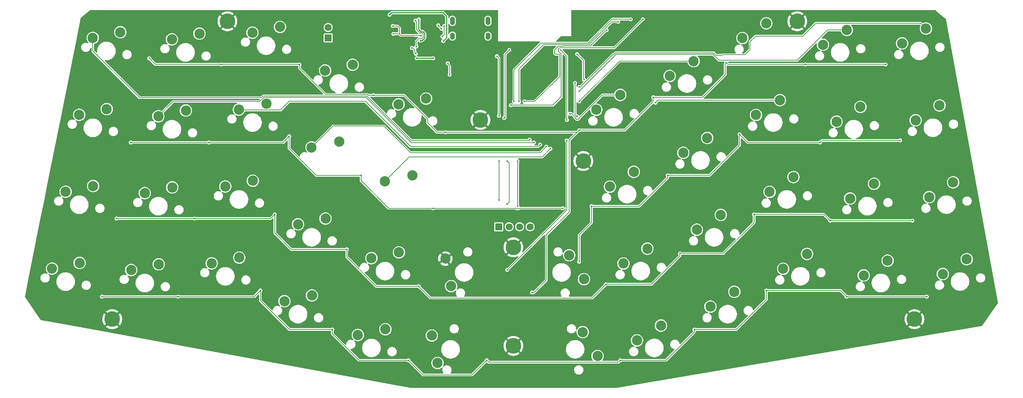
<source format=gbl>
%TF.GenerationSoftware,KiCad,Pcbnew,9.0.1*%
%TF.CreationDate,2025-05-05T23:15:36+01:00*%
%TF.ProjectId,keyboard,6b657962-6f61-4726-942e-6b696361645f,rev?*%
%TF.SameCoordinates,Original*%
%TF.FileFunction,Copper,L2,Bot*%
%TF.FilePolarity,Positive*%
%FSLAX46Y46*%
G04 Gerber Fmt 4.6, Leading zero omitted, Abs format (unit mm)*
G04 Created by KiCad (PCBNEW 9.0.1) date 2025-05-05 23:15:36*
%MOMM*%
%LPD*%
G01*
G04 APERTURE LIST*
%TA.AperFunction,ComponentPad*%
%ADD10C,1.208000*%
%TD*%
%TA.AperFunction,ComponentPad*%
%ADD11C,2.500000*%
%TD*%
%TA.AperFunction,ComponentPad*%
%ADD12C,3.800000*%
%TD*%
%TA.AperFunction,ComponentPad*%
%ADD13R,1.700000X1.700000*%
%TD*%
%TA.AperFunction,ComponentPad*%
%ADD14C,1.700000*%
%TD*%
%TA.AperFunction,ViaPad*%
%ADD15C,0.450000*%
%TD*%
%TA.AperFunction,ViaPad*%
%ADD16C,1.000000*%
%TD*%
%TA.AperFunction,Conductor*%
%ADD17C,0.254000*%
%TD*%
%TA.AperFunction,Conductor*%
%ADD18C,0.150000*%
%TD*%
G04 APERTURE END LIST*
D10*
%TO.P,U3,P$1*%
%TO.N,N/C*%
X143820000Y-47500000D03*
%TO.P,U3,P$2*%
X143820000Y-47900000D03*
%TO.P,U3,P$3*%
X143820000Y-48300000D03*
%TO.P,U3,P$4*%
X143820000Y-51350000D03*
%TO.P,U3,P$5*%
X143820000Y-51850000D03*
%TO.P,U3,P$6*%
X135180000Y-47500000D03*
%TO.P,U3,P$7*%
X135180000Y-47900000D03*
%TO.P,U3,P$8*%
X135180000Y-48300000D03*
%TO.P,U3,P$9*%
X135180000Y-51350000D03*
%TO.P,U3,P$10*%
X135180000Y-51850000D03*
%TD*%
D11*
%TO.P,SW1:1,2,b*%
%TO.N,Net-(D1:1-A)*%
X70390022Y-69708756D03*
%TO.P,SW1:1,1,a*%
%TO.N,Net-(SW1:0-a)*%
X63695427Y-71107502D03*
%TD*%
D12*
%TO.P,H8,1,1*%
%TO.N,GND*%
X80500000Y-48000000D03*
%TD*%
%TO.P,H7,1,1*%
%TO.N,GND*%
X219000000Y-48000000D03*
%TD*%
%TO.P,H6,1,1*%
%TO.N,GND*%
X142000000Y-72000000D03*
%TD*%
%TO.P,H5,1,1*%
%TO.N,GND*%
X167000000Y-82000000D03*
%TD*%
%TO.P,H4,1,1*%
%TO.N,GND*%
X150000000Y-103000000D03*
%TD*%
%TO.P,H3,1,1*%
%TO.N,GND*%
X150000000Y-127000000D03*
%TD*%
%TO.P,H2,1,1*%
%TO.N,GND*%
X52500000Y-120500000D03*
%TD*%
%TO.P,H1,1,1*%
%TO.N,GND*%
X247500000Y-120500000D03*
%TD*%
D11*
%TO.P,SW11:2,1,a*%
%TO.N,Net-(D11:2-A)*%
X251082140Y-90791056D03*
%TO.P,SW11:2,2,b*%
%TO.N,Net-(SW11:0-b)*%
X256894603Y-87186978D03*
%TD*%
%TO.P,SW6:1,1,a*%
%TO.N,Net-(D6:1-A)*%
X166857715Y-123645608D03*
%TO.P,SW6:1,2,b*%
%TO.N,Net-(SW5:1-a)*%
X170461793Y-129458071D03*
%TD*%
%TO.P,SW7:2,1,a*%
%TO.N,Net-(D7:2-A)*%
X176757695Y-106942741D03*
%TO.P,SW7:2,2,b*%
%TO.N,Net-(SW7:0-b)*%
X182570158Y-103338663D03*
%TD*%
%TO.P,SW0:1,1,a*%
%TO.N,Net-(SW0:0-a)*%
X44463136Y-70762610D03*
%TO.P,SW0:1,2,b*%
%TO.N,Net-(D0:1-A)*%
X51157731Y-69363864D03*
%TD*%
%TO.P,SW10:1,1,a*%
%TO.N,Net-(D10:1-A)*%
X228550533Y-72424601D03*
%TO.P,SW10:1,2,b*%
%TO.N,Net-(SW10:0-b)*%
X234362996Y-68820523D03*
%TD*%
%TO.P,SW0:2,1,a*%
%TO.N,Net-(SW0:0-a)*%
X41163820Y-89473957D03*
%TO.P,SW0:2,2,b*%
%TO.N,Net-(D0:2-A)*%
X47858415Y-88075211D03*
%TD*%
%TO.P,SW11:3,1,a*%
%TO.N,Net-(D11:3-A)*%
X254381455Y-109502403D03*
%TO.P,SW11:3,2,b*%
%TO.N,Net-(SW11:0-b)*%
X260193918Y-105898325D03*
%TD*%
%TO.P,SW8:0,1,a*%
%TO.N,Net-(D8:0-A)*%
X188002171Y-61296692D03*
%TO.P,SW8:0,2,b*%
%TO.N,Net-(SW8:0-b)*%
X193814634Y-57692614D03*
%TD*%
%TO.P,SW9:1,1,a*%
%TO.N,Net-(D9:1-A)*%
X208970944Y-70799878D03*
%TO.P,SW9:1,2,b*%
%TO.N,Net-(SW9:0-b)*%
X214783407Y-67195800D03*
%TD*%
%TO.P,SW2:0,1,a*%
%TO.N,Net-(SW2:0-a)*%
X86574331Y-50771431D03*
%TO.P,SW2:0,2,b*%
%TO.N,Net-(D2:0-A)*%
X93268926Y-49372685D03*
%TD*%
%TO.P,SW0:0,1,a*%
%TO.N,Net-(SW0:0-a)*%
X47762451Y-52051262D03*
%TO.P,SW0:0,2,b*%
%TO.N,Net-(D0:0-A)*%
X54457046Y-50652516D03*
%TD*%
%TO.P,SW2:1,1,a*%
%TO.N,Net-(SW2:0-a)*%
X83275016Y-69482778D03*
%TO.P,SW2:1,2,b*%
%TO.N,Net-(D2:1-A)*%
X89969611Y-68084032D03*
%TD*%
%TO.P,SW3:1,1,a*%
%TO.N,Net-(SW3:0-a)*%
X100944474Y-78690940D03*
%TO.P,SW3:1,2,b*%
%TO.N,Net-(D3:1-A)*%
X107639069Y-77292194D03*
%TD*%
%TO.P,SW8:3,1,a*%
%TO.N,Net-(D8:3-A)*%
X197900117Y-117430734D03*
%TO.P,SW8:3,2,b*%
%TO.N,Net-(SW8:0-b)*%
X203712580Y-113826656D03*
%TD*%
%TO.P,SW4:2,1,a*%
%TO.N,Net-(SW4:0-a)*%
X115488265Y-105625642D03*
%TO.P,SW4:2,2,b*%
%TO.N,Net-(D4:2-A)*%
X122182860Y-104226896D03*
%TD*%
%TO.P,SW1:3,1,a*%
%TO.N,Net-(SW1:0-a)*%
X57096797Y-108530196D03*
%TO.P,SW1:3,2,b*%
%TO.N,Net-(D1:3-A)*%
X63791392Y-107131450D03*
%TD*%
%TO.P,SW1:2,1,a*%
%TO.N,Net-(SW1:0-a)*%
X60396112Y-89818849D03*
%TO.P,SW1:2,2,b*%
%TO.N,Net-(D1:2-A)*%
X67090707Y-88420103D03*
%TD*%
%TO.P,SW1:0,1,a*%
%TO.N,Net-(SW1:0-a)*%
X66994743Y-52396155D03*
%TO.P,SW1:0,2,b*%
%TO.N,Net-(D1:0-A)*%
X73689338Y-50997409D03*
%TD*%
%TO.P,SW10:0,1,a*%
%TO.N,Net-(D10:0-A)*%
X225251217Y-53713254D03*
%TO.P,SW10:0,2,b*%
%TO.N,Net-(SW10:0-b)*%
X231063680Y-50109176D03*
%TD*%
%TO.P,SW5:1,1,a*%
%TO.N,Net-(SW5:1-a)*%
X131569281Y-131155943D03*
%TO.P,SW5:1,2,b*%
%TO.N,Net-(D5:1-A)*%
X130170535Y-124461348D03*
%TD*%
%TO.P,SW11:1,1,a*%
%TO.N,Net-(D11:1-A)*%
X247782824Y-72079709D03*
%TO.P,SW11:1,2,b*%
%TO.N,Net-(SW11:0-b)*%
X253595287Y-68475631D03*
%TD*%
%TO.P,SW4:0,1,a*%
%TO.N,Net-(SW4:0-a)*%
X122086896Y-68202947D03*
%TO.P,SW4:0,2,b*%
%TO.N,Net-(D4:0-A)*%
X128781491Y-66804201D03*
%TD*%
%TO.P,SW10:2,1,a*%
%TO.N,Net-(D10:2-A)*%
X231849848Y-91135948D03*
%TO.P,SW10:2,2,b*%
%TO.N,Net-(SW10:0-b)*%
X237662311Y-87531870D03*
%TD*%
%TO.P,SW5:0,1,a*%
%TO.N,Net-(D5:0-K)*%
X134868596Y-112444593D03*
%TO.P,SW5:0,2,b*%
%TO.N,GND*%
X133469850Y-105749998D03*
%TD*%
%TO.P,SW11:0,1,a*%
%TO.N,Net-(D11:0-A)*%
X244483509Y-53368362D03*
%TO.P,SW11:0,2,b*%
%TO.N,Net-(SW11:0-b)*%
X250295972Y-49764284D03*
%TD*%
%TO.P,SW3:0,1,a*%
%TO.N,Net-(SW3:0-a)*%
X104243789Y-59979593D03*
%TO.P,SW3:0,2,b*%
%TO.N,Net-(D3:0-A)*%
X110938384Y-58580847D03*
%TD*%
%TO.P,SW8:1,1,a*%
%TO.N,Net-(D8:1-A)*%
X191301486Y-80008039D03*
%TO.P,SW8:1,2,b*%
%TO.N,Net-(SW8:0-b)*%
X197113949Y-76403961D03*
%TD*%
%TO.P,SW3:2,1,a*%
%TO.N,Net-(SW3:0-a)*%
X97645158Y-97402288D03*
%TO.P,SW3:2,2,b*%
%TO.N,Net-(D3:2-A)*%
X104339753Y-96003542D03*
%TD*%
%TO.P,SW8:2,1,a*%
%TO.N,Net-(D8:2-A)*%
X194600802Y-98719387D03*
%TO.P,SW8:2,2,b*%
%TO.N,Net-(SW8:0-b)*%
X200413265Y-95115309D03*
%TD*%
%TO.P,SW7:3,1,a*%
%TO.N,Net-(D7:3-A)*%
X180057011Y-125654088D03*
%TO.P,SW7:3,2,b*%
%TO.N,Net-(SW7:0-b)*%
X185869474Y-122050010D03*
%TD*%
%TO.P,SW9:3,1,a*%
%TO.N,Net-(D9:3-A)*%
X215569575Y-108222572D03*
%TO.P,SW9:3,2,b*%
%TO.N,Net-(SW9:0-b)*%
X221382038Y-104618494D03*
%TD*%
%TO.P,SW2:3,1,a*%
%TO.N,Net-(SW2:0-a)*%
X76676385Y-106905473D03*
%TO.P,SW2:3,2,b*%
%TO.N,Net-(D2:3-A)*%
X83370980Y-105506727D03*
%TD*%
%TO.P,SW7:1,1,a*%
%TO.N,Net-(D7:1-A)*%
X173458380Y-88231394D03*
%TO.P,SW7:1,2,b*%
%TO.N,Net-(SW7:0-b)*%
X179270843Y-84627316D03*
%TD*%
%TO.P,SW9:0,1,a*%
%TO.N,Net-(D9:0-A)*%
X205671629Y-52088530D03*
%TO.P,SW9:0,2,b*%
%TO.N,Net-(SW9:0-b)*%
X211484092Y-48484452D03*
%TD*%
%TO.P,SW3:3,1,a*%
%TO.N,Net-(SW3:0-a)*%
X94345843Y-116113635D03*
%TO.P,SW3:3,2,b*%
%TO.N,Net-(D3:3-A)*%
X101040438Y-114714889D03*
%TD*%
%TO.P,SW4:3,1,a*%
%TO.N,Net-(SW4:0-a)*%
X112188949Y-124336989D03*
%TO.P,SW4:3,2,b*%
%TO.N,Net-(D4:3-A)*%
X118883544Y-122938243D03*
%TD*%
%TO.P,SW6:0,1,a*%
%TO.N,Net-(D6:0-A)*%
X163558400Y-104940358D03*
%TO.P,SW6:0,2,b*%
%TO.N,Net-(SW5:1-a)*%
X167162478Y-110752821D03*
%TD*%
%TO.P,SW9:2,1,a*%
%TO.N,Net-(D9:2-A)*%
X212270260Y-89511225D03*
%TO.P,SW9:2,2,b*%
%TO.N,Net-(SW9:0-b)*%
X218082723Y-85907147D03*
%TD*%
%TO.P,SW10:3,1,a*%
%TO.N,Net-(D10:3-A)*%
X235149163Y-109847296D03*
%TO.P,SW10:3,2,b*%
%TO.N,Net-(SW10:0-b)*%
X240961626Y-106243218D03*
%TD*%
%TO.P,SW7:0,1,a*%
%TO.N,Net-(D7:0-A)*%
X170159064Y-69520046D03*
%TO.P,SW7:0,2,b*%
%TO.N,Net-(SW7:0-b)*%
X175971527Y-65915968D03*
%TD*%
%TO.P,SW0:3,1,a*%
%TO.N,Net-(SW0:0-a)*%
X37864505Y-108185304D03*
%TO.P,SW0:3,2,b*%
%TO.N,Net-(D0:3-A)*%
X44559100Y-106786558D03*
%TD*%
%TO.P,SW2:2,1,a*%
%TO.N,Net-(SW2:0-a)*%
X79975700Y-88194126D03*
%TO.P,SW2:2,2,b*%
%TO.N,Net-(D2:2-A)*%
X86670295Y-86795380D03*
%TD*%
%TO.P,SW4:1,1,a*%
%TO.N,Net-(SW4:0-a)*%
X118787580Y-86914294D03*
%TO.P,SW4:1,2,b*%
%TO.N,Net-(D4:1-A)*%
X125482175Y-85515548D03*
%TD*%
D13*
%TO.P,J2,1,Pin_1*%
%TO.N,/disp_sda*%
X146420000Y-98000000D03*
D14*
%TO.P,J2,2,Pin_2*%
%TO.N,/disp_sck*%
X148960000Y-98000000D03*
%TO.P,J2,3,Pin_3*%
%TO.N,3V3*%
X151500000Y-98000000D03*
%TO.P,J2,4,Pin_4*%
%TO.N,Net-(IC2-LSIN1{slash}VINLDO1)*%
X154040000Y-98000000D03*
%TD*%
D13*
%TO.P,J3,1,Pin_1*%
%TO.N,Net-(J3-Pin_1)*%
X105000000Y-52040000D03*
D14*
%TO.P,J3,2,Pin_2*%
%TO.N,Net-(IC2-VBAT)*%
X105000000Y-49500000D03*
%TD*%
D15*
%TO.N,3V3*%
X132953043Y-52803145D03*
X119892569Y-46391852D03*
%TO.N,GND*%
X119991500Y-47326730D03*
X101000000Y-53000000D03*
X141206416Y-57531498D03*
%TO.N,3V3*%
X151000000Y-93000000D03*
%TO.N,Net-(D0:2-K)*%
X247000000Y-96500000D03*
%TO.N,Net-(D0:1-K)*%
X113000000Y-85500000D03*
D16*
%TO.N,GND*%
X124973541Y-52352131D03*
D15*
X113528197Y-49487904D03*
%TO.N,Net-(D0:0-K)*%
X165530927Y-71114677D03*
X165000000Y-63000000D03*
%TO.N,Net-(SW7:0-b)*%
X163763465Y-70500000D03*
%TO.N,3V3*%
X151000000Y-82000000D03*
%TO.N,/disp_sck*%
X147754838Y-71511442D03*
X148500000Y-82000000D03*
X149000000Y-55000000D03*
X148500000Y-92500000D03*
%TO.N,/disp_sda*%
X146000000Y-56500000D03*
X146500000Y-82000000D03*
X146500000Y-71000000D03*
X146500000Y-91500000D03*
%TO.N,Net-(D0:1-K)*%
X162000000Y-93500000D03*
%TO.N,GND*%
X117000000Y-48000000D03*
%TO.N,VSYS*%
X127560890Y-51524062D03*
X120815893Y-51043874D03*
X120675153Y-49150110D03*
%TO.N,GND*%
X168000000Y-56000000D03*
X167000000Y-52500000D03*
X164462180Y-52394189D03*
X159000000Y-55500000D03*
X151000000Y-55000000D03*
X145500000Y-53770000D03*
%TO.N,Net-(D0:3-K)*%
X165500000Y-56000000D03*
X167165728Y-62157229D03*
%TO.N,Net-(SW8:0-b)*%
X166000000Y-67500000D03*
%TO.N,Net-(D0:1-K)*%
X187500000Y-85500000D03*
X205000000Y-75500000D03*
X224500000Y-77500000D03*
X244000000Y-77000000D03*
%TO.N,Net-(SW9:0-b)*%
X184532990Y-67816466D03*
%TO.N,Net-(SW10:0-b)*%
X166000000Y-65000000D03*
%TO.N,Net-(SW11:0-b)*%
X166000000Y-64000000D03*
%TO.N,Net-(D5:0-A)*%
X161500000Y-55000000D03*
X163000000Y-72000000D03*
X162943496Y-77004249D03*
X148500000Y-108500000D03*
%TO.N,Net-(D0:0-K)*%
X133500000Y-75000000D03*
%TO.N,Net-(SW4:0-a)*%
X159000000Y-79000000D03*
%TO.N,Net-(SW3:0-a)*%
X158000000Y-78500000D03*
%TO.N,Net-(SW2:0-a)*%
X156500000Y-78000000D03*
%TO.N,Net-(SW1:0-a)*%
X155000000Y-77500000D03*
%TO.N,Net-(SW0:0-a)*%
X153959630Y-76788218D03*
%TO.N,Net-(D0:1-K)*%
X130500000Y-93500000D03*
X95500000Y-76000000D03*
X57000000Y-77500000D03*
X76000000Y-77500000D03*
X169000000Y-93000000D03*
X166000000Y-106500000D03*
%TO.N,Net-(D0:0-K)*%
X154500000Y-114000000D03*
X166000000Y-74500000D03*
X184000000Y-66500000D03*
X201742870Y-58090672D03*
X240500000Y-58500000D03*
X221000000Y-58500000D03*
%TO.N,Net-(D0:3-K)*%
X250500000Y-115000000D03*
X231000000Y-115000000D03*
X211500000Y-113500000D03*
X194000000Y-123000000D03*
X176000000Y-130500000D03*
%TO.N,Net-(D0:2-K)*%
X227000000Y-96500000D03*
X208500000Y-95000000D03*
X190500000Y-104500000D03*
X172500000Y-112000000D03*
%TO.N,Net-(D0:3-K)*%
X50000000Y-115000000D03*
X68500000Y-115000000D03*
X88500000Y-113500000D03*
X106000000Y-123000000D03*
X143500000Y-130500000D03*
X124500000Y-130500000D03*
%TO.N,Net-(D0:2-K)*%
X127000000Y-112500000D03*
X109500000Y-103500000D03*
X92000000Y-95000000D03*
X53500000Y-96000000D03*
X72500000Y-96000000D03*
%TO.N,Net-(D0:0-K)*%
X116000000Y-66000000D03*
X98000000Y-58500000D03*
X79000000Y-58500000D03*
X61500000Y-57000000D03*
%TO.N,Net-(D3-K)*%
X151400000Y-67500000D03*
%TO.N,Net-(D5-K)*%
X181500000Y-47500000D03*
X149392792Y-68429616D03*
%TO.N,Net-(D4-K)*%
X178500000Y-47500000D03*
X150130000Y-67500000D03*
%TO.N,Net-(D3-K)*%
X175480187Y-48123233D03*
%TO.N,Net-(D2-K)*%
X172662877Y-50158645D03*
X152670000Y-67500000D03*
%TO.N,3V3*%
X130500000Y-57000000D03*
X126500000Y-57000000D03*
D16*
%TO.N,GND*%
X124939018Y-50438430D03*
X123134630Y-52321070D03*
X123150000Y-50350000D03*
D15*
X120846552Y-50026709D03*
X113000000Y-52500000D03*
%TO.N,Net-(IC2-LSIN1{slash}VINLDO1)*%
X134500000Y-61000000D03*
X134065866Y-58218957D03*
X126427661Y-54135805D03*
X126189808Y-47838521D03*
%TO.N,GND*%
X130217725Y-50021406D03*
%TO.N,VSYS*%
X132736534Y-51709657D03*
X133181261Y-49157021D03*
%TO.N,Net-(IC2-CC1)*%
X131740949Y-48982759D03*
%TO.N,GND*%
X120300517Y-52490869D03*
X130500000Y-53659472D03*
%TO.N,Net-(IC2-VBAT)*%
X127423417Y-52691828D03*
X127000035Y-47543892D03*
%TO.N,GND*%
X136742622Y-53394000D03*
X127403224Y-53529763D03*
%TO.N,Net-(IC2-CC1)*%
X132577840Y-49831266D03*
%TO.N,Net-(IC2-SHPHLD)*%
X126303127Y-55889586D03*
X125317255Y-54473104D03*
%TO.N,GND*%
X123767573Y-47802291D03*
X115263993Y-52497184D03*
X123000000Y-46500000D03*
%TD*%
D17*
%TO.N,3V3*%
X132892000Y-45892000D02*
X120392421Y-45892000D01*
X120392421Y-45892000D02*
X119892569Y-46391852D01*
X132953043Y-52803145D02*
X133789261Y-51966927D01*
X133789261Y-51966927D02*
X133789261Y-46789261D01*
X133789261Y-46789261D02*
X132892000Y-45892000D01*
D18*
%TO.N,GND*%
X119889383Y-49373901D02*
X119889383Y-47428847D01*
X119889383Y-47428847D02*
X119991500Y-47326730D01*
X120542191Y-50026709D02*
X119889383Y-49373901D01*
X120846552Y-50026709D02*
X120542191Y-50026709D01*
D17*
X115766809Y-53000000D02*
X115263993Y-52497184D01*
X116825000Y-53000000D02*
X115766809Y-53000000D01*
D18*
X104000000Y-56000000D02*
X115000000Y-56000000D01*
X116825000Y-54175000D02*
X116825000Y-53000000D01*
X101000000Y-53000000D02*
X104000000Y-56000000D01*
X115000000Y-56000000D02*
X116825000Y-54175000D01*
%TO.N,VSYS*%
X122252467Y-51043874D02*
X120815893Y-51043874D01*
X122332577Y-50963764D02*
X122252467Y-51043874D01*
D17*
%TO.N,GND*%
X144967914Y-53770000D02*
X145500000Y-53770000D01*
X141206416Y-57531498D02*
X144967914Y-53770000D01*
D18*
%TO.N,VSYS*%
X121879119Y-49150110D02*
X120675153Y-49150110D01*
X122332577Y-49603568D02*
X121879119Y-49150110D01*
X122332577Y-50963764D02*
X122332577Y-49603568D01*
D17*
%TO.N,GND*%
X127403224Y-53599032D02*
X127403224Y-53529763D01*
X127463664Y-53659472D02*
X127403224Y-53599032D01*
X130500000Y-53659472D02*
X127463664Y-53659472D01*
D18*
%TO.N,Net-(D3-K)*%
X173880984Y-48123233D02*
X175480187Y-48123233D01*
X151400000Y-67500000D02*
X151400000Y-59600000D01*
X151400000Y-59600000D02*
X157350000Y-53650000D01*
X168354217Y-53650000D02*
X173880984Y-48123233D01*
X157350000Y-53650000D02*
X168354217Y-53650000D01*
%TO.N,VSYS*%
X133181261Y-51264930D02*
X133181261Y-49157021D01*
X132736534Y-51709657D02*
X133181261Y-51264930D01*
%TO.N,Net-(IC2-CC1)*%
X132495750Y-49831266D02*
X132577840Y-49831266D01*
X131740949Y-48982759D02*
X131740949Y-49076465D01*
X131740949Y-49076465D02*
X132495750Y-49831266D01*
%TO.N,Net-(D5:0-A)*%
X163000000Y-94000000D02*
X148500000Y-108500000D01*
X163000000Y-77060753D02*
X163000000Y-94000000D01*
X162943496Y-77004249D02*
X163000000Y-77060753D01*
%TO.N,Net-(D0:0-K)*%
X196000000Y-66500000D02*
X184000000Y-66500000D01*
X201500000Y-58292621D02*
X201500000Y-61000000D01*
X201701949Y-58090672D02*
X201500000Y-58292621D01*
X201742870Y-58090672D02*
X201701949Y-58090672D01*
X201775293Y-58090672D02*
X202184621Y-58500000D01*
X201742870Y-58090672D02*
X201775293Y-58090672D01*
X201500000Y-61000000D02*
X196000000Y-66500000D01*
X202184621Y-58500000D02*
X221000000Y-58500000D01*
%TO.N,Net-(D2-K)*%
X155214847Y-67500000D02*
X152670000Y-67500000D01*
X161299000Y-61415847D02*
X155214847Y-67500000D01*
X161299000Y-56077449D02*
X161299000Y-61415847D01*
X161221551Y-56000000D02*
X161299000Y-56077449D01*
X160221551Y-56000000D02*
X161221551Y-56000000D01*
X160904000Y-54096000D02*
X160000000Y-55000000D01*
X160000000Y-55000000D02*
X160000000Y-55778449D01*
X161874449Y-54096000D02*
X160904000Y-54096000D01*
X161970449Y-54000000D02*
X161874449Y-54096000D01*
X168714847Y-54000000D02*
X161970449Y-54000000D01*
X172556202Y-50158645D02*
X168714847Y-54000000D01*
X172662877Y-50158645D02*
X172556202Y-50158645D01*
X160000000Y-55778449D02*
X160221551Y-56000000D01*
%TO.N,Net-(IC2-LSIN1{slash}VINLDO1)*%
X127191114Y-52137828D02*
X127131226Y-52137828D01*
X127193114Y-52135828D02*
X127191114Y-52137828D01*
X127864172Y-52135828D02*
X127193114Y-52135828D01*
X128116890Y-51196213D02*
X128116890Y-51883110D01*
X127823448Y-50902771D02*
X128116890Y-51196213D01*
X126500000Y-50053140D02*
X127349631Y-50902771D01*
X126427661Y-52841393D02*
X126427661Y-54135805D01*
X127349631Y-50902771D02*
X127823448Y-50902771D01*
X127131226Y-52137828D02*
X126427661Y-52841393D01*
X126189808Y-47838521D02*
X126500000Y-48148713D01*
X126500000Y-48148713D02*
X126500000Y-50053140D01*
X128116890Y-51883110D02*
X127864172Y-52135828D01*
%TO.N,Net-(IC2-SHPHLD)*%
X125540433Y-54473104D02*
X125317255Y-54473104D01*
X126050798Y-54983469D02*
X125540433Y-54473104D01*
X126050798Y-55615500D02*
X126050798Y-54983469D01*
X126303127Y-55867829D02*
X126050798Y-55615500D01*
X126303127Y-55889586D02*
X126303127Y-55867829D01*
%TO.N,Net-(IC2-LSIN1{slash}VINLDO1)*%
X134065866Y-58218957D02*
X134065866Y-58415866D01*
X134065866Y-58415866D02*
X134500000Y-58850000D01*
X134500000Y-58850000D02*
X134500000Y-61000000D01*
%TO.N,/disp_sck*%
X148000000Y-56000000D02*
X149000000Y-55000000D01*
X147988558Y-71511442D02*
X148000000Y-71500000D01*
X147754838Y-71511442D02*
X147988558Y-71511442D01*
X148000000Y-71500000D02*
X148000000Y-56000000D01*
%TO.N,Net-(SW0:0-a)*%
X47762451Y-55198340D02*
X47762451Y-52051262D01*
X59122143Y-66558032D02*
X47762451Y-55198340D01*
X88842547Y-66558032D02*
X59122143Y-66558032D01*
X114357172Y-66150000D02*
X89250579Y-66150000D01*
X125207172Y-77000000D02*
X114357172Y-66150000D01*
X89250579Y-66150000D02*
X88842547Y-66558032D01*
X153747848Y-77000000D02*
X125207172Y-77000000D01*
X153959630Y-76788218D02*
X153747848Y-77000000D01*
%TO.N,Net-(D0:0-K)*%
X165000000Y-70781901D02*
X165000000Y-63000000D01*
X165332776Y-71114677D02*
X165000000Y-70781901D01*
X165530927Y-71114677D02*
X165332776Y-71114677D01*
%TO.N,Net-(SW11:0-b)*%
X166262085Y-64000000D02*
X166000000Y-64000000D01*
X174262085Y-56000000D02*
X166262085Y-64000000D01*
X174505026Y-56000000D02*
X174262085Y-56000000D01*
X174855026Y-55650000D02*
X174505026Y-56000000D01*
X198644974Y-55650000D02*
X174855026Y-55650000D01*
X199253316Y-56258342D02*
X198644974Y-55650000D01*
X200746683Y-56258342D02*
X199253316Y-56258342D01*
X200855025Y-56150000D02*
X200746683Y-56258342D01*
X207534813Y-52963224D02*
X207534813Y-54893460D01*
X208899695Y-51598342D02*
X207534813Y-52963224D01*
X206278273Y-56150000D02*
X200855025Y-56150000D01*
X220401658Y-51598342D02*
X208899695Y-51598342D01*
X223500000Y-48500000D02*
X220401658Y-51598342D01*
X249031688Y-48500000D02*
X223500000Y-48500000D01*
X250295972Y-49764284D02*
X249031688Y-48500000D01*
X207534813Y-54893460D02*
X206278273Y-56150000D01*
%TO.N,Net-(D0:3-K)*%
X167000000Y-57500000D02*
X165500000Y-56000000D01*
X167000000Y-61991501D02*
X167000000Y-57500000D01*
X167165728Y-62157229D02*
X167000000Y-61991501D01*
D17*
%TO.N,Net-(IC2-VBAT)*%
X127000000Y-47543927D02*
X127000035Y-47543892D01*
X127000000Y-49984626D02*
X127000000Y-47543927D01*
X127511094Y-50495720D02*
X127000000Y-49984626D01*
X127960996Y-50495720D02*
X127511094Y-50495720D01*
X128445890Y-50980614D02*
X127960996Y-50495720D01*
X128445890Y-52019386D02*
X128445890Y-50980614D01*
X127773448Y-52691828D02*
X128445890Y-52019386D01*
X127423417Y-52691828D02*
X127773448Y-52691828D01*
D18*
%TO.N,VSYS*%
X126026666Y-51414272D02*
X122651311Y-51414272D01*
X126071165Y-51458771D02*
X126026666Y-51414272D01*
X122651311Y-51414272D02*
X122332577Y-51095538D01*
X122332577Y-51095538D02*
X122332577Y-50963764D01*
X127495599Y-51458771D02*
X126071165Y-51458771D01*
X127560890Y-51524062D02*
X127495599Y-51458771D01*
%TO.N,Net-(SW7:0-b)*%
X171603446Y-65915968D02*
X175971527Y-65915968D01*
X166082803Y-71436611D02*
X171603446Y-65915968D01*
X166082803Y-71540179D02*
X166082803Y-71436611D01*
X165758278Y-71864704D02*
X166082803Y-71540179D01*
X164974803Y-71258278D02*
X164974803Y-71540179D01*
X164974803Y-71540179D02*
X165299328Y-71864704D01*
X163763465Y-70500000D02*
X164216525Y-70500000D01*
X164216525Y-70500000D02*
X164974803Y-71258278D01*
X165299328Y-71864704D02*
X165758278Y-71864704D01*
%TO.N,Net-(D0:1-K)*%
X151390955Y-93500000D02*
X162000000Y-93500000D01*
X150739045Y-93630000D02*
X151260955Y-93630000D01*
X150609045Y-93500000D02*
X150739045Y-93630000D01*
X130500000Y-93500000D02*
X150609045Y-93500000D01*
X151260955Y-93630000D02*
X151390955Y-93500000D01*
%TO.N,Net-(D5-K)*%
X160944000Y-54769697D02*
X160944000Y-55230303D01*
X161647172Y-55933475D02*
X161650000Y-55933475D01*
X160944000Y-55230303D02*
X161647172Y-55933475D01*
X161305751Y-54407946D02*
X160944000Y-54769697D01*
X161942632Y-54407946D02*
X161305751Y-54407946D01*
X161980686Y-54446000D02*
X161942632Y-54407946D01*
X174554000Y-54446000D02*
X161980686Y-54446000D01*
X181500000Y-47500000D02*
X174554000Y-54446000D01*
%TO.N,3V3*%
X151000000Y-93000000D02*
X151000000Y-82000000D01*
%TO.N,/disp_sck*%
X149000000Y-82500000D02*
X148500000Y-82000000D01*
X149000000Y-92000000D02*
X149000000Y-82500000D01*
X148500000Y-92500000D02*
X149000000Y-92000000D01*
%TO.N,/disp_sda*%
X146500000Y-57000000D02*
X146000000Y-56500000D01*
X146500000Y-91500000D02*
X146500000Y-82000000D01*
X146500000Y-71000000D02*
X146500000Y-57000000D01*
%TO.N,Net-(D5-K)*%
X159575410Y-68429616D02*
X149392792Y-68429616D01*
X161650000Y-55933475D02*
X161650000Y-66355026D01*
X161650000Y-66355026D02*
X159575410Y-68429616D01*
%TO.N,Net-(SW9:0-b)*%
X185153656Y-67195800D02*
X184532990Y-67816466D01*
X214783407Y-67195800D02*
X185153656Y-67195800D01*
%TO.N,Net-(SW8:0-b)*%
X175807386Y-57692614D02*
X166000000Y-67500000D01*
X193814634Y-57692614D02*
X175807386Y-57692614D01*
%TO.N,Net-(SW10:0-b)*%
X175000000Y-56000000D02*
X166000000Y-65000000D01*
X198500000Y-56000000D02*
X175000000Y-56000000D01*
X200000000Y-57500000D02*
X198500000Y-56000000D01*
X219000000Y-57500000D02*
X200000000Y-57500000D01*
X226390824Y-50109176D02*
X219000000Y-57500000D01*
X231063680Y-50109176D02*
X226390824Y-50109176D01*
%TO.N,Net-(D0:1-K)*%
X187500000Y-86047587D02*
X180547587Y-93000000D01*
X180547587Y-93000000D02*
X169000000Y-93000000D01*
X187500000Y-85500000D02*
X187500000Y-86047587D01*
X205000000Y-78167338D02*
X197667338Y-85500000D01*
X205000000Y-75500000D02*
X205000000Y-78167338D01*
X197667338Y-85500000D02*
X187500000Y-85500000D01*
X207000000Y-77500000D02*
X205000000Y-75500000D01*
X224500000Y-77500000D02*
X207000000Y-77500000D01*
X244000000Y-77000000D02*
X225000000Y-77000000D01*
X225000000Y-77000000D02*
X224500000Y-77500000D01*
%TO.N,Net-(D4-K)*%
X156674000Y-53326000D02*
X150130000Y-59870000D01*
X161654500Y-53326000D02*
X156674000Y-53326000D01*
X150130000Y-59870000D02*
X150130000Y-67500000D01*
X161680500Y-53300000D02*
X161654500Y-53326000D01*
X173993560Y-47500000D02*
X168193560Y-53300000D01*
X178500000Y-47500000D02*
X173993560Y-47500000D01*
X168193560Y-53300000D02*
X161680500Y-53300000D01*
%TO.N,Net-(D5:0-A)*%
X163000000Y-56500000D02*
X161500000Y-55000000D01*
X163000000Y-72000000D02*
X163000000Y-56500000D01*
%TO.N,Net-(D0:0-K)*%
X158000000Y-111000000D02*
X155000000Y-114000000D01*
X155000000Y-114000000D02*
X154500000Y-114000000D01*
X158000000Y-99994975D02*
X158000000Y-111000000D01*
X163554000Y-76946000D02*
X163554000Y-94440975D01*
X163554000Y-94440975D02*
X158000000Y-99994975D01*
X166000000Y-74500000D02*
X163554000Y-76946000D01*
X133500000Y-75000000D02*
X165500000Y-75000000D01*
X165500000Y-75000000D02*
X166000000Y-74500000D01*
X129195770Y-72747218D02*
X131448552Y-75000000D01*
X129195770Y-71748964D02*
X129195770Y-72747218D01*
X131448552Y-75000000D02*
X133500000Y-75000000D01*
X123446806Y-66000000D02*
X129195770Y-71748964D01*
X116000000Y-66000000D02*
X123446806Y-66000000D01*
%TO.N,Net-(SW4:0-a)*%
X157000000Y-81000000D02*
X159000000Y-79000000D01*
X118787580Y-86914294D02*
X124701874Y-81000000D01*
X124701874Y-81000000D02*
X157000000Y-81000000D01*
%TO.N,Net-(SW3:0-a)*%
X156500000Y-80000000D02*
X158000000Y-78500000D01*
X125000000Y-80000000D02*
X156500000Y-80000000D01*
X118500000Y-73500000D02*
X125000000Y-80000000D01*
X106135414Y-73500000D02*
X118500000Y-73500000D01*
X100944474Y-78690940D02*
X106135414Y-73500000D01*
%TO.N,Net-(SW2:0-a)*%
X95500000Y-67500000D02*
X114000000Y-67500000D01*
X93389968Y-69610032D02*
X95500000Y-67500000D01*
X83402270Y-69610032D02*
X93389968Y-69610032D01*
X114000000Y-67500000D02*
X125000000Y-78500000D01*
X156000000Y-78500000D02*
X156500000Y-78000000D01*
X125000000Y-78500000D02*
X156000000Y-78500000D01*
X83275016Y-69482778D02*
X83402270Y-69610032D01*
%TO.N,Net-(SW1:0-a)*%
X125212198Y-77500000D02*
X155000000Y-77500000D01*
X114212198Y-66500000D02*
X125212198Y-77500000D01*
X88395553Y-67500000D02*
X89395553Y-66500000D01*
X67302929Y-67500000D02*
X88395553Y-67500000D01*
X63695427Y-71107502D02*
X67302929Y-67500000D01*
%TO.N,Net-(D0:0-K)*%
X114702147Y-66000000D02*
X116000000Y-66000000D01*
X114502146Y-65800000D02*
X114702147Y-66000000D01*
X104387419Y-65800000D02*
X114502146Y-65800000D01*
X98000000Y-59412581D02*
X104387419Y-65800000D01*
%TO.N,Net-(SW1:0-a)*%
X89395553Y-66500000D02*
X114212198Y-66500000D01*
%TO.N,Net-(D0:0-K)*%
X98000000Y-58500000D02*
X98000000Y-59412581D01*
%TO.N,Net-(D0:1-K)*%
X119696509Y-93500000D02*
X130500000Y-93500000D01*
X113000000Y-86803491D02*
X119696509Y-93500000D01*
X113000000Y-85500000D02*
X113000000Y-86803491D01*
X102076757Y-85500000D02*
X113000000Y-85500000D01*
X95500000Y-78923243D02*
X102076757Y-85500000D01*
X95500000Y-76000000D02*
X95500000Y-78923243D01*
X94000000Y-77500000D02*
X95500000Y-76000000D01*
X76000000Y-77500000D02*
X94000000Y-77500000D01*
X57000000Y-77500000D02*
X76000000Y-77500000D01*
X169000000Y-97000000D02*
X169000000Y-93000000D01*
X166000000Y-100000000D02*
X166500000Y-99500000D01*
X166000000Y-106500000D02*
X166000000Y-100000000D01*
X166500000Y-99500000D02*
X169000000Y-97000000D01*
%TO.N,Net-(D0:0-K)*%
X177036923Y-74500000D02*
X166000000Y-74500000D01*
X184000000Y-67536923D02*
X177036923Y-74500000D01*
X184000000Y-66500000D02*
X184000000Y-67536923D01*
X240500000Y-58500000D02*
X221000000Y-58500000D01*
%TO.N,Net-(D0:3-K)*%
X231000000Y-115000000D02*
X250500000Y-115000000D01*
X229500000Y-113500000D02*
X231000000Y-115000000D01*
X211500000Y-113500000D02*
X229500000Y-113500000D01*
X211500000Y-115688664D02*
X211500000Y-113500000D01*
X204188664Y-123000000D02*
X211500000Y-115688664D01*
X194000000Y-123000000D02*
X204188664Y-123000000D01*
X194000000Y-123568912D02*
X194000000Y-123000000D01*
X187068912Y-130500000D02*
X194000000Y-123568912D01*
X176000000Y-130500000D02*
X187068912Y-130500000D01*
X175515929Y-130984071D02*
X176000000Y-130500000D01*
X143984071Y-130984071D02*
X175515929Y-130984071D01*
X143500000Y-130500000D02*
X143984071Y-130984071D01*
%TO.N,Net-(D0:2-K)*%
X227000000Y-96500000D02*
X247000000Y-96500000D01*
X225500000Y-95000000D02*
X227000000Y-96500000D01*
X208500000Y-95000000D02*
X225500000Y-95000000D01*
X201000000Y-104500000D02*
X208500000Y-97000000D01*
X208500000Y-97000000D02*
X208500000Y-95000000D01*
X190500000Y-104500000D02*
X201000000Y-104500000D01*
X190500000Y-105058249D02*
X190500000Y-104500000D01*
X183558249Y-112000000D02*
X190500000Y-105058249D01*
X172500000Y-112000000D02*
X183558249Y-112000000D01*
X169158635Y-115341365D02*
X172500000Y-112000000D01*
X129841365Y-115341365D02*
X169158635Y-115341365D01*
X127000000Y-112500000D02*
X129841365Y-115341365D01*
%TO.N,Net-(D0:3-K)*%
X68500000Y-115000000D02*
X50000000Y-115000000D01*
X88500000Y-113500000D02*
X87000000Y-115000000D01*
X87000000Y-115000000D02*
X68500000Y-115000000D01*
X88500000Y-115944569D02*
X88500000Y-113500000D01*
X95555431Y-123000000D02*
X88500000Y-115944569D01*
X106000000Y-123000000D02*
X95555431Y-123000000D01*
X106000000Y-124000000D02*
X106000000Y-123000000D01*
X112500000Y-130500000D02*
X106000000Y-124000000D01*
X124500000Y-130500000D02*
X112500000Y-130500000D01*
X124500000Y-130500000D02*
X128052715Y-134052715D01*
X139947285Y-134052715D02*
X143500000Y-130500000D01*
X128052715Y-134052715D02*
X139947285Y-134052715D01*
%TO.N,Net-(D0:2-K)*%
X116685846Y-112500000D02*
X127000000Y-112500000D01*
X109500000Y-105314154D02*
X116685846Y-112500000D01*
X109500000Y-103500000D02*
X109500000Y-105314154D01*
X92000000Y-99500000D02*
X96000000Y-103500000D01*
X96000000Y-103500000D02*
X109500000Y-103500000D01*
X92000000Y-95000000D02*
X92000000Y-99500000D01*
X91000000Y-96000000D02*
X92000000Y-95000000D01*
X72500000Y-96000000D02*
X91000000Y-96000000D01*
X53500000Y-96000000D02*
X72500000Y-96000000D01*
%TO.N,Net-(D0:0-K)*%
X79000000Y-58500000D02*
X98000000Y-58500000D01*
X61500000Y-57000000D02*
X63000000Y-58500000D01*
X63000000Y-58500000D02*
X79000000Y-58500000D01*
D17*
%TO.N,3V3*%
X126500000Y-57000000D02*
X130500000Y-57000000D01*
D18*
%TO.N,GND*%
X130217725Y-52217725D02*
X130500000Y-52500000D01*
X130217725Y-50021406D02*
X130217725Y-52217725D01*
D17*
X136742622Y-53535545D02*
X136742622Y-53394000D01*
X136618695Y-53659472D02*
X136742622Y-53535545D01*
X130500000Y-53659472D02*
X136618695Y-53659472D01*
X116825000Y-53000000D02*
X119791386Y-53000000D01*
X119791386Y-53000000D02*
X120300517Y-52490869D01*
%TD*%
%TA.AperFunction,Conductor*%
%TO.N,GND*%
G36*
X146238039Y-45274185D02*
G01*
X146283794Y-45326989D01*
X146295000Y-45378500D01*
X146295000Y-52900000D01*
X156340311Y-52900000D01*
X156407350Y-52919685D01*
X156453105Y-52972489D01*
X156463049Y-53041647D01*
X156434024Y-53105203D01*
X156427992Y-53111681D01*
X149869537Y-59670135D01*
X149869533Y-59670141D01*
X149826681Y-59744361D01*
X149826682Y-59744362D01*
X149804500Y-59827147D01*
X149804500Y-67101679D01*
X149784815Y-67168718D01*
X149768181Y-67189360D01*
X149749506Y-67208034D01*
X149749504Y-67208037D01*
X149686905Y-67316463D01*
X149676051Y-67356970D01*
X149654500Y-67437399D01*
X149654500Y-67562601D01*
X149662012Y-67590634D01*
X149686905Y-67683536D01*
X149749504Y-67791962D01*
X149749506Y-67791965D01*
X149780390Y-67822849D01*
X149813875Y-67884172D01*
X149808891Y-67953864D01*
X149767019Y-68009797D01*
X149701555Y-68034214D01*
X149633282Y-68019362D01*
X149630710Y-68017918D01*
X149576328Y-67986521D01*
X149576329Y-67986521D01*
X149526972Y-67973296D01*
X149455393Y-67954116D01*
X149330191Y-67954116D01*
X149258612Y-67973296D01*
X149209255Y-67986521D01*
X149100829Y-68049120D01*
X149100826Y-68049122D01*
X149012298Y-68137650D01*
X149012296Y-68137653D01*
X148949697Y-68246079D01*
X148949697Y-68246080D01*
X148917292Y-68367015D01*
X148917292Y-68492217D01*
X148949697Y-68613152D01*
X149012297Y-68721580D01*
X149100828Y-68810111D01*
X149209256Y-68872711D01*
X149330191Y-68905116D01*
X149330193Y-68905116D01*
X149455391Y-68905116D01*
X149455393Y-68905116D01*
X149576328Y-68872711D01*
X149684756Y-68810111D01*
X149703432Y-68791435D01*
X149764755Y-68757950D01*
X149791113Y-68755116D01*
X159618261Y-68755116D01*
X159618263Y-68755116D01*
X159701049Y-68732934D01*
X159775272Y-68690081D01*
X161910465Y-66554888D01*
X161933391Y-66515179D01*
X161953318Y-66480664D01*
X161975500Y-66397879D01*
X161975500Y-56235189D01*
X161995185Y-56168150D01*
X162047989Y-56122395D01*
X162117147Y-56112451D01*
X162180703Y-56141476D01*
X162187181Y-56147508D01*
X162638181Y-56598508D01*
X162671666Y-56659831D01*
X162674500Y-56686189D01*
X162674500Y-71601679D01*
X162654815Y-71668718D01*
X162638181Y-71689360D01*
X162619506Y-71708034D01*
X162619504Y-71708037D01*
X162556905Y-71816463D01*
X162547236Y-71852549D01*
X162524500Y-71937399D01*
X162524500Y-72062601D01*
X162556905Y-72183536D01*
X162619505Y-72291964D01*
X162708036Y-72380495D01*
X162816464Y-72443095D01*
X162937399Y-72475500D01*
X162937401Y-72475500D01*
X163062599Y-72475500D01*
X163062601Y-72475500D01*
X163183536Y-72443095D01*
X163291964Y-72380495D01*
X163380495Y-72291964D01*
X163443095Y-72183536D01*
X163475500Y-72062601D01*
X163475500Y-71937399D01*
X163443095Y-71816464D01*
X163380495Y-71708036D01*
X163361819Y-71689360D01*
X163328334Y-71628037D01*
X163325500Y-71601679D01*
X163325500Y-71010975D01*
X163345185Y-70943936D01*
X163397989Y-70898181D01*
X163467147Y-70888237D01*
X163511499Y-70903588D01*
X163579922Y-70943092D01*
X163579927Y-70943094D01*
X163579929Y-70943095D01*
X163700864Y-70975500D01*
X163700866Y-70975500D01*
X163826064Y-70975500D01*
X163826066Y-70975500D01*
X163947001Y-70943095D01*
X164024548Y-70898323D01*
X164092447Y-70881851D01*
X164158474Y-70904704D01*
X164174228Y-70918030D01*
X164612984Y-71356786D01*
X164646469Y-71418109D01*
X164649303Y-71444467D01*
X164649303Y-71583031D01*
X164671485Y-71665819D01*
X164683239Y-71686176D01*
X164714338Y-71740041D01*
X165038861Y-72064564D01*
X165038863Y-72064566D01*
X165099466Y-72125169D01*
X165153094Y-72156131D01*
X165173690Y-72168022D01*
X165256475Y-72190205D01*
X165256477Y-72190205D01*
X165349777Y-72190205D01*
X165349793Y-72190204D01*
X165801129Y-72190204D01*
X165801131Y-72190204D01*
X165883917Y-72168022D01*
X165958140Y-72125169D01*
X166282663Y-71800645D01*
X166282665Y-71800644D01*
X166343268Y-71740041D01*
X166386121Y-71665817D01*
X166391872Y-71644355D01*
X166403949Y-71599282D01*
X166436040Y-71543700D01*
X168446883Y-69532856D01*
X168508206Y-69499372D01*
X168577898Y-69504356D01*
X168633831Y-69546228D01*
X168658248Y-69611692D01*
X168658564Y-69620538D01*
X168658564Y-69638143D01*
X168695510Y-69871414D01*
X168768497Y-70096042D01*
X168865270Y-70285967D01*
X168875721Y-70306479D01*
X169014547Y-70497556D01*
X169181554Y-70664563D01*
X169372631Y-70803389D01*
X169524376Y-70880707D01*
X169525707Y-70881385D01*
X169576503Y-70929360D01*
X169593298Y-70997181D01*
X169570761Y-71063315D01*
X169516046Y-71106767D01*
X169450017Y-71114343D01*
X169438319Y-71112491D01*
X169260531Y-71112491D01*
X169222017Y-71118591D01*
X169084931Y-71140303D01*
X168915849Y-71195240D01*
X168757434Y-71275958D01*
X168613610Y-71380450D01*
X168487884Y-71506176D01*
X168383392Y-71650000D01*
X168302674Y-71808415D01*
X168247737Y-71977497D01*
X168229570Y-72092198D01*
X168219925Y-72153097D01*
X168219925Y-72330885D01*
X168228749Y-72386599D01*
X168247737Y-72506484D01*
X168302674Y-72675566D01*
X168327145Y-72723592D01*
X168371379Y-72810406D01*
X168383392Y-72833981D01*
X168487884Y-72977805D01*
X168613610Y-73103531D01*
X168745535Y-73199378D01*
X168757438Y-73208026D01*
X168881490Y-73271234D01*
X168915849Y-73288741D01*
X168956291Y-73301881D01*
X169084933Y-73343679D01*
X169260531Y-73371491D01*
X169260532Y-73371491D01*
X169438318Y-73371491D01*
X169438319Y-73371491D01*
X169613917Y-73343679D01*
X169783003Y-73288740D01*
X169941412Y-73208026D01*
X170045528Y-73132382D01*
X170085239Y-73103531D01*
X170085241Y-73103528D01*
X170085245Y-73103526D01*
X170210960Y-72977811D01*
X170210962Y-72977807D01*
X170210965Y-72977805D01*
X170287213Y-72872857D01*
X170315460Y-72833978D01*
X170396174Y-72675569D01*
X170451113Y-72506483D01*
X170478925Y-72330885D01*
X170478925Y-72153097D01*
X170451113Y-71977499D01*
X170410515Y-71852549D01*
X170396175Y-71808415D01*
X170369487Y-71756038D01*
X170315460Y-71650004D01*
X170297757Y-71625638D01*
X170210965Y-71506176D01*
X170085243Y-71380454D01*
X170085238Y-71380450D01*
X169990660Y-71311736D01*
X169990656Y-71311733D01*
X169941412Y-71275956D01*
X169863166Y-71236087D01*
X169859729Y-71234048D01*
X169839279Y-71212082D01*
X172097748Y-71212082D01*
X172097748Y-71507633D01*
X172121255Y-71686176D01*
X172136324Y-71800633D01*
X172172515Y-71935700D01*
X172212814Y-72086100D01*
X172325908Y-72359133D01*
X172325913Y-72359144D01*
X172473673Y-72615070D01*
X172473684Y-72615086D01*
X172653587Y-72849540D01*
X172653593Y-72849547D01*
X172862558Y-73058512D01*
X172862565Y-73058518D01*
X172998405Y-73162752D01*
X173097028Y-73238428D01*
X173107600Y-73244532D01*
X173352961Y-73386192D01*
X173352966Y-73386194D01*
X173352969Y-73386196D01*
X173465793Y-73432929D01*
X173626005Y-73499291D01*
X173626006Y-73499291D01*
X173626008Y-73499292D01*
X173911473Y-73575782D01*
X174204480Y-73614358D01*
X174204487Y-73614358D01*
X174500009Y-73614358D01*
X174500016Y-73614358D01*
X174793023Y-73575782D01*
X175078488Y-73499292D01*
X175351527Y-73386196D01*
X175607468Y-73238428D01*
X175841932Y-73058517D01*
X176050907Y-72849542D01*
X176230818Y-72615078D01*
X176378586Y-72359137D01*
X176491682Y-72086098D01*
X176568172Y-71800633D01*
X176606748Y-71507626D01*
X176606748Y-71212090D01*
X176568172Y-70919083D01*
X176491682Y-70633618D01*
X176489370Y-70628037D01*
X176407285Y-70429865D01*
X176378586Y-70360579D01*
X176378584Y-70360576D01*
X176378582Y-70360571D01*
X176230822Y-70104645D01*
X176230818Y-70104638D01*
X176132211Y-69976131D01*
X176050908Y-69870175D01*
X176050902Y-69870168D01*
X175841937Y-69661203D01*
X175841930Y-69661197D01*
X175607476Y-69481294D01*
X175607474Y-69481292D01*
X175607468Y-69481288D01*
X175607463Y-69481285D01*
X175607460Y-69481283D01*
X175351534Y-69333523D01*
X175351523Y-69333518D01*
X175078490Y-69220424D01*
X174897360Y-69171891D01*
X174793023Y-69143934D01*
X174718890Y-69134174D01*
X174500023Y-69105358D01*
X174500016Y-69105358D01*
X174204480Y-69105358D01*
X174204472Y-69105358D01*
X173944029Y-69139647D01*
X173911473Y-69143934D01*
X173840106Y-69163056D01*
X173626005Y-69220424D01*
X173352972Y-69333518D01*
X173352961Y-69333523D01*
X173097035Y-69481283D01*
X173097019Y-69481294D01*
X172862565Y-69661197D01*
X172862558Y-69661203D01*
X172653593Y-69870168D01*
X172653587Y-69870175D01*
X172473684Y-70104629D01*
X172473673Y-70104645D01*
X172325913Y-70360571D01*
X172325908Y-70360582D01*
X172212814Y-70633615D01*
X172168869Y-70797623D01*
X172136324Y-70919083D01*
X172133437Y-70941009D01*
X172097748Y-71212082D01*
X169839279Y-71212082D01*
X169838524Y-71211271D01*
X169815913Y-71189916D01*
X169814924Y-71185923D01*
X169812119Y-71182910D01*
X169806594Y-71152288D01*
X169799118Y-71122095D01*
X169800445Y-71118199D01*
X169799715Y-71114150D01*
X169811618Y-71085412D01*
X169821656Y-71055960D01*
X169824879Y-71053400D01*
X169826454Y-71049599D01*
X169852009Y-71031856D01*
X169876372Y-71012510D01*
X169880567Y-71012028D01*
X169883847Y-71009752D01*
X169907892Y-71008893D01*
X169942401Y-71004934D01*
X169972821Y-71009752D01*
X170040968Y-71020546D01*
X170040972Y-71020546D01*
X170277161Y-71020546D01*
X170510432Y-70983599D01*
X170535358Y-70975500D01*
X170735056Y-70910614D01*
X170945497Y-70803389D01*
X171136574Y-70664563D01*
X171303581Y-70497556D01*
X171442407Y-70306479D01*
X171549632Y-70096038D01*
X171622617Y-69871414D01*
X171629676Y-69826848D01*
X171659564Y-69638143D01*
X171659564Y-69401948D01*
X171622617Y-69168677D01*
X171549630Y-68944049D01*
X171493066Y-68833037D01*
X171442407Y-68733613D01*
X171303581Y-68542536D01*
X171136574Y-68375529D01*
X170945497Y-68236703D01*
X170877642Y-68202129D01*
X170735060Y-68129479D01*
X170510432Y-68056492D01*
X170277161Y-68019546D01*
X170277156Y-68019546D01*
X170259556Y-68019546D01*
X170192517Y-67999861D01*
X170146762Y-67947057D01*
X170136818Y-67877899D01*
X170165843Y-67814343D01*
X170171875Y-67807865D01*
X170851704Y-67128037D01*
X171701954Y-66277787D01*
X171763277Y-66244302D01*
X171789635Y-66241468D01*
X174409477Y-66241468D01*
X174476516Y-66261153D01*
X174522271Y-66313957D01*
X174527408Y-66327149D01*
X174580960Y-66491964D01*
X174678572Y-66683536D01*
X174688184Y-66702401D01*
X174827010Y-66893478D01*
X174994017Y-67060485D01*
X175185094Y-67199311D01*
X175264038Y-67239535D01*
X175395530Y-67306534D01*
X175395532Y-67306534D01*
X175395535Y-67306536D01*
X175492777Y-67338132D01*
X175620158Y-67379521D01*
X175853430Y-67416468D01*
X175853435Y-67416468D01*
X176089624Y-67416468D01*
X176322895Y-67379521D01*
X176368481Y-67364709D01*
X176547519Y-67306536D01*
X176757960Y-67199311D01*
X176949037Y-67060485D01*
X177116044Y-66893478D01*
X177254870Y-66702401D01*
X177362095Y-66491960D01*
X177435080Y-66267336D01*
X177442848Y-66218290D01*
X177472027Y-66034065D01*
X177472027Y-65797870D01*
X177435080Y-65564599D01*
X177399409Y-65454815D01*
X177362095Y-65339976D01*
X177362093Y-65339973D01*
X177362093Y-65339971D01*
X177282385Y-65183536D01*
X177254870Y-65129535D01*
X177116044Y-64938458D01*
X176949037Y-64771451D01*
X176757960Y-64632625D01*
X176757295Y-64632286D01*
X176547523Y-64525401D01*
X176322895Y-64452414D01*
X176089624Y-64415468D01*
X176089619Y-64415468D01*
X175853435Y-64415468D01*
X175853430Y-64415468D01*
X175620158Y-64452414D01*
X175395530Y-64525401D01*
X175185093Y-64632625D01*
X175081303Y-64708034D01*
X174994017Y-64771451D01*
X174994015Y-64771453D01*
X174994014Y-64771453D01*
X174827012Y-64938455D01*
X174827012Y-64938456D01*
X174827010Y-64938458D01*
X174793321Y-64984827D01*
X174688184Y-65129534D01*
X174580960Y-65339971D01*
X174527408Y-65504787D01*
X174487970Y-65562462D01*
X174423611Y-65589660D01*
X174409477Y-65590468D01*
X171560593Y-65590468D01*
X171477805Y-65612650D01*
X171403584Y-65655503D01*
X171403581Y-65655505D01*
X166144630Y-70914456D01*
X166083307Y-70947941D01*
X166013615Y-70942957D01*
X165957682Y-70901085D01*
X165949567Y-70888783D01*
X165911422Y-70822713D01*
X165822891Y-70734182D01*
X165714463Y-70671582D01*
X165714464Y-70671582D01*
X165645268Y-70653041D01*
X165593528Y-70639177D01*
X165468326Y-70639177D01*
X165468323Y-70639177D01*
X165465679Y-70639525D01*
X165463448Y-70639177D01*
X165460199Y-70639177D01*
X165460199Y-70638670D01*
X165396644Y-70628756D01*
X165344391Y-70582373D01*
X165325500Y-70516585D01*
X165325500Y-67745505D01*
X165345185Y-67678466D01*
X165397989Y-67632711D01*
X165467147Y-67622767D01*
X165530703Y-67651792D01*
X165556888Y-67683506D01*
X165556904Y-67683534D01*
X165556905Y-67683536D01*
X165619505Y-67791964D01*
X165708036Y-67880495D01*
X165816464Y-67943095D01*
X165937399Y-67975500D01*
X165937401Y-67975500D01*
X166062599Y-67975500D01*
X166062601Y-67975500D01*
X166183536Y-67943095D01*
X166291964Y-67880495D01*
X166380495Y-67791964D01*
X166443095Y-67683536D01*
X166475500Y-67562601D01*
X166475500Y-67536189D01*
X166495185Y-67469150D01*
X166511819Y-67448508D01*
X170030584Y-63929743D01*
X186063032Y-63929743D01*
X186063032Y-64107530D01*
X186090844Y-64283130D01*
X186145781Y-64452212D01*
X186148891Y-64458315D01*
X186209187Y-64576652D01*
X186226499Y-64610627D01*
X186330991Y-64754451D01*
X186456717Y-64880177D01*
X186591303Y-64977957D01*
X186600545Y-64984672D01*
X186753484Y-65062599D01*
X186758956Y-65065387D01*
X186843497Y-65092855D01*
X186928040Y-65120325D01*
X187103638Y-65148137D01*
X187103639Y-65148137D01*
X187281425Y-65148137D01*
X187281426Y-65148137D01*
X187457024Y-65120325D01*
X187626110Y-65065386D01*
X187784519Y-64984672D01*
X187865273Y-64926000D01*
X187928346Y-64880177D01*
X187928348Y-64880174D01*
X187928352Y-64880172D01*
X188054067Y-64754457D01*
X188054069Y-64754453D01*
X188054072Y-64754451D01*
X188142582Y-64632625D01*
X188158567Y-64610624D01*
X188239281Y-64452215D01*
X188294220Y-64283129D01*
X188322032Y-64107531D01*
X188322032Y-63929743D01*
X188294220Y-63754145D01*
X188266750Y-63669602D01*
X188239282Y-63585061D01*
X188222805Y-63552724D01*
X188158567Y-63426650D01*
X188137985Y-63398321D01*
X188054072Y-63282822D01*
X187928350Y-63157100D01*
X187928345Y-63157096D01*
X187833767Y-63088382D01*
X187833763Y-63088379D01*
X187784519Y-63052602D01*
X187706273Y-63012733D01*
X187702836Y-63010694D01*
X187682386Y-62988728D01*
X189940855Y-62988728D01*
X189940855Y-63284279D01*
X189959599Y-63426646D01*
X189979431Y-63577279D01*
X189990746Y-63619506D01*
X190055921Y-63862746D01*
X190169015Y-64135779D01*
X190169020Y-64135790D01*
X190316780Y-64391716D01*
X190316791Y-64391732D01*
X190496694Y-64626186D01*
X190496700Y-64626193D01*
X190705665Y-64835158D01*
X190705672Y-64835164D01*
X190744176Y-64864709D01*
X190940135Y-65015074D01*
X190950707Y-65021178D01*
X191196068Y-65162838D01*
X191196073Y-65162840D01*
X191196076Y-65162842D01*
X191233796Y-65178466D01*
X191469112Y-65275937D01*
X191469113Y-65275937D01*
X191469115Y-65275938D01*
X191754580Y-65352428D01*
X192047587Y-65391004D01*
X192047594Y-65391004D01*
X192343116Y-65391004D01*
X192343123Y-65391004D01*
X192636130Y-65352428D01*
X192921595Y-65275938D01*
X193194634Y-65162842D01*
X193450575Y-65015074D01*
X193685039Y-64835163D01*
X193894014Y-64626188D01*
X194073925Y-64391724D01*
X194221693Y-64135783D01*
X194334789Y-63862744D01*
X194411279Y-63577279D01*
X194449855Y-63284272D01*
X194449855Y-62988736D01*
X194411279Y-62695729D01*
X194334789Y-62410264D01*
X194309563Y-62349364D01*
X194251033Y-62208058D01*
X194251032Y-62208056D01*
X194233396Y-62165477D01*
X196068678Y-62165477D01*
X196068678Y-62343264D01*
X196096490Y-62518864D01*
X196151427Y-62687946D01*
X196161663Y-62708034D01*
X196212854Y-62808502D01*
X196232145Y-62846361D01*
X196336637Y-62990185D01*
X196462363Y-63115911D01*
X196555443Y-63183536D01*
X196606191Y-63220406D01*
X196764600Y-63301120D01*
X196764602Y-63301121D01*
X196849143Y-63328589D01*
X196933686Y-63356059D01*
X197109284Y-63383871D01*
X197109285Y-63383871D01*
X197287071Y-63383871D01*
X197287072Y-63383871D01*
X197462670Y-63356059D01*
X197631756Y-63301120D01*
X197790165Y-63220406D01*
X197877304Y-63157096D01*
X197933992Y-63115911D01*
X197933994Y-63115908D01*
X197933998Y-63115906D01*
X198059713Y-62990191D01*
X198059715Y-62990187D01*
X198059718Y-62990185D01*
X198126155Y-62898741D01*
X198164213Y-62846358D01*
X198244927Y-62687949D01*
X198299866Y-62518863D01*
X198327678Y-62343265D01*
X198327678Y-62165477D01*
X198299866Y-61989879D01*
X198244927Y-61820793D01*
X198164213Y-61662384D01*
X198139829Y-61628822D01*
X198059718Y-61518556D01*
X197933992Y-61392830D01*
X197790168Y-61288338D01*
X197790167Y-61288337D01*
X197790165Y-61288336D01*
X197701128Y-61242969D01*
X197631753Y-61207620D01*
X197462671Y-61152683D01*
X197374871Y-61138777D01*
X197287072Y-61124871D01*
X197109284Y-61124871D01*
X197070770Y-61130971D01*
X196933684Y-61152683D01*
X196764602Y-61207620D01*
X196606187Y-61288338D01*
X196462363Y-61392830D01*
X196336637Y-61518556D01*
X196232145Y-61662380D01*
X196151427Y-61820795D01*
X196096490Y-61989877D01*
X196068678Y-62165477D01*
X194233396Y-62165477D01*
X194221697Y-62137233D01*
X194221689Y-62137217D01*
X194073929Y-61881291D01*
X194073925Y-61881284D01*
X193923804Y-61685643D01*
X193894015Y-61646821D01*
X193894009Y-61646814D01*
X193685044Y-61437849D01*
X193685037Y-61437843D01*
X193450583Y-61257940D01*
X193450581Y-61257938D01*
X193450575Y-61257934D01*
X193450570Y-61257931D01*
X193450567Y-61257929D01*
X193194641Y-61110169D01*
X193194630Y-61110164D01*
X192921597Y-60997070D01*
X192772436Y-60957103D01*
X192636130Y-60920580D01*
X192571017Y-60912007D01*
X192343130Y-60882004D01*
X192343123Y-60882004D01*
X192047587Y-60882004D01*
X192047579Y-60882004D01*
X191787136Y-60916293D01*
X191754580Y-60920580D01*
X191691811Y-60937399D01*
X191469112Y-60997070D01*
X191196079Y-61110164D01*
X191196068Y-61110169D01*
X190940142Y-61257929D01*
X190940126Y-61257940D01*
X190705672Y-61437843D01*
X190705665Y-61437849D01*
X190496700Y-61646814D01*
X190496694Y-61646821D01*
X190316791Y-61881275D01*
X190316780Y-61881291D01*
X190169020Y-62137217D01*
X190169015Y-62137228D01*
X190055921Y-62410261D01*
X190010431Y-62580034D01*
X189979431Y-62695729D01*
X189975144Y-62728285D01*
X189940855Y-62988728D01*
X187682386Y-62988728D01*
X187681631Y-62987917D01*
X187659020Y-62966562D01*
X187658031Y-62962569D01*
X187655226Y-62959556D01*
X187649701Y-62928934D01*
X187642225Y-62898741D01*
X187643552Y-62894845D01*
X187642822Y-62890796D01*
X187654725Y-62862058D01*
X187664763Y-62832606D01*
X187667986Y-62830046D01*
X187669561Y-62826245D01*
X187695116Y-62808502D01*
X187719479Y-62789156D01*
X187723674Y-62788674D01*
X187726954Y-62786398D01*
X187750999Y-62785539D01*
X187785508Y-62781580D01*
X187815928Y-62786398D01*
X187884075Y-62797192D01*
X187884079Y-62797192D01*
X188120268Y-62797192D01*
X188353539Y-62760245D01*
X188578163Y-62687260D01*
X188788604Y-62580035D01*
X188979681Y-62441209D01*
X189146688Y-62274202D01*
X189285514Y-62083125D01*
X189392739Y-61872684D01*
X189465724Y-61648060D01*
X189468771Y-61628822D01*
X189502671Y-61414789D01*
X189502671Y-61178594D01*
X189465724Y-60945323D01*
X189392737Y-60720695D01*
X189308611Y-60555589D01*
X189285514Y-60510259D01*
X189146688Y-60319182D01*
X188979681Y-60152175D01*
X188788604Y-60013349D01*
X188741109Y-59989149D01*
X188578167Y-59906125D01*
X188353539Y-59833138D01*
X188120268Y-59796192D01*
X188120263Y-59796192D01*
X187884079Y-59796192D01*
X187884074Y-59796192D01*
X187650802Y-59833138D01*
X187426174Y-59906125D01*
X187215737Y-60013349D01*
X187156775Y-60056188D01*
X187024661Y-60152175D01*
X187024659Y-60152177D01*
X187024658Y-60152177D01*
X186857656Y-60319179D01*
X186857656Y-60319180D01*
X186857654Y-60319182D01*
X186849096Y-60330961D01*
X186718828Y-60510258D01*
X186611604Y-60720695D01*
X186538617Y-60945323D01*
X186501671Y-61178594D01*
X186501671Y-61414789D01*
X186538617Y-61648060D01*
X186611604Y-61872688D01*
X186715852Y-62077284D01*
X186718828Y-62083125D01*
X186857654Y-62274202D01*
X187024661Y-62441209D01*
X187215738Y-62580035D01*
X187368814Y-62658031D01*
X187419610Y-62706006D01*
X187436405Y-62773827D01*
X187413868Y-62839961D01*
X187359153Y-62883413D01*
X187293124Y-62890989D01*
X187281426Y-62889137D01*
X187103638Y-62889137D01*
X187065124Y-62895237D01*
X186928038Y-62916949D01*
X186758956Y-62971886D01*
X186600541Y-63052604D01*
X186456717Y-63157096D01*
X186330991Y-63282822D01*
X186226499Y-63426646D01*
X186145781Y-63585061D01*
X186090844Y-63754143D01*
X186063032Y-63929743D01*
X170030584Y-63929743D01*
X175905894Y-58054433D01*
X175967217Y-58020948D01*
X175993575Y-58018114D01*
X192252584Y-58018114D01*
X192319623Y-58037799D01*
X192365378Y-58090603D01*
X192370515Y-58103795D01*
X192424067Y-58268610D01*
X192522987Y-58462749D01*
X192531291Y-58479047D01*
X192670117Y-58670124D01*
X192837124Y-58837131D01*
X193028201Y-58975957D01*
X193127625Y-59026616D01*
X193238637Y-59083180D01*
X193238639Y-59083180D01*
X193238642Y-59083182D01*
X193359046Y-59122303D01*
X193463265Y-59156167D01*
X193696537Y-59193114D01*
X193696542Y-59193114D01*
X193932731Y-59193114D01*
X194166002Y-59156167D01*
X194390626Y-59083182D01*
X194601067Y-58975957D01*
X194792144Y-58837131D01*
X194959151Y-58670124D01*
X195097977Y-58479047D01*
X195205202Y-58268606D01*
X195278187Y-58043982D01*
X195288427Y-57979329D01*
X195315134Y-57810711D01*
X195315134Y-57574516D01*
X195278187Y-57341245D01*
X195231674Y-57198094D01*
X195205202Y-57116622D01*
X195205200Y-57116619D01*
X195205200Y-57116617D01*
X195127341Y-56963811D01*
X195097977Y-56906181D01*
X194959151Y-56715104D01*
X194792144Y-56548097D01*
X194792141Y-56548095D01*
X194788439Y-56544933D01*
X194789649Y-56543515D01*
X194751844Y-56494481D01*
X194745869Y-56424867D01*
X194778479Y-56363074D01*
X194839320Y-56328721D01*
X194867398Y-56325500D01*
X198313811Y-56325500D01*
X198380850Y-56345185D01*
X198401492Y-56361819D01*
X199739534Y-57699861D01*
X199739535Y-57699862D01*
X199800138Y-57760465D01*
X199800140Y-57760466D01*
X199800144Y-57760469D01*
X199874355Y-57803314D01*
X199874362Y-57803318D01*
X199957147Y-57825500D01*
X201160049Y-57825500D01*
X201182949Y-57832224D01*
X201206703Y-57834611D01*
X201215864Y-57841889D01*
X201227088Y-57845185D01*
X201242716Y-57863221D01*
X201261410Y-57878072D01*
X201265182Y-57889148D01*
X201272843Y-57897989D01*
X201276240Y-57921614D01*
X201283936Y-57944211D01*
X201282008Y-57961733D01*
X201282787Y-57967147D01*
X201280408Y-57979329D01*
X201280129Y-57980452D01*
X201267370Y-58028071D01*
X201267370Y-58031937D01*
X201264611Y-58043070D01*
X201254052Y-58061150D01*
X201242632Y-58088723D01*
X201239533Y-58092760D01*
X201196681Y-58166982D01*
X201196682Y-58166983D01*
X201174500Y-58249768D01*
X201174500Y-60813811D01*
X201154815Y-60880850D01*
X201138181Y-60901492D01*
X195901492Y-66138181D01*
X195840169Y-66171666D01*
X195813811Y-66174500D01*
X184398321Y-66174500D01*
X184331282Y-66154815D01*
X184310640Y-66138181D01*
X184291965Y-66119506D01*
X184291964Y-66119505D01*
X184183536Y-66056905D01*
X184183537Y-66056905D01*
X184143224Y-66046103D01*
X184062601Y-66024500D01*
X183937399Y-66024500D01*
X183856775Y-66046103D01*
X183816463Y-66056905D01*
X183708037Y-66119504D01*
X183708034Y-66119506D01*
X183619506Y-66208034D01*
X183619504Y-66208037D01*
X183556905Y-66316463D01*
X183556905Y-66316464D01*
X183524500Y-66437399D01*
X183524500Y-66562601D01*
X183556905Y-66683536D01*
X183615264Y-66784619D01*
X183619504Y-66791962D01*
X183619506Y-66791965D01*
X183638181Y-66810640D01*
X183671666Y-66871963D01*
X183674500Y-66898321D01*
X183674500Y-67350733D01*
X183654815Y-67417772D01*
X183638181Y-67438414D01*
X180684436Y-70392158D01*
X180623113Y-70425643D01*
X180553421Y-70420659D01*
X180497488Y-70378787D01*
X180474283Y-70323880D01*
X180456759Y-70213233D01*
X180456063Y-70211091D01*
X180401821Y-70044149D01*
X180367187Y-69976177D01*
X180321106Y-69885738D01*
X180278324Y-69826853D01*
X180216611Y-69741910D01*
X180090885Y-69616184D01*
X179947061Y-69511692D01*
X179947060Y-69511691D01*
X179947058Y-69511690D01*
X179858021Y-69466323D01*
X179788646Y-69430974D01*
X179619564Y-69376037D01*
X179531764Y-69362131D01*
X179443965Y-69348225D01*
X179266177Y-69348225D01*
X179227663Y-69354325D01*
X179090577Y-69376037D01*
X178921495Y-69430974D01*
X178763080Y-69511692D01*
X178619256Y-69616184D01*
X178493530Y-69741910D01*
X178389038Y-69885734D01*
X178308320Y-70044149D01*
X178253383Y-70213231D01*
X178229079Y-70366682D01*
X178225571Y-70388831D01*
X178225571Y-70566619D01*
X178233939Y-70619451D01*
X178253383Y-70742218D01*
X178308320Y-70911300D01*
X178341032Y-70975500D01*
X178388340Y-71068347D01*
X178389038Y-71069715D01*
X178493530Y-71213539D01*
X178619256Y-71339265D01*
X178727778Y-71418109D01*
X178763084Y-71443760D01*
X178900399Y-71513726D01*
X178921495Y-71524475D01*
X179090572Y-71579411D01*
X179090573Y-71579411D01*
X179090579Y-71579413D01*
X179201225Y-71596937D01*
X179264355Y-71626864D01*
X179301287Y-71686176D01*
X179300289Y-71756038D01*
X179269504Y-71807090D01*
X176938415Y-74138181D01*
X176877092Y-74171666D01*
X176850734Y-74174500D01*
X166398321Y-74174500D01*
X166331282Y-74154815D01*
X166310640Y-74138181D01*
X166291965Y-74119506D01*
X166291964Y-74119505D01*
X166183536Y-74056905D01*
X166183537Y-74056905D01*
X166138577Y-74044858D01*
X166062601Y-74024500D01*
X165937399Y-74024500D01*
X165861423Y-74044858D01*
X165816463Y-74056905D01*
X165708037Y-74119504D01*
X165708034Y-74119506D01*
X165619506Y-74208034D01*
X165619504Y-74208037D01*
X165556905Y-74316463D01*
X165543075Y-74368076D01*
X165525109Y-74435129D01*
X165524500Y-74437400D01*
X165524500Y-74463811D01*
X165515855Y-74493251D01*
X165509332Y-74523238D01*
X165505577Y-74528253D01*
X165504815Y-74530850D01*
X165488181Y-74551492D01*
X165401492Y-74638181D01*
X165340169Y-74671666D01*
X165313811Y-74674500D01*
X133898321Y-74674500D01*
X133831282Y-74654815D01*
X133810640Y-74638181D01*
X133791965Y-74619506D01*
X133791964Y-74619505D01*
X133683536Y-74556905D01*
X133683537Y-74556905D01*
X133643224Y-74546103D01*
X133562601Y-74524500D01*
X133437399Y-74524500D01*
X133356775Y-74546103D01*
X133316463Y-74556905D01*
X133208037Y-74619504D01*
X133208034Y-74619506D01*
X133189360Y-74638181D01*
X133128037Y-74671666D01*
X133101679Y-74674500D01*
X131634741Y-74674500D01*
X131567702Y-74654815D01*
X131547060Y-74638181D01*
X130486336Y-73577457D01*
X130452851Y-73516134D01*
X130457835Y-73446442D01*
X130499707Y-73390509D01*
X130554618Y-73367303D01*
X130665262Y-73349779D01*
X130834348Y-73294840D01*
X130992757Y-73214126D01*
X131105269Y-73132382D01*
X131136584Y-73109631D01*
X131136586Y-73109628D01*
X131136590Y-73109626D01*
X131262305Y-72983911D01*
X131262307Y-72983907D01*
X131262310Y-72983905D01*
X131342989Y-72872858D01*
X131366805Y-72840078D01*
X131447519Y-72681669D01*
X131502458Y-72512583D01*
X131530270Y-72336985D01*
X131530270Y-72159197D01*
X131502458Y-71983599D01*
X131500476Y-71977499D01*
X131475315Y-71900057D01*
X131463993Y-71865212D01*
X139600000Y-71865212D01*
X139600000Y-72134787D01*
X139630178Y-72402633D01*
X139630181Y-72402651D01*
X139690163Y-72665451D01*
X139690167Y-72665463D01*
X139779192Y-72919881D01*
X139779198Y-72919895D01*
X139896152Y-73162752D01*
X140039568Y-73390998D01*
X140135346Y-73511099D01*
X141063708Y-72582736D01*
X141160967Y-72716602D01*
X141283398Y-72839033D01*
X141417262Y-72936290D01*
X140488899Y-73864652D01*
X140488900Y-73864653D01*
X140608993Y-73960426D01*
X140608997Y-73960429D01*
X140837247Y-74103847D01*
X141080104Y-74220801D01*
X141080118Y-74220807D01*
X141334536Y-74309832D01*
X141334548Y-74309836D01*
X141597348Y-74369818D01*
X141597366Y-74369821D01*
X141865212Y-74399999D01*
X141865216Y-74400000D01*
X142134784Y-74400000D01*
X142134787Y-74399999D01*
X142402633Y-74369821D01*
X142402651Y-74369818D01*
X142665451Y-74309836D01*
X142665463Y-74309832D01*
X142919881Y-74220807D01*
X142919895Y-74220801D01*
X143162752Y-74103847D01*
X143390999Y-73960431D01*
X143511098Y-73864653D01*
X143511099Y-73864652D01*
X142582737Y-72936290D01*
X142716602Y-72839033D01*
X142839033Y-72716602D01*
X142936290Y-72582737D01*
X143864652Y-73511099D01*
X143864653Y-73511098D01*
X143960431Y-73390999D01*
X144103847Y-73162752D01*
X144220801Y-72919895D01*
X144220807Y-72919881D01*
X144309832Y-72665463D01*
X144309836Y-72665451D01*
X144369818Y-72402651D01*
X144369821Y-72402633D01*
X144399999Y-72134787D01*
X144400000Y-72134783D01*
X144400000Y-71865216D01*
X144399999Y-71865212D01*
X144369821Y-71597366D01*
X144369818Y-71597348D01*
X144309836Y-71334548D01*
X144309832Y-71334536D01*
X144220807Y-71080118D01*
X144220801Y-71080104D01*
X144103847Y-70837247D01*
X143960429Y-70608997D01*
X143960427Y-70608993D01*
X143864653Y-70488900D01*
X143864652Y-70488899D01*
X142936289Y-71417261D01*
X142839033Y-71283398D01*
X142716602Y-71160967D01*
X142582736Y-71063709D01*
X143511099Y-70135346D01*
X143390998Y-70039568D01*
X143162752Y-69896152D01*
X142919895Y-69779198D01*
X142919881Y-69779192D01*
X142665463Y-69690167D01*
X142665451Y-69690163D01*
X142402651Y-69630181D01*
X142402633Y-69630178D01*
X142134787Y-69600000D01*
X141865212Y-69600000D01*
X141597366Y-69630178D01*
X141597348Y-69630181D01*
X141334548Y-69690163D01*
X141334536Y-69690167D01*
X141080118Y-69779192D01*
X141080104Y-69779198D01*
X140837247Y-69896152D01*
X140609001Y-70039568D01*
X140488899Y-70135345D01*
X141417263Y-71063709D01*
X141283398Y-71160967D01*
X141160967Y-71283398D01*
X141063709Y-71417263D01*
X140135345Y-70488899D01*
X140039568Y-70609001D01*
X139896152Y-70837247D01*
X139779198Y-71080104D01*
X139779192Y-71080118D01*
X139690167Y-71334536D01*
X139690163Y-71334548D01*
X139630181Y-71597348D01*
X139630178Y-71597366D01*
X139600000Y-71865212D01*
X131463993Y-71865212D01*
X131447520Y-71814516D01*
X131447519Y-71814515D01*
X131447519Y-71814513D01*
X131366805Y-71656104D01*
X131355406Y-71640414D01*
X131262310Y-71512276D01*
X131136584Y-71386550D01*
X130992760Y-71282058D01*
X130992759Y-71282057D01*
X130992757Y-71282056D01*
X130881945Y-71225594D01*
X130834345Y-71201340D01*
X130665263Y-71146403D01*
X130511787Y-71122095D01*
X130489664Y-71118591D01*
X130311876Y-71118591D01*
X130289753Y-71122095D01*
X130136276Y-71146403D01*
X129967194Y-71201340D01*
X129808779Y-71282058D01*
X129664957Y-71386549D01*
X129567000Y-71484506D01*
X129505676Y-71517990D01*
X129435985Y-71513006D01*
X129391638Y-71484505D01*
X124593236Y-66686103D01*
X127280991Y-66686103D01*
X127280991Y-66922298D01*
X127317937Y-67155569D01*
X127390924Y-67380197D01*
X127476001Y-67547168D01*
X127498148Y-67590634D01*
X127636974Y-67781711D01*
X127803981Y-67948718D01*
X127995058Y-68087544D01*
X128094482Y-68138203D01*
X128205494Y-68194767D01*
X128205496Y-68194767D01*
X128205499Y-68194769D01*
X128325903Y-68233890D01*
X128430122Y-68267754D01*
X128663394Y-68304701D01*
X128663399Y-68304701D01*
X128899588Y-68304701D01*
X129132859Y-68267754D01*
X129199564Y-68246080D01*
X129357483Y-68194769D01*
X129567924Y-68087544D01*
X129759001Y-67948718D01*
X129926008Y-67781711D01*
X130064834Y-67590634D01*
X130172059Y-67380193D01*
X130245044Y-67155569D01*
X130253579Y-67101679D01*
X130281991Y-66922298D01*
X130281991Y-66686103D01*
X130245044Y-66452832D01*
X130204207Y-66327149D01*
X130172059Y-66228209D01*
X130172057Y-66228206D01*
X130172057Y-66228204D01*
X130084775Y-66056905D01*
X130064834Y-66017768D01*
X129926008Y-65826691D01*
X129759001Y-65659684D01*
X129567924Y-65520858D01*
X129520476Y-65496682D01*
X129357487Y-65413634D01*
X129132859Y-65340647D01*
X128899588Y-65303701D01*
X128899583Y-65303701D01*
X128663399Y-65303701D01*
X128663394Y-65303701D01*
X128430122Y-65340647D01*
X128205494Y-65413634D01*
X127995057Y-65520858D01*
X127934852Y-65564600D01*
X127803981Y-65659684D01*
X127803979Y-65659686D01*
X127803978Y-65659686D01*
X127636976Y-65826688D01*
X127636976Y-65826689D01*
X127636974Y-65826691D01*
X127622450Y-65846682D01*
X127498148Y-66017767D01*
X127390924Y-66228204D01*
X127317937Y-66452832D01*
X127280991Y-66686103D01*
X124593236Y-66686103D01*
X123646670Y-65739537D01*
X123646668Y-65739535D01*
X123609556Y-65718108D01*
X123572446Y-65696682D01*
X123531052Y-65685591D01*
X123489659Y-65674500D01*
X123489658Y-65674500D01*
X116398321Y-65674500D01*
X116331282Y-65654815D01*
X116310640Y-65638181D01*
X116291965Y-65619506D01*
X116291964Y-65619505D01*
X116183536Y-65556905D01*
X116183537Y-65556905D01*
X116118711Y-65539535D01*
X116062601Y-65524500D01*
X115937399Y-65524500D01*
X115881289Y-65539535D01*
X115816463Y-65556905D01*
X115708037Y-65619504D01*
X115708034Y-65619506D01*
X115689360Y-65638181D01*
X115628037Y-65671666D01*
X115601679Y-65674500D01*
X114888336Y-65674500D01*
X114858896Y-65665855D01*
X114828911Y-65659333D01*
X114823894Y-65655577D01*
X114821297Y-65654815D01*
X114800656Y-65638182D01*
X114762612Y-65600139D01*
X114702009Y-65539536D01*
X114702001Y-65539530D01*
X114627790Y-65496685D01*
X114627786Y-65496683D01*
X114627784Y-65496682D01*
X114544999Y-65474500D01*
X114544998Y-65474500D01*
X108439827Y-65474500D01*
X108372788Y-65454815D01*
X108327033Y-65402011D01*
X108317089Y-65332853D01*
X108346114Y-65269297D01*
X108392374Y-65235939D01*
X108442850Y-65215030D01*
X108554119Y-65168942D01*
X108564685Y-65162842D01*
X108638326Y-65120325D01*
X108810060Y-65021174D01*
X109044524Y-64841263D01*
X109253499Y-64632288D01*
X109433410Y-64397824D01*
X109581178Y-64141883D01*
X109666522Y-63935843D01*
X111428163Y-63935843D01*
X111428163Y-64113630D01*
X111455975Y-64289230D01*
X111510912Y-64458312D01*
X111519670Y-64475500D01*
X111588521Y-64610627D01*
X111591630Y-64616727D01*
X111696122Y-64760551D01*
X111821848Y-64886277D01*
X111956434Y-64984057D01*
X111965676Y-64990772D01*
X112112113Y-65065386D01*
X112124087Y-65071487D01*
X112208628Y-65098955D01*
X112293171Y-65126425D01*
X112468769Y-65154237D01*
X112468770Y-65154237D01*
X112646556Y-65154237D01*
X112646557Y-65154237D01*
X112822155Y-65126425D01*
X112991241Y-65071486D01*
X113149650Y-64990772D01*
X113230404Y-64932100D01*
X113293477Y-64886277D01*
X113293479Y-64886274D01*
X113293483Y-64886272D01*
X113419198Y-64760557D01*
X113419200Y-64760553D01*
X113419203Y-64760551D01*
X113512145Y-64632625D01*
X113523698Y-64616724D01*
X113604412Y-64458315D01*
X113659351Y-64289229D01*
X113687163Y-64113631D01*
X113687163Y-63935843D01*
X113659351Y-63760245D01*
X113631881Y-63675702D01*
X113604413Y-63591161D01*
X113597339Y-63577277D01*
X113523698Y-63432750D01*
X113498684Y-63398321D01*
X113419203Y-63288922D01*
X113293477Y-63163196D01*
X113149653Y-63058704D01*
X113149652Y-63058703D01*
X113149650Y-63058702D01*
X113055430Y-63010694D01*
X112991238Y-62977986D01*
X112822156Y-62923049D01*
X112668680Y-62898741D01*
X112646557Y-62895237D01*
X112468769Y-62895237D01*
X112446646Y-62898741D01*
X112293169Y-62923049D01*
X112124087Y-62977986D01*
X111965672Y-63058704D01*
X111821848Y-63163196D01*
X111696122Y-63288922D01*
X111591630Y-63432746D01*
X111510912Y-63591161D01*
X111455975Y-63760243D01*
X111428163Y-63935843D01*
X109666522Y-63935843D01*
X109694274Y-63868844D01*
X109770764Y-63583379D01*
X109809340Y-63290372D01*
X109809340Y-62994836D01*
X109770764Y-62701829D01*
X109694274Y-62416364D01*
X109691747Y-62410264D01*
X109592126Y-62169756D01*
X109581178Y-62143325D01*
X109581176Y-62143322D01*
X109581174Y-62143317D01*
X109433414Y-61887391D01*
X109433410Y-61887384D01*
X109253499Y-61652920D01*
X109253494Y-61652914D01*
X109044529Y-61443949D01*
X109044522Y-61443943D01*
X108810068Y-61264040D01*
X108810066Y-61264038D01*
X108810060Y-61264034D01*
X108810055Y-61264031D01*
X108810052Y-61264029D01*
X108554126Y-61116269D01*
X108554115Y-61116264D01*
X108281082Y-61003170D01*
X108138347Y-60964925D01*
X107995615Y-60926680D01*
X107930502Y-60918107D01*
X107702615Y-60888104D01*
X107702608Y-60888104D01*
X107407072Y-60888104D01*
X107407064Y-60888104D01*
X107160398Y-60920580D01*
X107114065Y-60926680D01*
X107055416Y-60942395D01*
X106828597Y-61003170D01*
X106555564Y-61116264D01*
X106555553Y-61116269D01*
X106299627Y-61264029D01*
X106299611Y-61264040D01*
X106065157Y-61443943D01*
X106065150Y-61443949D01*
X105856185Y-61652914D01*
X105856179Y-61652921D01*
X105676276Y-61887375D01*
X105676265Y-61887391D01*
X105528505Y-62143317D01*
X105528500Y-62143328D01*
X105415406Y-62416361D01*
X105366262Y-62599771D01*
X105340551Y-62695729D01*
X105338916Y-62701830D01*
X105300340Y-62994828D01*
X105300340Y-63290379D01*
X105319084Y-63432746D01*
X105338916Y-63583379D01*
X105377161Y-63726111D01*
X105415406Y-63868846D01*
X105528500Y-64141879D01*
X105528505Y-64141890D01*
X105676265Y-64397816D01*
X105676276Y-64397832D01*
X105856179Y-64632286D01*
X105856185Y-64632293D01*
X106065150Y-64841258D01*
X106065157Y-64841264D01*
X106191819Y-64938455D01*
X106299620Y-65021174D01*
X106299627Y-65021178D01*
X106555553Y-65168938D01*
X106555558Y-65168940D01*
X106555561Y-65168942D01*
X106578554Y-65178466D01*
X106717306Y-65235939D01*
X106771709Y-65279780D01*
X106793774Y-65346074D01*
X106776495Y-65413773D01*
X106725358Y-65461384D01*
X106669853Y-65474500D01*
X104573607Y-65474500D01*
X104506568Y-65454815D01*
X104485926Y-65438181D01*
X102637583Y-63589837D01*
X102604098Y-63528514D01*
X102609082Y-63458822D01*
X102650954Y-63402889D01*
X102705865Y-63379683D01*
X102816509Y-63362159D01*
X102985595Y-63307220D01*
X103144004Y-63226506D01*
X103239534Y-63157100D01*
X103287831Y-63122011D01*
X103287833Y-63122008D01*
X103287837Y-63122006D01*
X103413552Y-62996291D01*
X103413554Y-62996287D01*
X103413557Y-62996285D01*
X103471197Y-62916949D01*
X103518052Y-62852458D01*
X103598766Y-62694049D01*
X103653705Y-62524963D01*
X103681517Y-62349365D01*
X103681517Y-62171577D01*
X103653705Y-61995979D01*
X103598766Y-61826893D01*
X103518052Y-61668484D01*
X103489236Y-61628822D01*
X103413557Y-61524656D01*
X103388048Y-61499147D01*
X103354563Y-61437824D01*
X103359547Y-61368132D01*
X103401419Y-61312199D01*
X103466883Y-61287782D01*
X103532024Y-61300981D01*
X103667792Y-61370159D01*
X103667794Y-61370159D01*
X103667797Y-61370161D01*
X103756339Y-61398930D01*
X103892420Y-61443146D01*
X104125692Y-61480093D01*
X104125697Y-61480093D01*
X104361886Y-61480093D01*
X104595157Y-61443146D01*
X104611536Y-61437824D01*
X104819781Y-61370161D01*
X105030222Y-61262936D01*
X105221299Y-61124110D01*
X105388306Y-60957103D01*
X105527132Y-60766026D01*
X105634357Y-60555585D01*
X105707342Y-60330961D01*
X105709208Y-60319179D01*
X105744289Y-60097690D01*
X105744289Y-59861495D01*
X105707342Y-59628224D01*
X105657348Y-59474361D01*
X105634357Y-59403601D01*
X105634355Y-59403598D01*
X105634355Y-59403596D01*
X105570235Y-59277754D01*
X105527132Y-59193160D01*
X105388306Y-59002083D01*
X105221299Y-58835076D01*
X105030222Y-58696250D01*
X104819781Y-58589025D01*
X104709927Y-58553331D01*
X104595157Y-58516039D01*
X104361886Y-58479093D01*
X104361881Y-58479093D01*
X104125697Y-58479093D01*
X104125692Y-58479093D01*
X103892420Y-58516039D01*
X103667792Y-58589026D01*
X103457355Y-58696250D01*
X103368972Y-58760465D01*
X103266279Y-58835076D01*
X103266277Y-58835078D01*
X103266276Y-58835078D01*
X103099274Y-59002080D01*
X103099274Y-59002081D01*
X103099272Y-59002083D01*
X103040351Y-59083180D01*
X102960446Y-59193159D01*
X102853222Y-59403596D01*
X102780235Y-59628224D01*
X102743289Y-59861495D01*
X102743289Y-60097690D01*
X102780235Y-60330961D01*
X102853222Y-60555589D01*
X102937351Y-60720700D01*
X102960446Y-60766026D01*
X103099272Y-60957103D01*
X103099274Y-60957105D01*
X103186972Y-61044803D01*
X103220457Y-61106126D01*
X103215473Y-61175818D01*
X103173601Y-61231751D01*
X103108137Y-61256168D01*
X103042996Y-61242969D01*
X102985592Y-61213720D01*
X102816510Y-61158783D01*
X102728710Y-61144877D01*
X102640911Y-61130971D01*
X102463123Y-61130971D01*
X102404590Y-61140241D01*
X102287523Y-61158783D01*
X102118441Y-61213720D01*
X101960026Y-61294438D01*
X101816202Y-61398930D01*
X101690476Y-61524656D01*
X101585984Y-61668480D01*
X101505266Y-61826895D01*
X101450329Y-61995977D01*
X101432804Y-62106622D01*
X101402874Y-62169756D01*
X101343562Y-62206687D01*
X101273700Y-62205689D01*
X101222650Y-62174904D01*
X98361819Y-59314073D01*
X98328334Y-59252750D01*
X98325500Y-59226392D01*
X98325500Y-58898321D01*
X98345185Y-58831282D01*
X98361819Y-58810640D01*
X98369145Y-58803314D01*
X98380495Y-58791964D01*
X98443095Y-58683536D01*
X98475500Y-58562601D01*
X98475500Y-58462749D01*
X109437884Y-58462749D01*
X109437884Y-58698944D01*
X109474830Y-58932215D01*
X109547817Y-59156843D01*
X109655041Y-59367280D01*
X109793867Y-59558357D01*
X109960874Y-59725364D01*
X110151951Y-59864190D01*
X110234251Y-59906124D01*
X110362387Y-59971413D01*
X110362389Y-59971413D01*
X110362392Y-59971415D01*
X110465220Y-60004826D01*
X110587015Y-60044400D01*
X110820287Y-60081347D01*
X110820292Y-60081347D01*
X111056481Y-60081347D01*
X111289752Y-60044400D01*
X111514376Y-59971415D01*
X111724817Y-59864190D01*
X111915894Y-59725364D01*
X112082901Y-59558357D01*
X112221727Y-59367280D01*
X112328952Y-59156839D01*
X112401937Y-58932215D01*
X112416997Y-58837131D01*
X112438884Y-58698944D01*
X112438884Y-58462749D01*
X112410185Y-58281556D01*
X112401937Y-58229479D01*
X112401936Y-58229475D01*
X112401936Y-58229474D01*
X112387988Y-58186546D01*
X112378178Y-58156356D01*
X133590366Y-58156356D01*
X133590366Y-58281558D01*
X133619088Y-58388749D01*
X133622771Y-58402493D01*
X133685370Y-58510919D01*
X133685372Y-58510922D01*
X133773902Y-58599452D01*
X133795782Y-58612084D01*
X133821464Y-58631791D01*
X134138181Y-58948508D01*
X134171666Y-59009831D01*
X134174500Y-59036189D01*
X134174500Y-60601679D01*
X134154815Y-60668718D01*
X134138181Y-60689360D01*
X134119506Y-60708034D01*
X134119504Y-60708037D01*
X134056905Y-60816463D01*
X134056905Y-60816464D01*
X134024500Y-60937399D01*
X134024500Y-61062601D01*
X134056905Y-61183536D01*
X134119505Y-61291964D01*
X134208036Y-61380495D01*
X134316464Y-61443095D01*
X134437399Y-61475500D01*
X134437401Y-61475500D01*
X134562599Y-61475500D01*
X134562601Y-61475500D01*
X134683536Y-61443095D01*
X134791964Y-61380495D01*
X134880495Y-61291964D01*
X134943095Y-61183536D01*
X134975500Y-61062601D01*
X134975500Y-60937399D01*
X134943095Y-60816464D01*
X134880495Y-60708036D01*
X134861819Y-60689360D01*
X134828334Y-60628037D01*
X134825500Y-60601679D01*
X134825500Y-58807149D01*
X134825500Y-58807147D01*
X134803318Y-58724362D01*
X134803318Y-58724361D01*
X134760465Y-58650138D01*
X134560399Y-58450072D01*
X134526914Y-58388749D01*
X134528306Y-58330295D01*
X134541366Y-58281558D01*
X134541366Y-58156356D01*
X134508961Y-58035421D01*
X134446361Y-57926993D01*
X134357830Y-57838462D01*
X134249402Y-57775862D01*
X134249403Y-57775862D01*
X134209090Y-57765060D01*
X134128467Y-57743457D01*
X134003265Y-57743457D01*
X133922641Y-57765060D01*
X133882329Y-57775862D01*
X133773903Y-57838461D01*
X133773900Y-57838463D01*
X133685372Y-57926991D01*
X133685370Y-57926994D01*
X133622771Y-58035420D01*
X133607985Y-58090603D01*
X133590366Y-58156356D01*
X112378178Y-58156356D01*
X112345061Y-58054433D01*
X112328952Y-58004855D01*
X112328950Y-58004852D01*
X112328950Y-58004850D01*
X112247596Y-57845185D01*
X112221727Y-57794414D01*
X112082901Y-57603337D01*
X111915894Y-57436330D01*
X111724817Y-57297504D01*
X111634971Y-57251725D01*
X111514380Y-57190280D01*
X111289752Y-57117293D01*
X111056481Y-57080347D01*
X111056476Y-57080347D01*
X110820292Y-57080347D01*
X110820287Y-57080347D01*
X110587015Y-57117293D01*
X110362387Y-57190280D01*
X110151950Y-57297504D01*
X110091745Y-57341246D01*
X109960874Y-57436330D01*
X109960872Y-57436332D01*
X109960871Y-57436332D01*
X109793869Y-57603334D01*
X109793869Y-57603335D01*
X109793867Y-57603337D01*
X109770988Y-57634827D01*
X109655041Y-57794413D01*
X109547817Y-58004850D01*
X109474830Y-58229478D01*
X109437884Y-58462749D01*
X98475500Y-58462749D01*
X98475500Y-58437399D01*
X98443095Y-58316464D01*
X98380495Y-58208036D01*
X98291964Y-58119505D01*
X98183536Y-58056905D01*
X98183537Y-58056905D01*
X98143224Y-58046103D01*
X98062601Y-58024500D01*
X97937399Y-58024500D01*
X97856775Y-58046103D01*
X97816463Y-58056905D01*
X97708037Y-58119504D01*
X97708034Y-58119506D01*
X97689360Y-58138181D01*
X97628037Y-58171666D01*
X97601679Y-58174500D01*
X79398321Y-58174500D01*
X79331282Y-58154815D01*
X79310640Y-58138181D01*
X79291965Y-58119506D01*
X79291964Y-58119505D01*
X79183536Y-58056905D01*
X79183537Y-58056905D01*
X79143224Y-58046103D01*
X79062601Y-58024500D01*
X78937399Y-58024500D01*
X78856775Y-58046103D01*
X78816463Y-58056905D01*
X78708037Y-58119504D01*
X78708034Y-58119506D01*
X78689360Y-58138181D01*
X78628037Y-58171666D01*
X78601679Y-58174500D01*
X63186189Y-58174500D01*
X63119150Y-58154815D01*
X63098508Y-58138181D01*
X62011819Y-57051492D01*
X61978334Y-56990169D01*
X61975500Y-56963811D01*
X61975500Y-56937400D01*
X61968944Y-56912932D01*
X61943095Y-56816464D01*
X61880495Y-56708036D01*
X61791964Y-56619505D01*
X61683536Y-56556905D01*
X61683537Y-56556905D01*
X61637416Y-56544547D01*
X61562601Y-56524500D01*
X61437399Y-56524500D01*
X61362584Y-56544547D01*
X61316463Y-56556905D01*
X61208037Y-56619504D01*
X61208034Y-56619506D01*
X61119506Y-56708034D01*
X61119504Y-56708037D01*
X61056905Y-56816463D01*
X61041392Y-56874359D01*
X61024500Y-56937399D01*
X61024500Y-57062601D01*
X61056905Y-57183536D01*
X61119505Y-57291964D01*
X61208036Y-57380495D01*
X61316464Y-57443095D01*
X61437399Y-57475500D01*
X61463811Y-57475500D01*
X61530850Y-57495185D01*
X61551492Y-57511819D01*
X62739534Y-58699861D01*
X62739535Y-58699862D01*
X62800138Y-58760465D01*
X62800140Y-58760466D01*
X62800144Y-58760469D01*
X62854696Y-58791964D01*
X62874362Y-58803318D01*
X62957147Y-58825500D01*
X78601679Y-58825500D01*
X78668718Y-58845185D01*
X78689360Y-58861819D01*
X78708036Y-58880495D01*
X78816464Y-58943095D01*
X78937399Y-58975500D01*
X78937401Y-58975500D01*
X79062599Y-58975500D01*
X79062601Y-58975500D01*
X79183536Y-58943095D01*
X79291964Y-58880495D01*
X79310640Y-58861819D01*
X79371963Y-58828334D01*
X79398321Y-58825500D01*
X97550500Y-58825500D01*
X97617539Y-58845185D01*
X97663294Y-58897989D01*
X97674500Y-58949500D01*
X97674500Y-59369728D01*
X97674500Y-59455434D01*
X97679572Y-59474362D01*
X97696682Y-59538221D01*
X97708308Y-59558357D01*
X97739535Y-59612443D01*
X100835129Y-62708037D01*
X103739912Y-65612819D01*
X103773397Y-65674142D01*
X103768413Y-65743834D01*
X103726541Y-65799767D01*
X103661077Y-65824184D01*
X103652231Y-65824500D01*
X89207726Y-65824500D01*
X89124941Y-65846682D01*
X89124940Y-65846682D01*
X89124938Y-65846683D01*
X89124937Y-65846683D01*
X89076999Y-65874361D01*
X89076998Y-65874362D01*
X89050718Y-65889534D01*
X89050715Y-65889536D01*
X88744039Y-66196213D01*
X88682716Y-66229698D01*
X88656358Y-66232532D01*
X59308332Y-66232532D01*
X59241293Y-66212847D01*
X59220651Y-66196213D01*
X50685934Y-57661496D01*
X50652449Y-57600173D01*
X50657433Y-57530481D01*
X50699305Y-57474548D01*
X50764769Y-57450131D01*
X50789794Y-57450875D01*
X50925734Y-57468773D01*
X50925741Y-57468773D01*
X51221263Y-57468773D01*
X51221270Y-57468773D01*
X51514277Y-57430197D01*
X51799742Y-57353707D01*
X52072781Y-57240611D01*
X52328722Y-57092843D01*
X52563186Y-56912932D01*
X52772161Y-56703957D01*
X52952072Y-56469493D01*
X53099840Y-56213552D01*
X53185184Y-56007512D01*
X54946825Y-56007512D01*
X54946825Y-56185300D01*
X54950333Y-56207449D01*
X54974637Y-56360899D01*
X55029574Y-56529981D01*
X55044081Y-56558452D01*
X55107815Y-56683536D01*
X55110292Y-56688396D01*
X55214784Y-56832220D01*
X55340510Y-56957946D01*
X55457235Y-57042750D01*
X55484338Y-57062441D01*
X55626401Y-57134826D01*
X55642749Y-57143156D01*
X55727290Y-57170624D01*
X55811833Y-57198094D01*
X55987431Y-57225906D01*
X55987432Y-57225906D01*
X56165218Y-57225906D01*
X56165219Y-57225906D01*
X56340817Y-57198094D01*
X56509903Y-57143155D01*
X56668312Y-57062441D01*
X56804066Y-56963811D01*
X56812139Y-56957946D01*
X56812141Y-56957943D01*
X56812145Y-56957941D01*
X56937860Y-56832226D01*
X56937862Y-56832222D01*
X56937865Y-56832220D01*
X57005205Y-56739533D01*
X57042360Y-56688393D01*
X57123074Y-56529984D01*
X57178013Y-56360898D01*
X57205825Y-56185300D01*
X57205825Y-56007512D01*
X57178013Y-55831914D01*
X57147997Y-55739535D01*
X57123075Y-55662830D01*
X57113004Y-55643065D01*
X57042360Y-55504419D01*
X57021178Y-55475264D01*
X56937865Y-55360591D01*
X56812139Y-55234865D01*
X56668315Y-55130373D01*
X56668314Y-55130372D01*
X56668312Y-55130371D01*
X56571548Y-55081067D01*
X56509900Y-55049655D01*
X56340818Y-54994718D01*
X56253018Y-54980812D01*
X56165219Y-54966906D01*
X55987431Y-54966906D01*
X55928898Y-54976176D01*
X55811831Y-54994718D01*
X55642749Y-55049655D01*
X55484334Y-55130373D01*
X55340510Y-55234865D01*
X55214784Y-55360591D01*
X55110292Y-55504415D01*
X55029574Y-55662830D01*
X54974637Y-55831912D01*
X54951450Y-55978310D01*
X54946825Y-56007512D01*
X53185184Y-56007512D01*
X53206046Y-55957147D01*
X53206858Y-55955187D01*
X53211972Y-55942840D01*
X53212936Y-55940513D01*
X53289426Y-55655048D01*
X53328002Y-55362041D01*
X53328002Y-55066505D01*
X53289426Y-54773498D01*
X53239759Y-54588139D01*
X64173471Y-54588139D01*
X64173471Y-54765927D01*
X64184082Y-54832923D01*
X64201283Y-54941526D01*
X64256220Y-55110608D01*
X64286308Y-55169658D01*
X64336935Y-55269019D01*
X64336938Y-55269023D01*
X64441430Y-55412847D01*
X64567156Y-55538573D01*
X64688871Y-55627002D01*
X64710984Y-55643068D01*
X64836341Y-55706941D01*
X64869395Y-55723783D01*
X64931107Y-55743834D01*
X65038479Y-55778721D01*
X65214077Y-55806533D01*
X65214078Y-55806533D01*
X65391864Y-55806533D01*
X65391865Y-55806533D01*
X65567463Y-55778721D01*
X65736549Y-55723782D01*
X65894958Y-55643068D01*
X65990488Y-55573662D01*
X66038785Y-55538573D01*
X66038787Y-55538570D01*
X66038791Y-55538568D01*
X66164506Y-55412853D01*
X66165569Y-55411390D01*
X68051294Y-55411390D01*
X68051294Y-55706941D01*
X68079117Y-55918263D01*
X68089870Y-55999941D01*
X68109479Y-56073122D01*
X68166360Y-56285408D01*
X68279454Y-56558441D01*
X68279459Y-56558452D01*
X68427219Y-56814378D01*
X68427230Y-56814394D01*
X68607133Y-57048848D01*
X68607139Y-57048855D01*
X68816104Y-57257820D01*
X68816111Y-57257826D01*
X68955796Y-57365010D01*
X69050574Y-57437736D01*
X69050581Y-57437740D01*
X69306507Y-57585500D01*
X69306512Y-57585502D01*
X69306515Y-57585504D01*
X69349561Y-57603334D01*
X69579551Y-57698599D01*
X69579552Y-57698599D01*
X69579554Y-57698600D01*
X69865019Y-57775090D01*
X70158026Y-57813666D01*
X70158033Y-57813666D01*
X70453555Y-57813666D01*
X70453562Y-57813666D01*
X70746569Y-57775090D01*
X71032034Y-57698600D01*
X71305073Y-57585504D01*
X71315639Y-57579404D01*
X71389280Y-57536887D01*
X71561014Y-57437736D01*
X71795478Y-57257825D01*
X72004453Y-57048850D01*
X72184364Y-56814386D01*
X72332132Y-56558445D01*
X72417476Y-56352405D01*
X74179117Y-56352405D01*
X74179117Y-56530193D01*
X74192308Y-56613477D01*
X74206929Y-56705792D01*
X74261866Y-56874874D01*
X74296627Y-56943095D01*
X74339475Y-57027189D01*
X74342584Y-57033289D01*
X74447076Y-57177113D01*
X74572802Y-57302839D01*
X74691807Y-57389299D01*
X74716630Y-57407334D01*
X74863067Y-57481948D01*
X74875041Y-57488049D01*
X74948199Y-57511819D01*
X75044125Y-57542987D01*
X75219723Y-57570799D01*
X75219724Y-57570799D01*
X75397510Y-57570799D01*
X75397511Y-57570799D01*
X75573109Y-57542987D01*
X75742195Y-57488048D01*
X75900604Y-57407334D01*
X75991567Y-57341246D01*
X76044431Y-57302839D01*
X76044433Y-57302836D01*
X76044437Y-57302834D01*
X76170152Y-57177119D01*
X76170154Y-57177115D01*
X76170157Y-57177113D01*
X76215980Y-57114040D01*
X76274652Y-57033286D01*
X76355366Y-56874877D01*
X76410305Y-56705791D01*
X76438117Y-56530193D01*
X76438117Y-56352405D01*
X76410305Y-56176807D01*
X76374879Y-56067775D01*
X76355367Y-56007723D01*
X76355366Y-56007721D01*
X76274652Y-55849312D01*
X76256625Y-55824500D01*
X76170157Y-55705484D01*
X76044431Y-55579758D01*
X75900607Y-55475266D01*
X75900606Y-55475265D01*
X75900604Y-55475264D01*
X75788265Y-55418024D01*
X75742192Y-55394548D01*
X75573110Y-55339611D01*
X75419634Y-55315303D01*
X75397511Y-55311799D01*
X75219723Y-55311799D01*
X75197600Y-55315303D01*
X75044123Y-55339611D01*
X74875041Y-55394548D01*
X74716626Y-55475266D01*
X74572802Y-55579758D01*
X74447076Y-55705484D01*
X74342584Y-55849308D01*
X74261866Y-56007723D01*
X74206929Y-56176805D01*
X74189728Y-56285408D01*
X74179117Y-56352405D01*
X72417476Y-56352405D01*
X72428621Y-56325499D01*
X72439150Y-56300080D01*
X72445227Y-56285408D01*
X72445228Y-56285406D01*
X72521718Y-55999941D01*
X72560294Y-55706934D01*
X72560294Y-55411398D01*
X72521718Y-55118391D01*
X72445228Y-54832926D01*
X72442701Y-54826826D01*
X72356826Y-54619504D01*
X72332132Y-54559887D01*
X72332130Y-54559884D01*
X72332128Y-54559879D01*
X72184368Y-54303953D01*
X72184364Y-54303946D01*
X72111429Y-54208895D01*
X72004454Y-54069483D01*
X72004448Y-54069476D01*
X71795483Y-53860511D01*
X71795476Y-53860505D01*
X71561022Y-53680602D01*
X71561020Y-53680600D01*
X71561014Y-53680596D01*
X71561009Y-53680593D01*
X71561006Y-53680591D01*
X71305080Y-53532831D01*
X71305069Y-53532826D01*
X71032036Y-53419732D01*
X70889301Y-53381487D01*
X70746569Y-53343242D01*
X70680958Y-53334604D01*
X70453569Y-53304666D01*
X70453562Y-53304666D01*
X70158026Y-53304666D01*
X70158018Y-53304666D01*
X69922236Y-53335709D01*
X69865019Y-53343242D01*
X69804526Y-53359451D01*
X69579551Y-53419732D01*
X69306518Y-53532826D01*
X69306507Y-53532831D01*
X69050581Y-53680591D01*
X69050565Y-53680602D01*
X68816111Y-53860505D01*
X68816104Y-53860511D01*
X68607139Y-54069476D01*
X68607133Y-54069483D01*
X68427230Y-54303937D01*
X68427219Y-54303953D01*
X68279459Y-54559879D01*
X68279454Y-54559890D01*
X68166360Y-54832923D01*
X68111274Y-55038509D01*
X68089870Y-55118391D01*
X68088768Y-55126762D01*
X68051294Y-55411390D01*
X66165569Y-55411390D01*
X66189006Y-55379131D01*
X66221464Y-55334457D01*
X66221466Y-55334454D01*
X66252257Y-55292073D01*
X66269006Y-55269020D01*
X66349720Y-55110611D01*
X66404659Y-54941525D01*
X66432471Y-54765927D01*
X66432471Y-54588139D01*
X66404659Y-54412541D01*
X66349720Y-54243455D01*
X66269006Y-54085046D01*
X66220545Y-54018344D01*
X66164511Y-53941218D01*
X66139002Y-53915709D01*
X66105517Y-53854386D01*
X66110501Y-53784694D01*
X66152373Y-53728761D01*
X66217837Y-53704344D01*
X66282977Y-53717542D01*
X66296806Y-53724589D01*
X66418746Y-53786721D01*
X66418748Y-53786721D01*
X66418751Y-53786723D01*
X66507293Y-53815492D01*
X66643374Y-53859708D01*
X66876646Y-53896655D01*
X66876651Y-53896655D01*
X67112840Y-53896655D01*
X67346111Y-53859708D01*
X67374327Y-53850540D01*
X67570735Y-53786723D01*
X67781176Y-53679498D01*
X67972253Y-53540672D01*
X68139260Y-53373665D01*
X68278086Y-53182588D01*
X68385311Y-52972147D01*
X68388148Y-52963415D01*
X83753059Y-52963415D01*
X83753059Y-53141203D01*
X83762790Y-53202640D01*
X83780871Y-53316802D01*
X83835808Y-53485884D01*
X83864112Y-53541433D01*
X83916523Y-53644295D01*
X83916526Y-53644299D01*
X84021018Y-53788123D01*
X84146744Y-53913849D01*
X84281330Y-54011629D01*
X84290572Y-54018344D01*
X84421481Y-54085046D01*
X84448983Y-54099059D01*
X84506251Y-54117666D01*
X84618067Y-54153997D01*
X84793665Y-54181809D01*
X84793666Y-54181809D01*
X84971452Y-54181809D01*
X84971453Y-54181809D01*
X85147051Y-54153997D01*
X85316137Y-54099058D01*
X85474546Y-54018344D01*
X85570073Y-53948940D01*
X85618373Y-53913849D01*
X85618375Y-53913846D01*
X85618379Y-53913844D01*
X85744094Y-53788129D01*
X85745157Y-53786666D01*
X87630882Y-53786666D01*
X87630882Y-54082217D01*
X87653803Y-54256311D01*
X87669458Y-54375217D01*
X87683540Y-54427770D01*
X87745948Y-54660684D01*
X87859042Y-54933717D01*
X87859047Y-54933728D01*
X88006807Y-55189654D01*
X88006818Y-55189670D01*
X88186721Y-55424124D01*
X88186727Y-55424131D01*
X88395692Y-55633096D01*
X88395699Y-55633102D01*
X88536497Y-55741140D01*
X88630162Y-55813012D01*
X88630169Y-55813016D01*
X88886095Y-55960776D01*
X88886100Y-55960778D01*
X88886103Y-55960780D01*
X88999429Y-56007721D01*
X89159139Y-56073875D01*
X89159140Y-56073875D01*
X89159142Y-56073876D01*
X89444607Y-56150366D01*
X89737614Y-56188942D01*
X89737621Y-56188942D01*
X90033143Y-56188942D01*
X90033150Y-56188942D01*
X90326157Y-56150366D01*
X90611622Y-56073876D01*
X90884661Y-55960780D01*
X90895227Y-55954680D01*
X90933867Y-55932371D01*
X91140602Y-55813012D01*
X91375066Y-55633101D01*
X91584041Y-55424126D01*
X91763952Y-55189662D01*
X91911720Y-54933721D01*
X91997064Y-54727681D01*
X93758705Y-54727681D01*
X93758705Y-54905469D01*
X93768374Y-54966515D01*
X93786517Y-55081068D01*
X93841454Y-55250150D01*
X93870702Y-55307552D01*
X93921248Y-55406753D01*
X93922172Y-55408565D01*
X94026664Y-55552389D01*
X94152390Y-55678115D01*
X94282468Y-55772620D01*
X94296218Y-55782610D01*
X94427127Y-55849312D01*
X94454629Y-55863325D01*
X94535297Y-55889535D01*
X94623713Y-55918263D01*
X94799311Y-55946075D01*
X94799312Y-55946075D01*
X94977098Y-55946075D01*
X94977099Y-55946075D01*
X95152697Y-55918263D01*
X95321783Y-55863324D01*
X95480192Y-55782610D01*
X95569557Y-55717683D01*
X95624019Y-55678115D01*
X95624021Y-55678112D01*
X95624025Y-55678110D01*
X95749740Y-55552395D01*
X95749742Y-55552391D01*
X95749745Y-55552389D01*
X95805777Y-55475266D01*
X95854240Y-55408562D01*
X95934954Y-55250153D01*
X95989893Y-55081067D01*
X96017705Y-54905469D01*
X96017705Y-54727681D01*
X95989893Y-54552083D01*
X95947313Y-54421033D01*
X95934955Y-54382999D01*
X95916038Y-54345873D01*
X95854240Y-54224588D01*
X95842841Y-54208898D01*
X95749745Y-54080760D01*
X95624019Y-53955034D01*
X95480195Y-53850542D01*
X95480194Y-53850541D01*
X95480192Y-53850540D01*
X95359112Y-53788846D01*
X95321780Y-53769824D01*
X95152698Y-53714887D01*
X94999222Y-53690579D01*
X94977099Y-53687075D01*
X94799311Y-53687075D01*
X94777188Y-53690579D01*
X94623711Y-53714887D01*
X94454629Y-53769824D01*
X94296214Y-53850542D01*
X94152390Y-53955034D01*
X94026664Y-54080760D01*
X93922172Y-54224584D01*
X93841454Y-54382999D01*
X93786517Y-54552081D01*
X93766992Y-54675356D01*
X93758705Y-54727681D01*
X91997064Y-54727681D01*
X92024816Y-54660682D01*
X92101306Y-54375217D01*
X92139882Y-54082210D01*
X92139882Y-53786674D01*
X92101306Y-53493667D01*
X92024816Y-53208202D01*
X92022289Y-53202102D01*
X91938783Y-53000499D01*
X91911720Y-52935163D01*
X91911718Y-52935160D01*
X91911716Y-52935155D01*
X91763956Y-52679229D01*
X91763952Y-52679222D01*
X91584041Y-52444758D01*
X91584036Y-52444752D01*
X91375071Y-52235787D01*
X91375064Y-52235781D01*
X91140610Y-52055878D01*
X91140608Y-52055876D01*
X91140602Y-52055872D01*
X91140597Y-52055869D01*
X91140594Y-52055867D01*
X90884668Y-51908107D01*
X90884657Y-51908102D01*
X90611624Y-51795008D01*
X90468889Y-51756763D01*
X90326157Y-51718518D01*
X90261044Y-51709945D01*
X90033157Y-51679942D01*
X90033150Y-51679942D01*
X89737614Y-51679942D01*
X89737606Y-51679942D01*
X89477163Y-51714231D01*
X89444607Y-51718518D01*
X89375030Y-51737161D01*
X89159139Y-51795008D01*
X88886106Y-51908102D01*
X88886095Y-51908107D01*
X88630169Y-52055867D01*
X88630153Y-52055878D01*
X88395699Y-52235781D01*
X88395692Y-52235787D01*
X88186727Y-52444752D01*
X88186721Y-52444759D01*
X88006818Y-52679213D01*
X88006807Y-52679229D01*
X87859047Y-52935155D01*
X87859042Y-52935166D01*
X87745948Y-53208199D01*
X87692706Y-53406905D01*
X87669458Y-53493667D01*
X87668908Y-53497844D01*
X87630882Y-53786666D01*
X85745157Y-53786666D01*
X85765693Y-53758400D01*
X85801052Y-53709733D01*
X85801054Y-53709730D01*
X85826648Y-53674502D01*
X85848594Y-53644296D01*
X85929308Y-53485887D01*
X85984247Y-53316801D01*
X86012059Y-53141203D01*
X86012059Y-52963415D01*
X85984247Y-52787817D01*
X85932079Y-52627258D01*
X85929309Y-52618733D01*
X85926200Y-52612631D01*
X85848594Y-52460322D01*
X85821222Y-52422647D01*
X85744099Y-52316494D01*
X85718590Y-52290985D01*
X85685105Y-52229662D01*
X85690089Y-52159970D01*
X85731961Y-52104037D01*
X85797425Y-52079620D01*
X85862565Y-52092818D01*
X85875185Y-52099249D01*
X85998334Y-52161997D01*
X85998336Y-52161997D01*
X85998339Y-52161999D01*
X86069612Y-52185157D01*
X86222962Y-52234984D01*
X86456234Y-52271931D01*
X86456239Y-52271931D01*
X86692428Y-52271931D01*
X86925699Y-52234984D01*
X86981140Y-52216970D01*
X87150323Y-52161999D01*
X87360764Y-52054774D01*
X87551841Y-51915948D01*
X87718848Y-51748941D01*
X87857674Y-51557864D01*
X87964899Y-51347423D01*
X88024068Y-51165321D01*
X103899500Y-51165321D01*
X103899500Y-52914678D01*
X103914032Y-52987735D01*
X103914033Y-52987739D01*
X103921518Y-52998941D01*
X103969399Y-53070601D01*
X104030881Y-53111681D01*
X104052260Y-53125966D01*
X104052264Y-53125967D01*
X104125321Y-53140499D01*
X104125324Y-53140500D01*
X104125326Y-53140500D01*
X105874676Y-53140500D01*
X105874677Y-53140499D01*
X105947740Y-53125966D01*
X106030601Y-53070601D01*
X106085966Y-52987740D01*
X106100500Y-52914674D01*
X106100500Y-51165326D01*
X106100500Y-51165323D01*
X106100499Y-51165321D01*
X106085967Y-51092264D01*
X106085966Y-51092260D01*
X106076933Y-51078741D01*
X106030601Y-51009399D01*
X105947740Y-50954034D01*
X105947739Y-50954033D01*
X105947735Y-50954032D01*
X105874677Y-50939500D01*
X105874674Y-50939500D01*
X104125326Y-50939500D01*
X104125323Y-50939500D01*
X104052264Y-50954032D01*
X104052260Y-50954033D01*
X103969399Y-51009399D01*
X103914033Y-51092260D01*
X103914032Y-51092264D01*
X103899500Y-51165321D01*
X88024068Y-51165321D01*
X88037884Y-51122799D01*
X88040199Y-51108181D01*
X88074831Y-50889528D01*
X88074831Y-50653333D01*
X88037884Y-50420062D01*
X87983602Y-50253001D01*
X87964899Y-50195439D01*
X87964897Y-50195436D01*
X87964897Y-50195434D01*
X87860775Y-49991084D01*
X87857674Y-49984998D01*
X87718848Y-49793921D01*
X87551841Y-49626914D01*
X87360764Y-49488088D01*
X87150323Y-49380863D01*
X87029740Y-49341683D01*
X86925699Y-49307877D01*
X86692428Y-49270931D01*
X86692423Y-49270931D01*
X86456239Y-49270931D01*
X86456234Y-49270931D01*
X86222962Y-49307877D01*
X85998334Y-49380864D01*
X85787897Y-49488088D01*
X85724905Y-49533855D01*
X85596821Y-49626914D01*
X85596819Y-49626916D01*
X85596818Y-49626916D01*
X85429816Y-49793918D01*
X85429816Y-49793919D01*
X85429814Y-49793921D01*
X85378477Y-49864580D01*
X85290988Y-49984997D01*
X85183764Y-50195434D01*
X85110777Y-50420062D01*
X85073831Y-50653333D01*
X85073831Y-50889528D01*
X85110777Y-51122799D01*
X85183764Y-51347427D01*
X85274814Y-51526121D01*
X85290988Y-51557864D01*
X85429814Y-51748941D01*
X85429816Y-51748943D01*
X85517514Y-51836641D01*
X85550999Y-51897964D01*
X85546015Y-51967656D01*
X85504143Y-52023589D01*
X85438679Y-52048006D01*
X85373538Y-52034807D01*
X85316134Y-52005558D01*
X85147052Y-51950621D01*
X84998324Y-51927065D01*
X84971453Y-51922809D01*
X84793665Y-51922809D01*
X84766794Y-51927065D01*
X84618065Y-51950621D01*
X84448983Y-52005558D01*
X84290568Y-52086276D01*
X84146744Y-52190768D01*
X84021018Y-52316494D01*
X83916526Y-52460318D01*
X83835808Y-52618733D01*
X83780871Y-52787815D01*
X83759751Y-52921163D01*
X83753059Y-52963415D01*
X68388148Y-52963415D01*
X68458296Y-52747523D01*
X68470080Y-52673122D01*
X68495243Y-52514252D01*
X68495243Y-52278057D01*
X68458296Y-52044786D01*
X68416849Y-51917228D01*
X68385311Y-51820163D01*
X68385309Y-51820160D01*
X68385309Y-51820158D01*
X68311211Y-51674734D01*
X68278086Y-51609722D01*
X68139260Y-51418645D01*
X67972253Y-51251638D01*
X67781176Y-51112812D01*
X67641658Y-51041724D01*
X67570737Y-51005588D01*
X67570736Y-51005587D01*
X67570735Y-51005587D01*
X67460881Y-50969893D01*
X67346111Y-50932601D01*
X67112840Y-50895655D01*
X67112835Y-50895655D01*
X66876651Y-50895655D01*
X66876646Y-50895655D01*
X66643374Y-50932601D01*
X66418746Y-51005588D01*
X66208309Y-51112812D01*
X66136035Y-51165323D01*
X66017233Y-51251638D01*
X66017231Y-51251640D01*
X66017230Y-51251640D01*
X65850228Y-51418642D01*
X65850228Y-51418643D01*
X65850226Y-51418645D01*
X65800586Y-51486968D01*
X65711400Y-51609721D01*
X65604176Y-51820158D01*
X65531189Y-52044786D01*
X65494243Y-52278057D01*
X65494243Y-52514252D01*
X65531189Y-52747523D01*
X65604176Y-52972151D01*
X65689955Y-53140500D01*
X65711400Y-53182588D01*
X65850226Y-53373665D01*
X65850228Y-53373667D01*
X65937926Y-53461365D01*
X65971411Y-53522688D01*
X65966427Y-53592380D01*
X65924555Y-53648313D01*
X65859091Y-53672730D01*
X65793950Y-53659531D01*
X65736546Y-53630282D01*
X65567464Y-53575345D01*
X65479664Y-53561439D01*
X65391865Y-53547533D01*
X65214077Y-53547533D01*
X65155544Y-53556803D01*
X65038477Y-53575345D01*
X64869395Y-53630282D01*
X64710980Y-53711000D01*
X64567156Y-53815492D01*
X64441430Y-53941218D01*
X64336938Y-54085042D01*
X64256220Y-54243457D01*
X64201283Y-54412539D01*
X64178418Y-54556905D01*
X64173471Y-54588139D01*
X53239759Y-54588139D01*
X53212936Y-54488033D01*
X53210408Y-54481931D01*
X53134158Y-54297846D01*
X53099840Y-54214994D01*
X53099838Y-54214991D01*
X53099836Y-54214986D01*
X52952076Y-53959060D01*
X52952072Y-53959053D01*
X52841918Y-53815498D01*
X52772162Y-53724590D01*
X52772156Y-53724583D01*
X52563191Y-53515618D01*
X52563184Y-53515612D01*
X52328730Y-53335709D01*
X52328728Y-53335707D01*
X52328722Y-53335703D01*
X52328717Y-53335700D01*
X52328714Y-53335698D01*
X52072788Y-53187938D01*
X52072777Y-53187933D01*
X51799744Y-53074839D01*
X51657009Y-53036594D01*
X51514277Y-52998349D01*
X51433658Y-52987735D01*
X51221277Y-52959773D01*
X51221270Y-52959773D01*
X50925734Y-52959773D01*
X50925726Y-52959773D01*
X50666497Y-52993903D01*
X50632727Y-52998349D01*
X50563147Y-53016993D01*
X50347259Y-53074839D01*
X50074226Y-53187933D01*
X50074215Y-53187938D01*
X49818289Y-53335698D01*
X49818273Y-53335709D01*
X49583819Y-53515612D01*
X49583812Y-53515618D01*
X49374847Y-53724583D01*
X49374841Y-53724590D01*
X49194938Y-53959044D01*
X49194927Y-53959060D01*
X49047167Y-54214986D01*
X49047162Y-54214997D01*
X48934068Y-54488030D01*
X48883875Y-54675356D01*
X48857578Y-54773498D01*
X48854635Y-54795853D01*
X48819002Y-55066497D01*
X48819002Y-55362048D01*
X48836898Y-55497973D01*
X48826133Y-55567009D01*
X48779753Y-55619265D01*
X48712484Y-55638150D01*
X48645683Y-55617669D01*
X48626278Y-55601840D01*
X48124270Y-55099832D01*
X48090785Y-55038509D01*
X48087951Y-55012151D01*
X48087951Y-53613311D01*
X48107636Y-53546272D01*
X48160440Y-53500517D01*
X48173630Y-53495381D01*
X48338443Y-53441830D01*
X48548884Y-53334605D01*
X48739961Y-53195779D01*
X48906968Y-53028772D01*
X49045794Y-52837695D01*
X49153019Y-52627254D01*
X49226004Y-52402630D01*
X49234468Y-52349193D01*
X49262951Y-52169359D01*
X49262951Y-51933164D01*
X49226004Y-51699893D01*
X49184685Y-51572729D01*
X49153019Y-51475270D01*
X49153017Y-51475267D01*
X49153017Y-51475265D01*
X49064782Y-51302096D01*
X49045794Y-51264829D01*
X48906968Y-51073752D01*
X48739961Y-50906745D01*
X48548884Y-50767919D01*
X48338443Y-50660694D01*
X48228515Y-50624976D01*
X48113819Y-50587708D01*
X47880548Y-50550762D01*
X47880543Y-50550762D01*
X47644359Y-50550762D01*
X47644354Y-50550762D01*
X47411082Y-50587708D01*
X47186454Y-50660695D01*
X46976017Y-50767919D01*
X46924584Y-50805288D01*
X46784941Y-50906745D01*
X46784939Y-50906747D01*
X46784938Y-50906747D01*
X46617936Y-51073749D01*
X46617936Y-51073750D01*
X46617934Y-51073752D01*
X46574691Y-51133271D01*
X46479108Y-51264828D01*
X46371884Y-51475265D01*
X46298897Y-51699893D01*
X46261951Y-51933164D01*
X46261951Y-52169359D01*
X46298897Y-52402630D01*
X46371884Y-52627258D01*
X46472403Y-52824536D01*
X46479108Y-52837695D01*
X46617934Y-53028772D01*
X46617936Y-53028774D01*
X46705634Y-53116472D01*
X46739119Y-53177795D01*
X46734135Y-53247487D01*
X46692263Y-53303420D01*
X46626799Y-53327837D01*
X46561658Y-53314638D01*
X46504254Y-53285389D01*
X46335172Y-53230452D01*
X46247372Y-53216546D01*
X46159573Y-53202640D01*
X45981785Y-53202640D01*
X45946687Y-53208199D01*
X45806185Y-53230452D01*
X45637103Y-53285389D01*
X45478688Y-53366107D01*
X45334864Y-53470599D01*
X45209138Y-53596325D01*
X45104646Y-53740149D01*
X45023928Y-53898564D01*
X44968991Y-54067646D01*
X44955188Y-54154795D01*
X44941179Y-54243246D01*
X44941179Y-54421034D01*
X44942246Y-54427769D01*
X44968991Y-54596633D01*
X45023928Y-54765715D01*
X45055065Y-54826823D01*
X45101536Y-54918028D01*
X45104646Y-54924130D01*
X45209138Y-55067954D01*
X45334864Y-55193680D01*
X45469450Y-55291460D01*
X45478692Y-55298175D01*
X45604049Y-55362048D01*
X45637103Y-55378890D01*
X45696547Y-55398204D01*
X45806187Y-55433828D01*
X45981785Y-55461640D01*
X45981786Y-55461640D01*
X46159572Y-55461640D01*
X46159573Y-55461640D01*
X46335171Y-55433828D01*
X46504257Y-55378889D01*
X46662666Y-55298175D01*
X46758200Y-55228766D01*
X46806493Y-55193680D01*
X46806495Y-55193677D01*
X46806499Y-55193675D01*
X46932214Y-55067960D01*
X46932216Y-55067956D01*
X46932219Y-55067954D01*
X47005633Y-54966906D01*
X47036714Y-54924127D01*
X47117428Y-54765718D01*
X47172367Y-54596632D01*
X47190478Y-54482282D01*
X47220407Y-54419149D01*
X47279718Y-54382217D01*
X47349581Y-54383215D01*
X47407814Y-54421825D01*
X47435928Y-54485788D01*
X47436951Y-54501681D01*
X47436951Y-55155487D01*
X47436951Y-55241193D01*
X47444407Y-55269019D01*
X47459133Y-55323980D01*
X47480268Y-55360586D01*
X47501986Y-55398202D01*
X58861677Y-66757893D01*
X58861678Y-66757894D01*
X58922281Y-66818497D01*
X58922283Y-66818498D01*
X58922287Y-66818501D01*
X58977911Y-66850615D01*
X58996505Y-66861350D01*
X59079290Y-66883532D01*
X88252332Y-66883532D01*
X88273577Y-66889770D01*
X88295666Y-66891350D01*
X88306449Y-66899422D01*
X88319371Y-66903217D01*
X88333870Y-66919950D01*
X88351599Y-66933222D01*
X88356306Y-66945842D01*
X88365126Y-66956021D01*
X88368277Y-66977938D01*
X88376016Y-66998686D01*
X88373153Y-67011846D01*
X88375070Y-67025179D01*
X88365870Y-67045322D01*
X88361164Y-67066959D01*
X88347895Y-67084684D01*
X88346045Y-67088735D01*
X88340013Y-67095213D01*
X88297045Y-67138181D01*
X88235722Y-67171666D01*
X88209364Y-67174500D01*
X67260076Y-67174500D01*
X67177288Y-67196682D01*
X67103067Y-67239535D01*
X67103064Y-67239537D01*
X64569798Y-69772802D01*
X64508475Y-69806287D01*
X64438783Y-69801303D01*
X64425822Y-69795606D01*
X64271423Y-69716935D01*
X64046795Y-69643948D01*
X63813524Y-69607002D01*
X63813519Y-69607002D01*
X63577335Y-69607002D01*
X63577330Y-69607002D01*
X63344058Y-69643948D01*
X63119430Y-69716935D01*
X62908993Y-69824159D01*
X62815842Y-69891838D01*
X62717917Y-69962985D01*
X62717915Y-69962987D01*
X62717914Y-69962987D01*
X62550912Y-70129989D01*
X62550912Y-70129990D01*
X62550910Y-70129992D01*
X62536158Y-70150297D01*
X62412084Y-70321068D01*
X62304860Y-70531505D01*
X62231873Y-70756133D01*
X62194927Y-70989404D01*
X62194927Y-71225599D01*
X62231873Y-71458870D01*
X62304860Y-71683498D01*
X62388989Y-71848609D01*
X62412084Y-71893935D01*
X62550910Y-72085012D01*
X62550912Y-72085014D01*
X62638610Y-72172712D01*
X62672095Y-72234035D01*
X62667111Y-72303727D01*
X62625239Y-72359660D01*
X62559775Y-72384077D01*
X62494634Y-72370878D01*
X62437230Y-72341629D01*
X62268148Y-72286692D01*
X62180348Y-72272786D01*
X62092549Y-72258880D01*
X61914761Y-72258880D01*
X61856228Y-72268150D01*
X61739161Y-72286692D01*
X61570079Y-72341629D01*
X61411664Y-72422347D01*
X61267840Y-72526839D01*
X61142114Y-72652565D01*
X61037622Y-72796389D01*
X60956904Y-72954804D01*
X60901967Y-73123886D01*
X60878631Y-73271226D01*
X60874155Y-73299486D01*
X60874155Y-73477274D01*
X60884766Y-73544270D01*
X60901967Y-73652873D01*
X60956904Y-73821955D01*
X60990635Y-73888154D01*
X61037619Y-73980366D01*
X61037622Y-73980370D01*
X61142114Y-74124194D01*
X61267840Y-74249920D01*
X61389548Y-74338344D01*
X61411668Y-74354415D01*
X61537025Y-74418288D01*
X61570079Y-74435130D01*
X61654620Y-74462598D01*
X61739163Y-74490068D01*
X61914761Y-74517880D01*
X61914762Y-74517880D01*
X62092548Y-74517880D01*
X62092549Y-74517880D01*
X62268147Y-74490068D01*
X62437233Y-74435129D01*
X62595642Y-74354415D01*
X62691169Y-74285011D01*
X62739469Y-74249920D01*
X62739471Y-74249917D01*
X62739475Y-74249915D01*
X62865190Y-74124200D01*
X62866253Y-74122737D01*
X64751978Y-74122737D01*
X64751978Y-74418288D01*
X64779801Y-74629610D01*
X64790554Y-74711288D01*
X64821157Y-74825499D01*
X64867044Y-74996755D01*
X64980138Y-75269788D01*
X64980143Y-75269799D01*
X65127903Y-75525725D01*
X65127914Y-75525741D01*
X65307817Y-75760195D01*
X65307823Y-75760202D01*
X65516788Y-75969167D01*
X65516795Y-75969173D01*
X65641751Y-76065055D01*
X65751258Y-76149083D01*
X65751265Y-76149087D01*
X66007191Y-76296847D01*
X66007196Y-76296849D01*
X66007199Y-76296851D01*
X66050245Y-76314681D01*
X66280235Y-76409946D01*
X66280236Y-76409946D01*
X66280238Y-76409947D01*
X66565703Y-76486437D01*
X66858710Y-76525013D01*
X66858717Y-76525013D01*
X67154239Y-76525013D01*
X67154246Y-76525013D01*
X67447253Y-76486437D01*
X67732718Y-76409947D01*
X68005757Y-76296851D01*
X68016323Y-76290751D01*
X68089964Y-76248234D01*
X68261698Y-76149083D01*
X68496162Y-75969172D01*
X68705137Y-75760197D01*
X68885048Y-75525733D01*
X69032816Y-75269792D01*
X69118161Y-75063752D01*
X70879801Y-75063752D01*
X70879801Y-75241540D01*
X70883309Y-75263688D01*
X70907613Y-75417139D01*
X70962550Y-75586221D01*
X70981943Y-75624281D01*
X71040159Y-75738536D01*
X71043268Y-75744636D01*
X71147760Y-75888460D01*
X71273486Y-76014186D01*
X71408072Y-76111966D01*
X71417314Y-76118681D01*
X71563751Y-76193295D01*
X71575725Y-76199396D01*
X71660266Y-76226864D01*
X71744809Y-76254334D01*
X71920407Y-76282146D01*
X71920408Y-76282146D01*
X72098194Y-76282146D01*
X72098195Y-76282146D01*
X72273793Y-76254334D01*
X72442879Y-76199395D01*
X72601288Y-76118681D01*
X72692251Y-76052593D01*
X72745115Y-76014186D01*
X72745117Y-76014183D01*
X72745121Y-76014181D01*
X72870836Y-75888466D01*
X72870838Y-75888462D01*
X72870841Y-75888460D01*
X72936502Y-75798084D01*
X72975336Y-75744633D01*
X73056050Y-75586224D01*
X73110989Y-75417138D01*
X73138801Y-75241540D01*
X73138801Y-75063752D01*
X73110989Y-74888154D01*
X73056050Y-74719068D01*
X72975336Y-74560659D01*
X72968621Y-74551417D01*
X72870841Y-74416831D01*
X72745115Y-74291105D01*
X72601291Y-74186613D01*
X72601290Y-74186612D01*
X72601288Y-74186611D01*
X72507994Y-74139075D01*
X72442876Y-74105895D01*
X72273794Y-74050958D01*
X72120318Y-74026650D01*
X72098195Y-74023146D01*
X71920407Y-74023146D01*
X71898284Y-74026650D01*
X71744807Y-74050958D01*
X71575725Y-74105895D01*
X71417310Y-74186613D01*
X71273486Y-74291105D01*
X71147760Y-74416831D01*
X71043268Y-74560655D01*
X70962550Y-74719070D01*
X70907613Y-74888152D01*
X70890412Y-74996755D01*
X70879801Y-75063752D01*
X69118161Y-75063752D01*
X69139020Y-75013393D01*
X69139834Y-75011427D01*
X69145911Y-74996755D01*
X69145912Y-74996753D01*
X69222402Y-74711288D01*
X69260978Y-74418281D01*
X69260978Y-74122745D01*
X69222402Y-73829738D01*
X69145912Y-73544273D01*
X69143385Y-73538173D01*
X69065350Y-73349778D01*
X69032816Y-73271234D01*
X69032814Y-73271231D01*
X69032812Y-73271226D01*
X68885052Y-73015300D01*
X68885048Y-73015293D01*
X68812113Y-72920242D01*
X68705138Y-72780830D01*
X68705132Y-72780823D01*
X68496167Y-72571858D01*
X68496160Y-72571852D01*
X68261706Y-72391949D01*
X68261704Y-72391947D01*
X68261698Y-72391943D01*
X68261693Y-72391940D01*
X68261690Y-72391938D01*
X68005764Y-72244178D01*
X68005753Y-72244173D01*
X67732720Y-72131079D01*
X67566615Y-72086572D01*
X67447253Y-72054589D01*
X67381650Y-72045952D01*
X67154253Y-72016013D01*
X67154246Y-72016013D01*
X66858710Y-72016013D01*
X66858702Y-72016013D01*
X66612036Y-72048489D01*
X66565703Y-72054589D01*
X66503139Y-72071353D01*
X66280235Y-72131079D01*
X66007202Y-72244173D01*
X66007191Y-72244178D01*
X65751265Y-72391938D01*
X65751249Y-72391949D01*
X65516795Y-72571852D01*
X65516788Y-72571858D01*
X65307823Y-72780823D01*
X65307817Y-72780830D01*
X65127914Y-73015284D01*
X65127903Y-73015300D01*
X64980143Y-73271226D01*
X64980138Y-73271237D01*
X64867044Y-73544270D01*
X64810606Y-73754903D01*
X64790554Y-73829738D01*
X64788977Y-73841719D01*
X64751978Y-74122737D01*
X62866253Y-74122737D01*
X62889865Y-74090238D01*
X62922148Y-74045804D01*
X62922150Y-74045801D01*
X62952941Y-74003420D01*
X62969690Y-73980367D01*
X63050404Y-73821958D01*
X63105343Y-73652872D01*
X63133155Y-73477274D01*
X63133155Y-73299486D01*
X63105343Y-73123888D01*
X63050404Y-72954802D01*
X62969690Y-72796393D01*
X62958378Y-72780823D01*
X62865195Y-72652565D01*
X62839686Y-72627056D01*
X62806201Y-72565733D01*
X62811185Y-72496041D01*
X62853057Y-72440108D01*
X62918521Y-72415691D01*
X62983661Y-72428889D01*
X63016058Y-72445397D01*
X63119430Y-72498068D01*
X63119432Y-72498068D01*
X63119435Y-72498070D01*
X63207977Y-72526839D01*
X63344058Y-72571055D01*
X63577330Y-72608002D01*
X63577335Y-72608002D01*
X63813524Y-72608002D01*
X64046795Y-72571055D01*
X64075011Y-72561887D01*
X64271419Y-72498070D01*
X64481860Y-72390845D01*
X64672937Y-72252019D01*
X64839944Y-72085012D01*
X64978770Y-71893935D01*
X65085995Y-71683494D01*
X65158980Y-71458870D01*
X65161374Y-71443757D01*
X65195927Y-71225599D01*
X65195927Y-70989404D01*
X65158980Y-70756133D01*
X65120978Y-70639177D01*
X65085995Y-70531510D01*
X65085993Y-70531507D01*
X65085993Y-70531505D01*
X65032053Y-70425643D01*
X65007320Y-70377102D01*
X64994425Y-70308436D01*
X65020701Y-70243696D01*
X65030116Y-70233138D01*
X65672597Y-69590658D01*
X68889522Y-69590658D01*
X68889522Y-69826853D01*
X68926468Y-70060124D01*
X68999455Y-70284752D01*
X69088897Y-70460290D01*
X69106679Y-70495189D01*
X69245505Y-70686266D01*
X69412512Y-70853273D01*
X69603589Y-70992099D01*
X69661757Y-71021737D01*
X69814025Y-71099322D01*
X69814027Y-71099322D01*
X69814030Y-71099324D01*
X69934434Y-71138445D01*
X70038653Y-71172309D01*
X70271925Y-71209256D01*
X70271930Y-71209256D01*
X70508119Y-71209256D01*
X70741390Y-71172309D01*
X70776297Y-71160967D01*
X70966014Y-71099324D01*
X71176455Y-70992099D01*
X71367532Y-70853273D01*
X71534539Y-70686266D01*
X71673365Y-70495189D01*
X71780590Y-70284748D01*
X71853575Y-70060124D01*
X71856105Y-70044149D01*
X71890522Y-69826853D01*
X71890522Y-69590658D01*
X71865230Y-69430974D01*
X71853575Y-69357388D01*
X71853574Y-69357386D01*
X71853575Y-69357386D01*
X71806349Y-69212043D01*
X71780590Y-69132764D01*
X71780588Y-69132761D01*
X71780588Y-69132759D01*
X71684435Y-68944049D01*
X71673365Y-68922323D01*
X71534539Y-68731246D01*
X71367532Y-68564239D01*
X71176455Y-68425413D01*
X70966018Y-68318189D01*
X70741390Y-68245202D01*
X70508119Y-68208256D01*
X70508114Y-68208256D01*
X70271930Y-68208256D01*
X70271925Y-68208256D01*
X70038653Y-68245202D01*
X69814025Y-68318189D01*
X69603588Y-68425413D01*
X69529636Y-68479143D01*
X69412512Y-68564239D01*
X69412510Y-68564241D01*
X69412509Y-68564241D01*
X69245507Y-68731243D01*
X69245507Y-68731244D01*
X69245505Y-68731246D01*
X69188206Y-68810111D01*
X69106679Y-68922322D01*
X68999455Y-69132759D01*
X68926469Y-69357386D01*
X68889522Y-69590658D01*
X65672597Y-69590658D01*
X67401437Y-67861819D01*
X67462760Y-67828334D01*
X67489118Y-67825500D01*
X82736968Y-67825500D01*
X82804007Y-67845185D01*
X82849762Y-67897989D01*
X82859706Y-67967147D01*
X82830681Y-68030703D01*
X82775286Y-68067430D01*
X82712877Y-68087709D01*
X82699021Y-68092211D01*
X82488582Y-68199435D01*
X82405828Y-68259560D01*
X82297506Y-68338261D01*
X82297504Y-68338263D01*
X82297503Y-68338263D01*
X82130501Y-68505265D01*
X82130501Y-68505266D01*
X82130499Y-68505268D01*
X82078070Y-68577430D01*
X81991673Y-68696344D01*
X81884449Y-68906781D01*
X81811462Y-69131409D01*
X81774516Y-69364680D01*
X81774516Y-69600875D01*
X81811462Y-69834146D01*
X81884449Y-70058774D01*
X81962058Y-70211089D01*
X81991673Y-70269211D01*
X82130499Y-70460288D01*
X82130501Y-70460290D01*
X82218199Y-70547988D01*
X82251684Y-70609311D01*
X82246700Y-70679003D01*
X82204828Y-70734936D01*
X82139364Y-70759353D01*
X82074223Y-70746154D01*
X82016819Y-70716905D01*
X81847737Y-70661968D01*
X81737523Y-70644512D01*
X81672138Y-70634156D01*
X81494350Y-70634156D01*
X81459252Y-70639715D01*
X81318750Y-70661968D01*
X81149668Y-70716905D01*
X80991253Y-70797623D01*
X80847429Y-70902115D01*
X80721703Y-71027841D01*
X80617211Y-71171665D01*
X80536493Y-71330080D01*
X80481556Y-71499162D01*
X80455160Y-71665819D01*
X80453744Y-71674762D01*
X80453744Y-71852550D01*
X80461146Y-71899283D01*
X80481556Y-72028149D01*
X80536493Y-72197231D01*
X80564797Y-72252780D01*
X80617208Y-72355642D01*
X80617211Y-72355646D01*
X80721703Y-72499470D01*
X80847429Y-72625196D01*
X80956398Y-72704365D01*
X80991257Y-72729691D01*
X81122166Y-72796393D01*
X81149668Y-72810406D01*
X81222217Y-72833978D01*
X81318752Y-72865344D01*
X81494350Y-72893156D01*
X81494351Y-72893156D01*
X81672137Y-72893156D01*
X81672138Y-72893156D01*
X81847736Y-72865344D01*
X82016822Y-72810405D01*
X82175231Y-72729691D01*
X82263634Y-72665463D01*
X82319058Y-72625196D01*
X82319060Y-72625193D01*
X82319064Y-72625191D01*
X82444779Y-72499476D01*
X82445842Y-72498013D01*
X84331567Y-72498013D01*
X84331567Y-72793564D01*
X84351993Y-72948704D01*
X84370143Y-73086564D01*
X84398737Y-73193278D01*
X84446633Y-73372031D01*
X84559727Y-73645064D01*
X84559732Y-73645075D01*
X84707492Y-73901001D01*
X84707503Y-73901017D01*
X84887406Y-74135471D01*
X84887412Y-74135478D01*
X85096377Y-74344443D01*
X85096384Y-74344449D01*
X85263353Y-74472569D01*
X85330847Y-74524359D01*
X85330854Y-74524363D01*
X85586780Y-74672123D01*
X85586785Y-74672125D01*
X85586788Y-74672127D01*
X85684885Y-74712760D01*
X85859824Y-74785222D01*
X85859825Y-74785222D01*
X85859827Y-74785223D01*
X86145292Y-74861713D01*
X86438299Y-74900289D01*
X86438306Y-74900289D01*
X86733828Y-74900289D01*
X86733835Y-74900289D01*
X87026842Y-74861713D01*
X87312307Y-74785223D01*
X87585346Y-74672127D01*
X87586145Y-74671666D01*
X87676488Y-74619506D01*
X87841287Y-74524359D01*
X88075751Y-74344448D01*
X88284726Y-74135473D01*
X88464637Y-73901009D01*
X88612405Y-73645068D01*
X88697749Y-73439028D01*
X90459390Y-73439028D01*
X90459390Y-73616815D01*
X90487202Y-73792415D01*
X90542139Y-73961497D01*
X90566610Y-74009523D01*
X90622649Y-74119505D01*
X90622857Y-74119912D01*
X90727349Y-74263736D01*
X90853075Y-74389462D01*
X90955410Y-74463811D01*
X90996903Y-74493957D01*
X91127812Y-74560659D01*
X91155314Y-74574672D01*
X91239855Y-74602140D01*
X91324398Y-74629610D01*
X91499996Y-74657422D01*
X91499997Y-74657422D01*
X91677783Y-74657422D01*
X91677784Y-74657422D01*
X91853382Y-74629610D01*
X92022468Y-74574671D01*
X92180877Y-74493957D01*
X92270242Y-74429030D01*
X92324704Y-74389462D01*
X92324706Y-74389459D01*
X92324710Y-74389457D01*
X92450425Y-74263742D01*
X92450427Y-74263738D01*
X92450430Y-74263736D01*
X92506462Y-74186613D01*
X92554925Y-74119909D01*
X92635639Y-73961500D01*
X92690578Y-73792414D01*
X92718390Y-73616816D01*
X92718390Y-73439028D01*
X92690578Y-73263430D01*
X92646016Y-73126281D01*
X92635640Y-73094346D01*
X92620492Y-73064617D01*
X92554925Y-72935935D01*
X92543526Y-72920245D01*
X92450430Y-72792107D01*
X92324704Y-72666381D01*
X92180880Y-72561889D01*
X92180879Y-72561888D01*
X92180877Y-72561887D01*
X92084113Y-72512583D01*
X92022465Y-72481171D01*
X91853383Y-72426234D01*
X91765583Y-72412328D01*
X91677784Y-72398422D01*
X91499996Y-72398422D01*
X91441463Y-72407692D01*
X91324396Y-72426234D01*
X91155314Y-72481171D01*
X90996899Y-72561889D01*
X90853075Y-72666381D01*
X90727349Y-72792107D01*
X90622857Y-72935931D01*
X90542139Y-73094346D01*
X90487202Y-73263428D01*
X90459390Y-73439028D01*
X88697749Y-73439028D01*
X88717108Y-73392292D01*
X88719423Y-73386703D01*
X88725500Y-73372031D01*
X88726767Y-73367303D01*
X88801991Y-73086564D01*
X88840567Y-72793557D01*
X88840567Y-72498021D01*
X88801991Y-72205014D01*
X88725501Y-71919549D01*
X88722973Y-71913447D01*
X88657773Y-71756038D01*
X88612405Y-71646510D01*
X88612403Y-71646507D01*
X88612401Y-71646502D01*
X88464641Y-71390576D01*
X88464637Y-71390569D01*
X88333482Y-71219645D01*
X88284727Y-71156106D01*
X88284721Y-71156099D01*
X88075756Y-70947134D01*
X88075749Y-70947128D01*
X87841295Y-70767225D01*
X87841293Y-70767223D01*
X87841287Y-70767219D01*
X87841282Y-70767216D01*
X87841279Y-70767214D01*
X87585353Y-70619454D01*
X87585342Y-70619449D01*
X87312309Y-70506355D01*
X87169574Y-70468110D01*
X87026842Y-70429865D01*
X86956917Y-70420659D01*
X86733842Y-70391289D01*
X86733835Y-70391289D01*
X86438299Y-70391289D01*
X86438291Y-70391289D01*
X86191617Y-70423766D01*
X86145292Y-70429865D01*
X86075712Y-70448509D01*
X85859824Y-70506355D01*
X85586791Y-70619449D01*
X85586780Y-70619454D01*
X85330854Y-70767214D01*
X85330838Y-70767225D01*
X85096384Y-70947128D01*
X85096377Y-70947134D01*
X84887412Y-71156099D01*
X84887406Y-71156106D01*
X84707503Y-71390560D01*
X84707492Y-71390576D01*
X84559732Y-71646502D01*
X84559727Y-71646513D01*
X84446633Y-71919546D01*
X84402777Y-72083221D01*
X84372075Y-72197806D01*
X84370143Y-72205015D01*
X84331567Y-72498013D01*
X82445842Y-72498013D01*
X82458078Y-72481171D01*
X82501737Y-72421080D01*
X82501739Y-72421077D01*
X82518198Y-72398422D01*
X82549279Y-72355643D01*
X82629993Y-72197234D01*
X82684932Y-72028148D01*
X82712744Y-71852550D01*
X82712744Y-71674762D01*
X82711327Y-71665818D01*
X82704964Y-71625640D01*
X82684932Y-71499164D01*
X82648342Y-71386550D01*
X82629994Y-71330080D01*
X82605524Y-71282056D01*
X82549279Y-71171669D01*
X82527184Y-71141258D01*
X82444784Y-71027841D01*
X82419275Y-71002332D01*
X82385790Y-70941009D01*
X82390774Y-70871317D01*
X82432646Y-70815384D01*
X82498110Y-70790967D01*
X82563251Y-70804166D01*
X82699019Y-70873344D01*
X82699021Y-70873344D01*
X82699024Y-70873346D01*
X82784396Y-70901085D01*
X82923647Y-70946331D01*
X83156919Y-70983278D01*
X83156924Y-70983278D01*
X83393113Y-70983278D01*
X83626384Y-70946331D01*
X83636346Y-70943094D01*
X83851008Y-70873346D01*
X84061449Y-70766121D01*
X84252526Y-70627295D01*
X84419533Y-70460288D01*
X84558359Y-70269211D01*
X84665584Y-70058770D01*
X84670335Y-70044149D01*
X84677788Y-70021212D01*
X84717226Y-69963537D01*
X84781585Y-69936340D01*
X84795718Y-69935532D01*
X93432819Y-69935532D01*
X93432821Y-69935532D01*
X93515607Y-69913350D01*
X93589830Y-69870497D01*
X95598508Y-67861819D01*
X95659831Y-67828334D01*
X95686189Y-67825500D01*
X113813811Y-67825500D01*
X113880850Y-67845185D01*
X113901492Y-67861819D01*
X124800138Y-78760465D01*
X124874361Y-78803318D01*
X124957147Y-78825500D01*
X124957149Y-78825500D01*
X156042851Y-78825500D01*
X156042853Y-78825500D01*
X156125639Y-78803318D01*
X156199862Y-78760465D01*
X156448508Y-78511817D01*
X156509829Y-78478334D01*
X156536188Y-78475500D01*
X156562599Y-78475500D01*
X156562601Y-78475500D01*
X156683536Y-78443095D01*
X156791964Y-78380495D01*
X156880495Y-78291964D01*
X156943095Y-78183536D01*
X156975500Y-78062601D01*
X156975500Y-77937399D01*
X156943095Y-77816464D01*
X156880495Y-77708036D01*
X156791964Y-77619505D01*
X156683536Y-77556905D01*
X156683537Y-77556905D01*
X156606220Y-77536188D01*
X156562601Y-77524500D01*
X156437399Y-77524500D01*
X156393780Y-77536188D01*
X156316463Y-77556905D01*
X156208037Y-77619504D01*
X156208034Y-77619506D01*
X156119506Y-77708034D01*
X156119504Y-77708037D01*
X156056905Y-77816463D01*
X156024500Y-77937400D01*
X156024500Y-77963811D01*
X156015855Y-77993251D01*
X156009332Y-78023238D01*
X156005577Y-78028253D01*
X156004815Y-78030850D01*
X155988181Y-78051492D01*
X155901492Y-78138181D01*
X155840169Y-78171666D01*
X155813811Y-78174500D01*
X155245505Y-78174500D01*
X155178466Y-78154815D01*
X155132711Y-78102011D01*
X155122767Y-78032853D01*
X155151792Y-77969297D01*
X155183506Y-77943112D01*
X155183534Y-77943095D01*
X155183536Y-77943095D01*
X155291964Y-77880495D01*
X155380495Y-77791964D01*
X155443095Y-77683536D01*
X155475500Y-77562601D01*
X155475500Y-77437399D01*
X155443095Y-77316464D01*
X155380495Y-77208036D01*
X155291964Y-77119505D01*
X155183536Y-77056905D01*
X155183537Y-77056905D01*
X155143224Y-77046103D01*
X155062601Y-77024500D01*
X154937399Y-77024500D01*
X154856775Y-77046103D01*
X154816463Y-77056905D01*
X154708037Y-77119504D01*
X154708034Y-77119506D01*
X154689360Y-77138181D01*
X154662432Y-77152884D01*
X154636614Y-77169477D01*
X154630413Y-77170368D01*
X154628037Y-77171666D01*
X154601679Y-77174500D01*
X154500444Y-77174500D01*
X154433405Y-77154815D01*
X154387650Y-77102011D01*
X154377706Y-77032853D01*
X154393056Y-76988501D01*
X154393241Y-76988181D01*
X154402725Y-76971754D01*
X154435130Y-76850819D01*
X154435130Y-76725617D01*
X154402725Y-76604682D01*
X154340125Y-76496254D01*
X154251594Y-76407723D01*
X154143166Y-76345123D01*
X154143167Y-76345123D01*
X154102854Y-76334321D01*
X154022231Y-76312718D01*
X153897029Y-76312718D01*
X153816405Y-76334321D01*
X153776093Y-76345123D01*
X153667667Y-76407722D01*
X153667664Y-76407724D01*
X153579136Y-76496252D01*
X153579134Y-76496255D01*
X153566053Y-76518913D01*
X153519636Y-76599312D01*
X153512472Y-76611720D01*
X153509581Y-76610051D01*
X153475444Y-76652382D01*
X153409142Y-76674423D01*
X153404761Y-76674500D01*
X125393361Y-76674500D01*
X125326322Y-76654815D01*
X125305680Y-76638181D01*
X120480690Y-71813191D01*
X120447205Y-71751868D01*
X120452189Y-71682176D01*
X120494061Y-71626243D01*
X120548972Y-71603037D01*
X120659616Y-71585513D01*
X120828702Y-71530574D01*
X120987111Y-71449860D01*
X121077126Y-71384461D01*
X121130938Y-71345365D01*
X121130940Y-71345362D01*
X121130944Y-71345360D01*
X121256659Y-71219645D01*
X121256661Y-71219641D01*
X121256664Y-71219639D01*
X121314304Y-71140303D01*
X121361159Y-71075812D01*
X121441873Y-70917403D01*
X121496812Y-70748317D01*
X121524624Y-70572719D01*
X121524624Y-70394931D01*
X121496812Y-70219333D01*
X121467783Y-70129989D01*
X121441874Y-70050249D01*
X121404132Y-69976177D01*
X121361159Y-69891838D01*
X121319244Y-69834146D01*
X121256664Y-69748010D01*
X121231155Y-69722501D01*
X121197670Y-69661178D01*
X121202654Y-69591486D01*
X121244526Y-69535553D01*
X121309990Y-69511136D01*
X121375131Y-69524335D01*
X121510899Y-69593513D01*
X121510901Y-69593513D01*
X121510904Y-69593515D01*
X121592872Y-69620148D01*
X121735527Y-69666500D01*
X121968799Y-69703447D01*
X121968804Y-69703447D01*
X122204993Y-69703447D01*
X122438264Y-69666500D01*
X122472546Y-69655361D01*
X122662888Y-69593515D01*
X122873329Y-69486290D01*
X123064406Y-69347464D01*
X123231413Y-69180457D01*
X123370239Y-68989380D01*
X123477464Y-68778939D01*
X123550449Y-68554315D01*
X123563937Y-68469155D01*
X123587396Y-68321044D01*
X123587396Y-68084849D01*
X123550449Y-67851578D01*
X123495848Y-67683536D01*
X123477464Y-67626955D01*
X123477462Y-67626952D01*
X123477462Y-67626950D01*
X123397058Y-67469150D01*
X123370239Y-67416514D01*
X123231413Y-67225437D01*
X123064406Y-67058430D01*
X122873329Y-66919604D01*
X122662892Y-66812380D01*
X122438264Y-66739393D01*
X122204993Y-66702447D01*
X122204988Y-66702447D01*
X121968804Y-66702447D01*
X121968799Y-66702447D01*
X121735527Y-66739393D01*
X121510899Y-66812380D01*
X121300462Y-66919604D01*
X121206075Y-66988181D01*
X121109386Y-67058430D01*
X121109384Y-67058432D01*
X121109383Y-67058432D01*
X120942381Y-67225434D01*
X120942381Y-67225435D01*
X120942379Y-67225437D01*
X120891801Y-67295051D01*
X120803553Y-67416513D01*
X120696329Y-67626950D01*
X120623342Y-67851578D01*
X120586396Y-68084849D01*
X120586396Y-68321044D01*
X120623342Y-68554315D01*
X120696329Y-68778943D01*
X120780458Y-68944054D01*
X120803553Y-68989380D01*
X120942379Y-69180457D01*
X120942381Y-69180459D01*
X121030079Y-69268157D01*
X121063564Y-69329480D01*
X121058580Y-69399172D01*
X121016708Y-69455105D01*
X120951244Y-69479522D01*
X120886103Y-69466323D01*
X120828699Y-69437074D01*
X120659617Y-69382137D01*
X120549397Y-69364680D01*
X120484018Y-69354325D01*
X120306230Y-69354325D01*
X120247697Y-69363595D01*
X120130630Y-69382137D01*
X119961548Y-69437074D01*
X119803133Y-69517792D01*
X119659309Y-69622284D01*
X119533583Y-69748010D01*
X119429091Y-69891834D01*
X119348373Y-70050249D01*
X119293436Y-70219331D01*
X119275911Y-70329976D01*
X119245981Y-70393110D01*
X119186669Y-70430041D01*
X119116807Y-70429043D01*
X119065757Y-70398258D01*
X115204680Y-66537181D01*
X115171195Y-66475858D01*
X115176179Y-66406166D01*
X115218051Y-66350233D01*
X115283515Y-66325816D01*
X115292361Y-66325500D01*
X115601679Y-66325500D01*
X115668718Y-66345185D01*
X115689360Y-66361819D01*
X115708036Y-66380495D01*
X115816464Y-66443095D01*
X115937399Y-66475500D01*
X115937401Y-66475500D01*
X116062599Y-66475500D01*
X116062601Y-66475500D01*
X116183536Y-66443095D01*
X116291964Y-66380495D01*
X116310640Y-66361819D01*
X116371963Y-66328334D01*
X116398321Y-66325500D01*
X123260617Y-66325500D01*
X123327656Y-66345185D01*
X123348298Y-66361819D01*
X125923361Y-68936882D01*
X125956846Y-68998205D01*
X125951862Y-69067897D01*
X125909990Y-69123830D01*
X125844526Y-69148247D01*
X125819495Y-69147502D01*
X125545724Y-69111459D01*
X125545721Y-69111458D01*
X125545715Y-69111458D01*
X125250179Y-69111458D01*
X125250171Y-69111458D01*
X125003505Y-69143934D01*
X124957172Y-69150034D01*
X124887595Y-69168677D01*
X124671704Y-69226524D01*
X124398671Y-69339618D01*
X124398660Y-69339623D01*
X124142734Y-69487383D01*
X124142718Y-69487394D01*
X123908264Y-69667297D01*
X123908257Y-69667303D01*
X123699292Y-69876268D01*
X123699286Y-69876275D01*
X123519383Y-70110729D01*
X123519372Y-70110745D01*
X123371612Y-70366671D01*
X123371607Y-70366682D01*
X123258513Y-70639715D01*
X123211154Y-70816463D01*
X123182023Y-70925183D01*
X123181473Y-70929360D01*
X123143447Y-71218182D01*
X123143447Y-71513733D01*
X123169029Y-71708034D01*
X123182023Y-71806733D01*
X123210612Y-71913428D01*
X123258513Y-72092200D01*
X123371607Y-72365233D01*
X123371612Y-72365244D01*
X123519372Y-72621170D01*
X123519383Y-72621186D01*
X123699286Y-72855640D01*
X123699292Y-72855647D01*
X123908257Y-73064612D01*
X123908264Y-73064618D01*
X123996576Y-73132382D01*
X124142727Y-73244528D01*
X124142734Y-73244532D01*
X124398660Y-73392292D01*
X124398665Y-73392294D01*
X124398668Y-73392296D01*
X124516366Y-73441048D01*
X124671704Y-73505391D01*
X124671705Y-73505391D01*
X124671707Y-73505392D01*
X124957172Y-73581882D01*
X125250179Y-73620458D01*
X125250186Y-73620458D01*
X125545708Y-73620458D01*
X125545715Y-73620458D01*
X125838722Y-73581882D01*
X126124187Y-73505392D01*
X126397226Y-73392296D01*
X126399473Y-73390999D01*
X126481433Y-73343679D01*
X126653167Y-73244528D01*
X126887631Y-73064617D01*
X127096606Y-72855642D01*
X127276517Y-72621178D01*
X127424285Y-72365237D01*
X127537381Y-72092198D01*
X127613871Y-71806733D01*
X127652447Y-71513726D01*
X127652447Y-71218190D01*
X127651835Y-71213545D01*
X127647583Y-71181246D01*
X127616402Y-70944408D01*
X127627167Y-70875374D01*
X127673547Y-70823118D01*
X127740816Y-70804233D01*
X127807617Y-70824713D01*
X127827022Y-70840543D01*
X128833951Y-71847472D01*
X128867436Y-71908795D01*
X128870270Y-71935153D01*
X128870270Y-72704365D01*
X128870270Y-72790071D01*
X128875719Y-72810406D01*
X128892452Y-72872858D01*
X128913878Y-72909968D01*
X128935305Y-72947080D01*
X131248690Y-75260465D01*
X131322913Y-75303318D01*
X131405699Y-75325500D01*
X133101679Y-75325500D01*
X133168718Y-75345185D01*
X133189360Y-75361819D01*
X133208036Y-75380495D01*
X133316464Y-75443095D01*
X133437399Y-75475500D01*
X133437401Y-75475500D01*
X133562599Y-75475500D01*
X133562601Y-75475500D01*
X133683536Y-75443095D01*
X133791964Y-75380495D01*
X133810640Y-75361819D01*
X133871963Y-75328334D01*
X133898321Y-75325500D01*
X164414811Y-75325500D01*
X164481850Y-75345185D01*
X164527605Y-75397989D01*
X164537549Y-75467147D01*
X164508524Y-75530703D01*
X164502494Y-75537178D01*
X163927094Y-76112578D01*
X163413370Y-76626302D01*
X163352047Y-76659787D01*
X163282355Y-76654803D01*
X163238008Y-76626302D01*
X163235461Y-76623755D01*
X163235460Y-76623754D01*
X163127032Y-76561154D01*
X163127033Y-76561154D01*
X163086720Y-76550352D01*
X163006097Y-76528749D01*
X162880895Y-76528749D01*
X162800271Y-76550352D01*
X162759959Y-76561154D01*
X162651533Y-76623753D01*
X162651530Y-76623755D01*
X162563002Y-76712283D01*
X162563000Y-76712286D01*
X162500401Y-76820712D01*
X162492334Y-76850819D01*
X162467996Y-76941648D01*
X162467996Y-77066850D01*
X162500401Y-77187785D01*
X162560548Y-77291965D01*
X162563000Y-77296211D01*
X162563002Y-77296214D01*
X162638181Y-77371393D01*
X162671666Y-77432716D01*
X162674500Y-77459074D01*
X162674500Y-93254494D01*
X162654815Y-93321533D01*
X162602011Y-93367288D01*
X162532853Y-93377232D01*
X162469297Y-93348207D01*
X162443113Y-93316494D01*
X162380497Y-93208039D01*
X162380493Y-93208034D01*
X162291965Y-93119506D01*
X162291964Y-93119505D01*
X162183536Y-93056905D01*
X162183537Y-93056905D01*
X162143224Y-93046103D01*
X162062601Y-93024500D01*
X161937399Y-93024500D01*
X161856775Y-93046103D01*
X161816463Y-93056905D01*
X161708037Y-93119504D01*
X161708034Y-93119506D01*
X161689360Y-93138181D01*
X161628037Y-93171666D01*
X161601679Y-93174500D01*
X151599500Y-93174500D01*
X151532461Y-93154815D01*
X151486706Y-93102011D01*
X151475500Y-93050500D01*
X151475500Y-92937400D01*
X151475500Y-92937399D01*
X151443095Y-92816464D01*
X151380495Y-92708036D01*
X151361819Y-92689360D01*
X151328334Y-92628037D01*
X151325500Y-92601679D01*
X151325500Y-82398321D01*
X151345185Y-82331282D01*
X151361819Y-82310640D01*
X151369953Y-82302506D01*
X151380495Y-82291964D01*
X151443095Y-82183536D01*
X151475500Y-82062601D01*
X151475500Y-81937399D01*
X151443095Y-81816464D01*
X151380495Y-81708036D01*
X151291964Y-81619505D01*
X151183536Y-81556905D01*
X151183534Y-81556904D01*
X151183506Y-81556888D01*
X151135290Y-81506321D01*
X151122066Y-81437714D01*
X151148034Y-81372849D01*
X151204948Y-81332320D01*
X151245505Y-81325500D01*
X157042851Y-81325500D01*
X157042853Y-81325500D01*
X157125639Y-81303318D01*
X157199862Y-81260465D01*
X158948508Y-79511819D01*
X159009831Y-79478334D01*
X159036189Y-79475500D01*
X159062599Y-79475500D01*
X159062601Y-79475500D01*
X159183536Y-79443095D01*
X159291964Y-79380495D01*
X159380495Y-79291964D01*
X159443095Y-79183536D01*
X159475500Y-79062601D01*
X159475500Y-78937399D01*
X159443095Y-78816464D01*
X159380495Y-78708036D01*
X159291964Y-78619505D01*
X159183536Y-78556905D01*
X159183537Y-78556905D01*
X159137185Y-78544485D01*
X159062601Y-78524500D01*
X158937399Y-78524500D01*
X158862815Y-78544485D01*
X158816463Y-78556905D01*
X158708037Y-78619504D01*
X158708034Y-78619506D01*
X158687181Y-78640360D01*
X158625858Y-78673845D01*
X158556166Y-78668861D01*
X158500233Y-78626989D01*
X158475816Y-78561525D01*
X158475500Y-78552679D01*
X158475500Y-78437400D01*
X158475500Y-78437399D01*
X158443095Y-78316464D01*
X158380495Y-78208036D01*
X158291964Y-78119505D01*
X158183536Y-78056905D01*
X158183537Y-78056905D01*
X158143224Y-78046103D01*
X158062601Y-78024500D01*
X157937399Y-78024500D01*
X157856775Y-78046103D01*
X157816463Y-78056905D01*
X157708037Y-78119504D01*
X157708034Y-78119506D01*
X157619506Y-78208034D01*
X157619504Y-78208037D01*
X157556905Y-78316463D01*
X157556905Y-78316464D01*
X157524685Y-78436711D01*
X157524500Y-78437400D01*
X157524500Y-78463811D01*
X157504815Y-78530850D01*
X157488181Y-78551492D01*
X156401492Y-79638181D01*
X156340169Y-79671666D01*
X156313811Y-79674500D01*
X125186189Y-79674500D01*
X125119150Y-79654815D01*
X125098508Y-79638181D01*
X118699864Y-73239537D01*
X118699862Y-73239535D01*
X118655853Y-73214126D01*
X118625640Y-73196682D01*
X118584246Y-73185591D01*
X118542853Y-73174500D01*
X118542852Y-73174500D01*
X106185879Y-73174500D01*
X106185863Y-73174499D01*
X106178267Y-73174499D01*
X106092561Y-73174499D01*
X106009775Y-73196682D01*
X106009773Y-73196683D01*
X105984916Y-73211033D01*
X105984917Y-73211034D01*
X105935552Y-73239535D01*
X105935549Y-73239537D01*
X105874947Y-73300140D01*
X101818845Y-77356240D01*
X101757522Y-77389725D01*
X101687830Y-77384741D01*
X101674869Y-77379044D01*
X101520470Y-77300373D01*
X101295842Y-77227386D01*
X101062571Y-77190440D01*
X101062566Y-77190440D01*
X100826382Y-77190440D01*
X100826377Y-77190440D01*
X100593105Y-77227386D01*
X100368477Y-77300373D01*
X100158040Y-77407597D01*
X100109182Y-77443095D01*
X99966964Y-77546423D01*
X99966962Y-77546425D01*
X99966961Y-77546425D01*
X99799959Y-77713427D01*
X99799959Y-77713428D01*
X99799957Y-77713430D01*
X99765786Y-77760462D01*
X99661131Y-77904506D01*
X99553907Y-78114943D01*
X99480920Y-78339571D01*
X99443974Y-78572842D01*
X99443974Y-78809037D01*
X99480920Y-79042308D01*
X99553907Y-79266936D01*
X99638036Y-79432047D01*
X99661131Y-79477373D01*
X99799957Y-79668450D01*
X99799959Y-79668452D01*
X99887657Y-79756150D01*
X99921142Y-79817473D01*
X99916158Y-79887165D01*
X99874286Y-79943098D01*
X99808822Y-79967515D01*
X99743681Y-79954316D01*
X99686277Y-79925067D01*
X99517195Y-79870130D01*
X99429395Y-79856224D01*
X99341596Y-79842318D01*
X99163808Y-79842318D01*
X99105275Y-79851588D01*
X98988208Y-79870130D01*
X98819126Y-79925067D01*
X98660711Y-80005785D01*
X98516887Y-80110277D01*
X98391161Y-80236003D01*
X98286669Y-80379827D01*
X98205951Y-80538242D01*
X98151014Y-80707324D01*
X98133489Y-80817969D01*
X98103559Y-80881103D01*
X98044247Y-80918034D01*
X97974385Y-80917036D01*
X97923335Y-80886251D01*
X95861819Y-78824735D01*
X95828334Y-78763412D01*
X95825500Y-78737054D01*
X95825500Y-76398321D01*
X95845185Y-76331282D01*
X95861819Y-76310640D01*
X95880495Y-76291964D01*
X95943095Y-76183536D01*
X95975500Y-76062601D01*
X95975500Y-75937399D01*
X95943095Y-75816464D01*
X95880495Y-75708036D01*
X95791964Y-75619505D01*
X95683536Y-75556905D01*
X95683537Y-75556905D01*
X95633785Y-75543574D01*
X95562601Y-75524500D01*
X95437399Y-75524500D01*
X95366215Y-75543574D01*
X95316463Y-75556905D01*
X95208037Y-75619504D01*
X95208034Y-75619506D01*
X95119506Y-75708034D01*
X95119504Y-75708037D01*
X95056905Y-75816463D01*
X95046712Y-75854503D01*
X95026174Y-75931154D01*
X95024500Y-75937400D01*
X95024500Y-75963811D01*
X95004815Y-76030850D01*
X94988181Y-76051492D01*
X93901492Y-77138181D01*
X93840169Y-77171666D01*
X93813811Y-77174500D01*
X76398321Y-77174500D01*
X76331282Y-77154815D01*
X76310640Y-77138181D01*
X76291965Y-77119506D01*
X76291964Y-77119505D01*
X76183536Y-77056905D01*
X76183537Y-77056905D01*
X76143224Y-77046103D01*
X76062601Y-77024500D01*
X75937399Y-77024500D01*
X75856775Y-77046103D01*
X75816463Y-77056905D01*
X75708037Y-77119504D01*
X75708034Y-77119506D01*
X75689360Y-77138181D01*
X75628037Y-77171666D01*
X75601679Y-77174500D01*
X57398321Y-77174500D01*
X57331282Y-77154815D01*
X57310640Y-77138181D01*
X57291965Y-77119506D01*
X57291964Y-77119505D01*
X57183536Y-77056905D01*
X57183537Y-77056905D01*
X57143224Y-77046103D01*
X57062601Y-77024500D01*
X56937399Y-77024500D01*
X56856775Y-77046103D01*
X56816463Y-77056905D01*
X56708037Y-77119504D01*
X56708034Y-77119506D01*
X56619506Y-77208034D01*
X56619504Y-77208037D01*
X56556905Y-77316463D01*
X56556905Y-77316464D01*
X56524500Y-77437399D01*
X56524500Y-77562601D01*
X56556905Y-77683536D01*
X56619505Y-77791964D01*
X56708036Y-77880495D01*
X56816464Y-77943095D01*
X56937399Y-77975500D01*
X56937401Y-77975500D01*
X57062599Y-77975500D01*
X57062601Y-77975500D01*
X57183536Y-77943095D01*
X57291964Y-77880495D01*
X57310640Y-77861819D01*
X57371963Y-77828334D01*
X57398321Y-77825500D01*
X75601679Y-77825500D01*
X75668718Y-77845185D01*
X75689360Y-77861819D01*
X75708036Y-77880495D01*
X75816464Y-77943095D01*
X75937399Y-77975500D01*
X75937401Y-77975500D01*
X76062599Y-77975500D01*
X76062601Y-77975500D01*
X76183536Y-77943095D01*
X76291964Y-77880495D01*
X76310640Y-77861819D01*
X76371963Y-77828334D01*
X76398321Y-77825500D01*
X94042851Y-77825500D01*
X94042853Y-77825500D01*
X94125639Y-77803318D01*
X94199862Y-77760465D01*
X94962819Y-76997508D01*
X95024142Y-76964023D01*
X95093834Y-76969007D01*
X95149767Y-77010879D01*
X95174184Y-77076343D01*
X95174500Y-77085189D01*
X95174500Y-78966095D01*
X95196682Y-79048883D01*
X95218108Y-79085993D01*
X95239535Y-79123105D01*
X101876895Y-85760465D01*
X101951118Y-85803318D01*
X102033904Y-85825500D01*
X102119610Y-85825500D01*
X112550500Y-85825500D01*
X112617539Y-85845185D01*
X112663294Y-85897989D01*
X112674500Y-85949500D01*
X112674500Y-86846343D01*
X112696682Y-86929131D01*
X112697586Y-86930696D01*
X112739535Y-87003353D01*
X119496647Y-93760465D01*
X119570870Y-93803318D01*
X119653656Y-93825500D01*
X119739362Y-93825500D01*
X130101679Y-93825500D01*
X130168718Y-93845185D01*
X130189360Y-93861819D01*
X130208036Y-93880495D01*
X130316464Y-93943095D01*
X130437399Y-93975500D01*
X130437401Y-93975500D01*
X130562599Y-93975500D01*
X130562601Y-93975500D01*
X130683536Y-93943095D01*
X130791964Y-93880495D01*
X130810640Y-93861819D01*
X130871963Y-93828334D01*
X130898321Y-93825500D01*
X150422856Y-93825500D01*
X150444635Y-93831895D01*
X150467261Y-93833724D01*
X150480802Y-93842515D01*
X150489895Y-93845185D01*
X150498081Y-93850924D01*
X150504670Y-93855952D01*
X150539183Y-93890465D01*
X150576295Y-93911891D01*
X150583189Y-93915871D01*
X150583195Y-93915876D01*
X150613403Y-93933317D01*
X150613405Y-93933317D01*
X150613406Y-93933318D01*
X150696192Y-93955501D01*
X150696194Y-93955501D01*
X150789494Y-93955501D01*
X150789510Y-93955500D01*
X151303806Y-93955500D01*
X151303808Y-93955500D01*
X151386594Y-93933318D01*
X151460817Y-93890465D01*
X151489463Y-93861819D01*
X151550786Y-93828334D01*
X151577144Y-93825500D01*
X161601679Y-93825500D01*
X161668718Y-93845185D01*
X161689360Y-93861819D01*
X161708036Y-93880495D01*
X161816464Y-93943095D01*
X161937399Y-93975500D01*
X161937401Y-93975500D01*
X162062599Y-93975500D01*
X162062601Y-93975500D01*
X162183536Y-93943095D01*
X162291964Y-93880495D01*
X162380495Y-93791964D01*
X162443095Y-93683536D01*
X162443095Y-93683534D01*
X162443112Y-93683506D01*
X162493679Y-93635290D01*
X162562286Y-93622066D01*
X162627151Y-93648034D01*
X162667680Y-93704948D01*
X162674500Y-93745505D01*
X162674500Y-93813811D01*
X162654815Y-93880850D01*
X162638181Y-93901492D01*
X152366239Y-104173433D01*
X152304916Y-104206918D01*
X152235224Y-104201934D01*
X152179291Y-104160062D01*
X152154874Y-104094598D01*
X152166838Y-104031950D01*
X152220801Y-103919895D01*
X152220807Y-103919881D01*
X152309832Y-103665463D01*
X152309836Y-103665451D01*
X152369818Y-103402651D01*
X152369821Y-103402633D01*
X152399999Y-103134787D01*
X152400000Y-103134783D01*
X152400000Y-102865216D01*
X152399999Y-102865212D01*
X152369821Y-102597366D01*
X152369818Y-102597348D01*
X152309836Y-102334548D01*
X152309832Y-102334536D01*
X152220807Y-102080118D01*
X152220801Y-102080104D01*
X152103847Y-101837247D01*
X151960429Y-101608997D01*
X151960427Y-101608993D01*
X151864653Y-101488900D01*
X151864652Y-101488899D01*
X150936290Y-102417262D01*
X150839033Y-102283398D01*
X150716602Y-102160967D01*
X150582736Y-102063709D01*
X151511099Y-101135346D01*
X151390998Y-101039568D01*
X151162752Y-100896152D01*
X150919895Y-100779198D01*
X150919881Y-100779192D01*
X150665463Y-100690167D01*
X150665451Y-100690163D01*
X150402651Y-100630181D01*
X150402633Y-100630178D01*
X150134787Y-100600000D01*
X149865212Y-100600000D01*
X149597366Y-100630178D01*
X149597348Y-100630181D01*
X149334548Y-100690163D01*
X149334536Y-100690167D01*
X149080118Y-100779192D01*
X149080104Y-100779198D01*
X148837247Y-100896152D01*
X148609001Y-101039568D01*
X148488899Y-101135345D01*
X149417263Y-102063709D01*
X149283398Y-102160967D01*
X149160967Y-102283398D01*
X149063709Y-102417262D01*
X148135345Y-101488899D01*
X148039568Y-101609001D01*
X147896152Y-101837247D01*
X147779198Y-102080104D01*
X147779192Y-102080118D01*
X147690167Y-102334536D01*
X147690163Y-102334548D01*
X147630181Y-102597348D01*
X147630178Y-102597366D01*
X147600000Y-102865212D01*
X147600000Y-103134787D01*
X147630178Y-103402633D01*
X147630181Y-103402651D01*
X147690163Y-103665451D01*
X147690167Y-103665463D01*
X147779192Y-103919881D01*
X147779198Y-103919895D01*
X147896152Y-104162752D01*
X148039568Y-104390998D01*
X148135346Y-104511099D01*
X149063708Y-103582736D01*
X149160967Y-103716602D01*
X149283398Y-103839033D01*
X149417262Y-103936290D01*
X148488899Y-104864652D01*
X148488900Y-104864653D01*
X148608993Y-104960427D01*
X148608997Y-104960429D01*
X148837247Y-105103847D01*
X149080104Y-105220801D01*
X149080118Y-105220807D01*
X149334536Y-105309832D01*
X149334548Y-105309836D01*
X149597348Y-105369818D01*
X149597366Y-105369821D01*
X149865212Y-105399999D01*
X149865216Y-105400000D01*
X150134784Y-105400000D01*
X150134787Y-105399999D01*
X150402633Y-105369821D01*
X150402651Y-105369818D01*
X150665451Y-105309836D01*
X150665463Y-105309832D01*
X150919881Y-105220807D01*
X150919895Y-105220801D01*
X151031950Y-105166838D01*
X151100891Y-105155486D01*
X151165026Y-105183208D01*
X151203991Y-105241203D01*
X151205417Y-105311058D01*
X151173433Y-105366239D01*
X148551492Y-107988181D01*
X148490169Y-108021666D01*
X148463811Y-108024500D01*
X148437399Y-108024500D01*
X148356775Y-108046103D01*
X148316463Y-108056905D01*
X148208037Y-108119504D01*
X148208034Y-108119506D01*
X148119506Y-108208034D01*
X148119504Y-108208037D01*
X148056905Y-108316463D01*
X148050419Y-108340669D01*
X148024500Y-108437399D01*
X148024500Y-108562601D01*
X148056905Y-108683536D01*
X148119505Y-108791964D01*
X148208036Y-108880495D01*
X148316464Y-108943095D01*
X148437399Y-108975500D01*
X148437401Y-108975500D01*
X148562599Y-108975500D01*
X148562601Y-108975500D01*
X148683536Y-108943095D01*
X148791964Y-108880495D01*
X148880495Y-108791964D01*
X148943095Y-108683536D01*
X148975500Y-108562601D01*
X148975500Y-108536187D01*
X148995185Y-108469148D01*
X149011814Y-108448511D01*
X157462819Y-99997505D01*
X157524142Y-99964021D01*
X157593834Y-99969005D01*
X157649767Y-100010877D01*
X157674184Y-100076341D01*
X157674500Y-100085187D01*
X157674500Y-110813811D01*
X157654815Y-110880850D01*
X157638181Y-110901492D01*
X154940522Y-113599150D01*
X154879199Y-113632635D01*
X154809507Y-113627651D01*
X154790842Y-113618857D01*
X154683536Y-113556905D01*
X154683537Y-113556905D01*
X154625567Y-113541372D01*
X154562601Y-113524500D01*
X154437399Y-113524500D01*
X154374433Y-113541372D01*
X154316463Y-113556905D01*
X154208037Y-113619504D01*
X154208034Y-113619506D01*
X154119506Y-113708034D01*
X154119504Y-113708037D01*
X154056905Y-113816463D01*
X154051895Y-113835161D01*
X154024500Y-113937399D01*
X154024500Y-114062601D01*
X154056905Y-114183536D01*
X154119505Y-114291964D01*
X154208036Y-114380495D01*
X154316464Y-114443095D01*
X154437399Y-114475500D01*
X154437401Y-114475500D01*
X154562599Y-114475500D01*
X154562601Y-114475500D01*
X154683536Y-114443095D01*
X154791964Y-114380495D01*
X154810640Y-114361819D01*
X154871963Y-114328334D01*
X154898321Y-114325500D01*
X155042851Y-114325500D01*
X155042853Y-114325500D01*
X155125639Y-114303318D01*
X155199862Y-114260465D01*
X158199859Y-111260466D01*
X158199862Y-111260465D01*
X158260465Y-111199862D01*
X158282758Y-111161250D01*
X158303318Y-111125639D01*
X158325501Y-111042853D01*
X158325501Y-110957147D01*
X158325501Y-110949552D01*
X158325500Y-110949534D01*
X158325500Y-108985766D01*
X159464088Y-108985766D01*
X159464088Y-109281317D01*
X159492344Y-109495928D01*
X159502664Y-109574317D01*
X159540240Y-109714554D01*
X159579154Y-109859784D01*
X159692248Y-110132817D01*
X159692253Y-110132828D01*
X159840013Y-110388754D01*
X159840024Y-110388770D01*
X160019927Y-110623224D01*
X160019933Y-110623231D01*
X160228898Y-110832196D01*
X160228905Y-110832202D01*
X160327087Y-110907540D01*
X160463368Y-111012112D01*
X160463375Y-111012116D01*
X160719301Y-111159876D01*
X160719306Y-111159878D01*
X160719309Y-111159880D01*
X160837917Y-111209009D01*
X160992345Y-111272975D01*
X160992346Y-111272975D01*
X160992348Y-111272976D01*
X161277813Y-111349466D01*
X161570820Y-111388042D01*
X161570827Y-111388042D01*
X161866349Y-111388042D01*
X161866356Y-111388042D01*
X162159363Y-111349466D01*
X162444828Y-111272976D01*
X162717867Y-111159880D01*
X162973808Y-111012112D01*
X163208272Y-110832201D01*
X163405750Y-110634723D01*
X165661978Y-110634723D01*
X165661978Y-110870918D01*
X165698924Y-111104189D01*
X165771911Y-111328817D01*
X165870593Y-111522490D01*
X165879135Y-111539254D01*
X166017961Y-111730331D01*
X166184968Y-111897338D01*
X166376045Y-112036164D01*
X166407722Y-112052304D01*
X166586481Y-112143387D01*
X166586483Y-112143387D01*
X166586486Y-112143389D01*
X166682236Y-112174500D01*
X166811109Y-112216374D01*
X167044381Y-112253321D01*
X167044386Y-112253321D01*
X167280575Y-112253321D01*
X167513846Y-112216374D01*
X167738470Y-112143389D01*
X167948911Y-112036164D01*
X168139988Y-111897338D01*
X168306995Y-111730331D01*
X168445821Y-111539254D01*
X168553046Y-111328813D01*
X168626031Y-111104189D01*
X168632765Y-111061670D01*
X168662978Y-110870918D01*
X168662978Y-110634723D01*
X168626031Y-110401452D01*
X168571330Y-110233101D01*
X168553046Y-110176829D01*
X168553044Y-110176826D01*
X168553044Y-110176824D01*
X168485306Y-110043881D01*
X168445821Y-109966388D01*
X168306995Y-109775311D01*
X168139988Y-109608304D01*
X168095239Y-109575792D01*
X174818556Y-109575792D01*
X174818556Y-109753580D01*
X174828227Y-109814643D01*
X174846368Y-109929179D01*
X174901305Y-110098261D01*
X174928882Y-110152383D01*
X174970010Y-110233101D01*
X174982023Y-110256676D01*
X175086515Y-110400500D01*
X175212241Y-110526226D01*
X175335773Y-110615975D01*
X175356069Y-110630721D01*
X175480119Y-110693928D01*
X175514480Y-110711436D01*
X175573690Y-110730674D01*
X175683564Y-110766374D01*
X175859162Y-110794186D01*
X175859163Y-110794186D01*
X176036949Y-110794186D01*
X176036950Y-110794186D01*
X176212548Y-110766374D01*
X176381634Y-110711435D01*
X176540043Y-110630721D01*
X176620797Y-110572049D01*
X176683870Y-110526226D01*
X176683872Y-110526223D01*
X176683876Y-110526221D01*
X176809591Y-110400506D01*
X176809593Y-110400502D01*
X176809596Y-110400500D01*
X176895734Y-110281939D01*
X176914091Y-110256673D01*
X176994805Y-110098264D01*
X176996485Y-110093095D01*
X177012475Y-110043881D01*
X177049744Y-109929178D01*
X177077556Y-109753580D01*
X177077556Y-109575792D01*
X177049744Y-109400194D01*
X177009146Y-109275244D01*
X176994806Y-109231110D01*
X176983480Y-109208881D01*
X176914091Y-109072699D01*
X176900941Y-109054600D01*
X176809596Y-108928871D01*
X176683874Y-108803149D01*
X176683869Y-108803145D01*
X176589291Y-108734431D01*
X176589287Y-108734428D01*
X176540043Y-108698651D01*
X176461797Y-108658782D01*
X176458360Y-108656743D01*
X176437910Y-108634777D01*
X178696379Y-108634777D01*
X178696379Y-108930328D01*
X178722983Y-109132391D01*
X178734955Y-109223328D01*
X178761388Y-109321977D01*
X178811445Y-109508795D01*
X178924539Y-109781828D01*
X178924544Y-109781839D01*
X179072304Y-110037765D01*
X179072315Y-110037781D01*
X179252218Y-110272235D01*
X179252224Y-110272242D01*
X179461189Y-110481207D01*
X179461196Y-110481213D01*
X179556536Y-110554370D01*
X179695659Y-110661123D01*
X179706231Y-110667227D01*
X179951592Y-110808887D01*
X179951597Y-110808889D01*
X179951600Y-110808891D01*
X180079148Y-110861723D01*
X180224636Y-110921986D01*
X180224637Y-110921986D01*
X180224639Y-110921987D01*
X180510104Y-110998477D01*
X180803111Y-111037053D01*
X180803118Y-111037053D01*
X181098640Y-111037053D01*
X181098647Y-111037053D01*
X181391654Y-110998477D01*
X181677119Y-110921987D01*
X181950158Y-110808891D01*
X182206099Y-110661123D01*
X182440563Y-110481212D01*
X182649538Y-110272237D01*
X182829449Y-110037773D01*
X182977217Y-109781832D01*
X183090313Y-109508793D01*
X183166803Y-109223328D01*
X183205379Y-108930321D01*
X183205379Y-108634785D01*
X183166803Y-108341778D01*
X183090313Y-108056313D01*
X183081919Y-108036049D01*
X183005916Y-107852560D01*
X182977217Y-107783274D01*
X182977215Y-107783271D01*
X182977213Y-107783266D01*
X182829453Y-107527340D01*
X182829449Y-107527333D01*
X182730841Y-107398825D01*
X182649539Y-107292870D01*
X182649533Y-107292863D01*
X182440568Y-107083898D01*
X182440561Y-107083892D01*
X182206107Y-106903989D01*
X182206105Y-106903987D01*
X182206099Y-106903983D01*
X182206094Y-106903980D01*
X182206091Y-106903978D01*
X181950165Y-106756218D01*
X181950154Y-106756213D01*
X181677121Y-106643119D01*
X181495991Y-106594586D01*
X181391654Y-106566629D01*
X181306766Y-106555453D01*
X181098654Y-106528053D01*
X181098647Y-106528053D01*
X180803111Y-106528053D01*
X180803103Y-106528053D01*
X180542660Y-106562342D01*
X180510104Y-106566629D01*
X180438737Y-106585751D01*
X180224636Y-106643119D01*
X179951603Y-106756213D01*
X179951592Y-106756218D01*
X179695666Y-106903978D01*
X179695650Y-106903989D01*
X179461196Y-107083892D01*
X179461189Y-107083898D01*
X179252224Y-107292863D01*
X179252218Y-107292870D01*
X179072315Y-107527324D01*
X179072304Y-107527340D01*
X178924544Y-107783266D01*
X178924539Y-107783277D01*
X178811445Y-108056310D01*
X178767500Y-108220318D01*
X178735254Y-108340664D01*
X178734955Y-108341779D01*
X178696379Y-108634777D01*
X176437910Y-108634777D01*
X176437155Y-108633966D01*
X176414544Y-108612611D01*
X176413555Y-108608618D01*
X176410750Y-108605605D01*
X176405225Y-108574983D01*
X176397749Y-108544790D01*
X176399076Y-108540894D01*
X176398346Y-108536845D01*
X176410249Y-108508107D01*
X176420287Y-108478655D01*
X176423510Y-108476095D01*
X176425085Y-108472294D01*
X176450640Y-108454551D01*
X176475003Y-108435205D01*
X176479198Y-108434723D01*
X176482478Y-108432447D01*
X176506523Y-108431588D01*
X176541032Y-108427629D01*
X176571452Y-108432447D01*
X176639599Y-108443241D01*
X176639603Y-108443241D01*
X176875792Y-108443241D01*
X177109063Y-108406294D01*
X177110051Y-108405973D01*
X177333687Y-108333309D01*
X177544128Y-108226084D01*
X177735205Y-108087258D01*
X177902212Y-107920251D01*
X178041038Y-107729174D01*
X178148263Y-107518733D01*
X178221248Y-107294109D01*
X178227447Y-107254972D01*
X178258195Y-107060838D01*
X178258195Y-106824643D01*
X178221248Y-106591372D01*
X178182193Y-106471176D01*
X178148263Y-106366749D01*
X178148261Y-106366746D01*
X178148261Y-106366744D01*
X178067395Y-106208037D01*
X178041038Y-106156308D01*
X177902212Y-105965231D01*
X177735205Y-105798224D01*
X177544128Y-105659398D01*
X177496839Y-105635303D01*
X177333691Y-105552174D01*
X177109063Y-105479187D01*
X176875792Y-105442241D01*
X176875787Y-105442241D01*
X176639603Y-105442241D01*
X176639598Y-105442241D01*
X176406326Y-105479187D01*
X176181698Y-105552174D01*
X175971261Y-105659398D01*
X175878504Y-105726791D01*
X175780185Y-105798224D01*
X175780183Y-105798226D01*
X175780182Y-105798226D01*
X175613180Y-105965228D01*
X175613180Y-105965229D01*
X175613178Y-105965231D01*
X175553557Y-106047291D01*
X175474352Y-106156307D01*
X175367128Y-106366744D01*
X175294141Y-106591372D01*
X175257195Y-106824643D01*
X175257195Y-107060838D01*
X175294141Y-107294109D01*
X175367128Y-107518737D01*
X175432268Y-107646580D01*
X175474352Y-107729174D01*
X175613178Y-107920251D01*
X175780185Y-108087258D01*
X175971262Y-108226084D01*
X176123005Y-108303401D01*
X176124338Y-108304080D01*
X176175134Y-108352055D01*
X176191929Y-108419876D01*
X176169392Y-108486010D01*
X176114677Y-108529462D01*
X176048648Y-108537038D01*
X176036950Y-108535186D01*
X175859162Y-108535186D01*
X175820648Y-108541286D01*
X175683562Y-108562998D01*
X175514480Y-108617935D01*
X175356065Y-108698653D01*
X175212241Y-108803145D01*
X175086515Y-108928871D01*
X174982023Y-109072695D01*
X174901305Y-109231110D01*
X174846368Y-109400192D01*
X174829167Y-109508795D01*
X174818556Y-109575792D01*
X168095239Y-109575792D01*
X167948911Y-109469478D01*
X167900366Y-109444743D01*
X167738474Y-109362254D01*
X167513846Y-109289267D01*
X167280575Y-109252321D01*
X167280570Y-109252321D01*
X167044386Y-109252321D01*
X167044381Y-109252321D01*
X166811109Y-109289267D01*
X166586481Y-109362254D01*
X166376044Y-109469478D01*
X166313534Y-109514895D01*
X166184968Y-109608304D01*
X166184966Y-109608306D01*
X166184965Y-109608306D01*
X166017963Y-109775308D01*
X166017963Y-109775309D01*
X166017961Y-109775311D01*
X165960956Y-109853771D01*
X165879135Y-109966387D01*
X165771911Y-110176824D01*
X165698924Y-110401452D01*
X165661978Y-110634723D01*
X163405750Y-110634723D01*
X163417247Y-110623226D01*
X163597158Y-110388762D01*
X163744926Y-110132821D01*
X163858022Y-109859782D01*
X163934512Y-109574317D01*
X163973088Y-109281310D01*
X163973088Y-108985774D01*
X163934512Y-108692767D01*
X163858022Y-108407302D01*
X163857604Y-108406294D01*
X163767975Y-108189909D01*
X163744926Y-108134263D01*
X163744924Y-108134260D01*
X163744922Y-108134255D01*
X163597162Y-107878329D01*
X163597158Y-107878322D01*
X163528906Y-107789374D01*
X163417248Y-107643859D01*
X163417242Y-107643852D01*
X163208277Y-107434887D01*
X163208270Y-107434881D01*
X162973816Y-107254978D01*
X162973814Y-107254976D01*
X162973808Y-107254972D01*
X162973803Y-107254969D01*
X162973800Y-107254967D01*
X162717874Y-107107207D01*
X162717863Y-107107202D01*
X162444830Y-106994108D01*
X162269130Y-106947030D01*
X162159363Y-106917618D01*
X162093783Y-106908984D01*
X161866363Y-106879042D01*
X161866356Y-106879042D01*
X161570820Y-106879042D01*
X161570812Y-106879042D01*
X161310369Y-106913331D01*
X161277813Y-106917618D01*
X161217305Y-106933831D01*
X160992345Y-106994108D01*
X160719312Y-107107202D01*
X160719301Y-107107207D01*
X160463375Y-107254967D01*
X160463359Y-107254978D01*
X160228905Y-107434881D01*
X160228898Y-107434887D01*
X160019933Y-107643852D01*
X160019927Y-107643859D01*
X159840024Y-107878313D01*
X159840013Y-107878329D01*
X159692253Y-108134255D01*
X159692248Y-108134266D01*
X159579154Y-108407299D01*
X159530665Y-108588264D01*
X159505138Y-108683536D01*
X159502664Y-108692768D01*
X159464088Y-108985766D01*
X158325500Y-108985766D01*
X158325500Y-104041825D01*
X159706955Y-104041825D01*
X159706955Y-104219613D01*
X159707552Y-104223384D01*
X159734767Y-104395212D01*
X159789704Y-104564294D01*
X159870422Y-104722709D01*
X159974914Y-104866533D01*
X160100640Y-104992259D01*
X160228781Y-105085357D01*
X160244468Y-105096754D01*
X160402877Y-105177468D01*
X160402879Y-105177469D01*
X160485763Y-105204399D01*
X160571963Y-105232407D01*
X160747561Y-105260219D01*
X160747562Y-105260219D01*
X160925348Y-105260219D01*
X160925349Y-105260219D01*
X161100947Y-105232407D01*
X161270033Y-105177468D01*
X161428442Y-105096754D01*
X161543268Y-105013329D01*
X161572269Y-104992259D01*
X161572271Y-104992256D01*
X161572275Y-104992254D01*
X161697990Y-104866539D01*
X161697992Y-104866535D01*
X161697995Y-104866533D01*
X161802487Y-104722710D01*
X161802488Y-104722709D01*
X161802490Y-104722706D01*
X161840553Y-104648002D01*
X161888528Y-104597207D01*
X161956349Y-104580412D01*
X162022484Y-104602949D01*
X162065935Y-104657665D01*
X162073511Y-104723696D01*
X162057900Y-104822260D01*
X162057900Y-105058455D01*
X162094846Y-105291726D01*
X162167833Y-105516354D01*
X162245049Y-105667897D01*
X162275057Y-105726791D01*
X162413883Y-105917868D01*
X162580890Y-106084875D01*
X162771967Y-106223701D01*
X162871391Y-106274360D01*
X162982403Y-106330924D01*
X162982405Y-106330924D01*
X162982408Y-106330926D01*
X163102812Y-106370047D01*
X163207031Y-106403911D01*
X163440303Y-106440858D01*
X163440308Y-106440858D01*
X163676497Y-106440858D01*
X163698336Y-106437399D01*
X165524500Y-106437399D01*
X165524500Y-106562601D01*
X165556905Y-106683536D01*
X165619505Y-106791964D01*
X165708036Y-106880495D01*
X165816464Y-106943095D01*
X165937399Y-106975500D01*
X165937401Y-106975500D01*
X166062599Y-106975500D01*
X166062601Y-106975500D01*
X166183536Y-106943095D01*
X166291964Y-106880495D01*
X166380495Y-106791964D01*
X166443095Y-106683536D01*
X166475500Y-106562601D01*
X166475500Y-106437399D01*
X166443095Y-106316464D01*
X166380495Y-106208036D01*
X166361819Y-106189360D01*
X166328334Y-106128037D01*
X166325500Y-106101679D01*
X166325500Y-103220565D01*
X181069658Y-103220565D01*
X181069658Y-103456760D01*
X181106604Y-103690031D01*
X181179591Y-103914659D01*
X181252070Y-104056905D01*
X181286815Y-104125096D01*
X181425641Y-104316173D01*
X181592648Y-104483180D01*
X181783725Y-104622006D01*
X181853710Y-104657665D01*
X181994161Y-104729229D01*
X181994163Y-104729229D01*
X181994166Y-104729231D01*
X182090285Y-104760462D01*
X182218789Y-104802216D01*
X182452061Y-104839163D01*
X182452066Y-104839163D01*
X182688255Y-104839163D01*
X182921526Y-104802216D01*
X183146150Y-104729231D01*
X183356591Y-104622006D01*
X183547668Y-104483180D01*
X183714675Y-104316173D01*
X183853501Y-104125096D01*
X183960726Y-103914655D01*
X184033711Y-103690031D01*
X184041480Y-103640981D01*
X184070658Y-103456760D01*
X184070658Y-103220565D01*
X184033711Y-102987294D01*
X183966754Y-102781223D01*
X183960726Y-102762671D01*
X183960724Y-102762668D01*
X183960724Y-102762666D01*
X183876499Y-102597366D01*
X183853501Y-102552230D01*
X183714675Y-102361153D01*
X183547668Y-102194146D01*
X183356591Y-102055320D01*
X183355926Y-102054981D01*
X183146154Y-101948096D01*
X182921526Y-101875109D01*
X182688255Y-101838163D01*
X182688250Y-101838163D01*
X182452066Y-101838163D01*
X182452061Y-101838163D01*
X182218789Y-101875109D01*
X181994161Y-101948096D01*
X181783724Y-102055320D01*
X181674708Y-102134525D01*
X181592648Y-102194146D01*
X181592646Y-102194148D01*
X181592645Y-102194148D01*
X181425643Y-102361150D01*
X181425643Y-102361151D01*
X181425641Y-102361153D01*
X181387635Y-102413464D01*
X181286815Y-102552229D01*
X181179591Y-102762666D01*
X181106604Y-102987294D01*
X181069658Y-103220565D01*
X166325500Y-103220565D01*
X166325500Y-101352438D01*
X192661663Y-101352438D01*
X192661663Y-101530225D01*
X192689475Y-101705825D01*
X192744412Y-101874907D01*
X192825130Y-102033322D01*
X192929622Y-102177146D01*
X193055348Y-102302872D01*
X193135567Y-102361153D01*
X193199176Y-102407367D01*
X193357585Y-102488081D01*
X193357587Y-102488082D01*
X193442128Y-102515550D01*
X193526671Y-102543020D01*
X193702269Y-102570832D01*
X193702270Y-102570832D01*
X193880056Y-102570832D01*
X193880057Y-102570832D01*
X194055655Y-102543020D01*
X194224741Y-102488081D01*
X194383150Y-102407367D01*
X194483394Y-102334536D01*
X194526977Y-102302872D01*
X194526979Y-102302869D01*
X194526983Y-102302867D01*
X194652698Y-102177152D01*
X194652700Y-102177148D01*
X194652703Y-102177146D01*
X194698526Y-102114073D01*
X194757198Y-102033319D01*
X194837912Y-101874910D01*
X194892851Y-101705824D01*
X194920663Y-101530226D01*
X194920663Y-101352438D01*
X194892851Y-101176840D01*
X194837912Y-101007754D01*
X194757198Y-100849345D01*
X194750483Y-100840103D01*
X194652703Y-100705517D01*
X194526981Y-100579795D01*
X194526976Y-100579791D01*
X194432398Y-100511077D01*
X194432394Y-100511074D01*
X194383150Y-100475297D01*
X194304904Y-100435428D01*
X194301467Y-100433389D01*
X194281017Y-100411423D01*
X196539486Y-100411423D01*
X196539486Y-100706974D01*
X196559033Y-100855441D01*
X196578062Y-100999974D01*
X196614335Y-101135346D01*
X196654552Y-101285441D01*
X196767646Y-101558474D01*
X196767651Y-101558485D01*
X196915411Y-101814411D01*
X196915422Y-101814427D01*
X197095325Y-102048881D01*
X197095331Y-102048888D01*
X197304296Y-102257853D01*
X197304303Y-102257859D01*
X197312253Y-102263959D01*
X197538766Y-102437769D01*
X197549338Y-102443873D01*
X197794699Y-102585533D01*
X197794704Y-102585535D01*
X197794707Y-102585537D01*
X197823265Y-102597366D01*
X198067743Y-102698632D01*
X198067744Y-102698632D01*
X198067746Y-102698633D01*
X198353211Y-102775123D01*
X198646218Y-102813699D01*
X198646225Y-102813699D01*
X198941747Y-102813699D01*
X198941754Y-102813699D01*
X199234761Y-102775123D01*
X199520226Y-102698633D01*
X199793265Y-102585537D01*
X200049206Y-102437769D01*
X200283670Y-102257858D01*
X200492645Y-102048883D01*
X200672556Y-101814419D01*
X200820324Y-101558478D01*
X200933420Y-101285439D01*
X201009910Y-100999974D01*
X201048486Y-100706967D01*
X201048486Y-100411431D01*
X201009910Y-100118424D01*
X200933420Y-99832959D01*
X200932216Y-99830053D01*
X200847546Y-99625640D01*
X200820324Y-99559920D01*
X200820322Y-99559917D01*
X200820320Y-99559912D01*
X200672560Y-99303986D01*
X200672556Y-99303979D01*
X200516420Y-99100499D01*
X200492646Y-99069516D01*
X200492640Y-99069509D01*
X200283675Y-98860544D01*
X200283668Y-98860538D01*
X200049214Y-98680635D01*
X200049212Y-98680633D01*
X200049206Y-98680629D01*
X200049201Y-98680626D01*
X200049198Y-98680624D01*
X199793272Y-98532864D01*
X199793261Y-98532859D01*
X199520228Y-98419765D01*
X199371067Y-98379798D01*
X199234761Y-98343275D01*
X199169648Y-98334702D01*
X198941761Y-98304699D01*
X198941754Y-98304699D01*
X198646218Y-98304699D01*
X198646210Y-98304699D01*
X198385767Y-98338988D01*
X198353211Y-98343275D01*
X198281844Y-98362397D01*
X198067743Y-98419765D01*
X197794710Y-98532859D01*
X197794699Y-98532864D01*
X197538773Y-98680624D01*
X197538757Y-98680635D01*
X197304303Y-98860538D01*
X197304296Y-98860544D01*
X197095331Y-99069509D01*
X197095325Y-99069516D01*
X196915422Y-99303970D01*
X196915411Y-99303986D01*
X196767651Y-99559912D01*
X196767646Y-99559923D01*
X196654552Y-99832956D01*
X196610462Y-99997506D01*
X196580148Y-100110641D01*
X196578062Y-100118425D01*
X196539486Y-100411423D01*
X194281017Y-100411423D01*
X194280262Y-100410612D01*
X194257651Y-100389257D01*
X194256662Y-100385264D01*
X194253857Y-100382251D01*
X194248332Y-100351629D01*
X194240856Y-100321436D01*
X194242183Y-100317540D01*
X194241453Y-100313491D01*
X194253356Y-100284753D01*
X194263394Y-100255301D01*
X194266617Y-100252741D01*
X194268192Y-100248940D01*
X194293747Y-100231197D01*
X194318110Y-100211851D01*
X194322305Y-100211369D01*
X194325585Y-100209093D01*
X194349630Y-100208234D01*
X194384139Y-100204275D01*
X194414559Y-100209093D01*
X194482706Y-100219887D01*
X194482710Y-100219887D01*
X194718899Y-100219887D01*
X194952170Y-100182940D01*
X194957636Y-100181164D01*
X195176794Y-100109955D01*
X195387235Y-100002730D01*
X195578312Y-99863904D01*
X195745319Y-99696897D01*
X195884145Y-99505820D01*
X195991370Y-99295379D01*
X196064355Y-99070755D01*
X196083839Y-98947739D01*
X196101302Y-98837484D01*
X196101302Y-98601289D01*
X196064355Y-98368018D01*
X195991368Y-98143390D01*
X195907242Y-97978284D01*
X195884145Y-97932954D01*
X195745319Y-97741877D01*
X195578312Y-97574870D01*
X195387235Y-97436044D01*
X195362049Y-97423211D01*
X195176798Y-97328820D01*
X194952170Y-97255833D01*
X194718899Y-97218887D01*
X194718894Y-97218887D01*
X194482710Y-97218887D01*
X194482705Y-97218887D01*
X194249433Y-97255833D01*
X194024805Y-97328820D01*
X193814368Y-97436044D01*
X193720778Y-97504042D01*
X193623292Y-97574870D01*
X193623290Y-97574872D01*
X193623289Y-97574872D01*
X193456287Y-97741874D01*
X193456287Y-97741875D01*
X193456285Y-97741877D01*
X193447727Y-97753656D01*
X193317459Y-97932953D01*
X193210235Y-98143390D01*
X193137248Y-98368018D01*
X193100302Y-98601289D01*
X193100302Y-98837484D01*
X193137248Y-99070755D01*
X193210235Y-99295383D01*
X193292659Y-99457147D01*
X193317459Y-99505820D01*
X193456285Y-99696897D01*
X193623292Y-99863904D01*
X193814369Y-100002730D01*
X193958839Y-100076341D01*
X193967445Y-100080726D01*
X194018241Y-100128701D01*
X194035036Y-100196522D01*
X194012499Y-100262656D01*
X193957784Y-100306108D01*
X193891755Y-100313684D01*
X193880057Y-100311832D01*
X193702269Y-100311832D01*
X193663755Y-100317932D01*
X193526669Y-100339644D01*
X193357587Y-100394581D01*
X193199172Y-100475299D01*
X193055348Y-100579791D01*
X192929622Y-100705517D01*
X192825130Y-100849341D01*
X192744412Y-101007756D01*
X192689475Y-101176838D01*
X192661663Y-101352438D01*
X166325500Y-101352438D01*
X166325500Y-100186187D01*
X166345185Y-100119148D01*
X166361815Y-100098510D01*
X166689652Y-99770672D01*
X166689657Y-99770669D01*
X166699860Y-99760465D01*
X166699862Y-99760465D01*
X169260465Y-97199862D01*
X169303318Y-97125639D01*
X169325500Y-97042853D01*
X169325500Y-96957147D01*
X169325500Y-94997211D01*
X198912765Y-94997211D01*
X198912765Y-95233406D01*
X198949711Y-95466677D01*
X199022698Y-95691305D01*
X199121618Y-95885444D01*
X199129922Y-95901742D01*
X199268748Y-96092819D01*
X199435755Y-96259826D01*
X199626832Y-96398652D01*
X199702879Y-96437400D01*
X199837268Y-96505875D01*
X199837270Y-96505875D01*
X199837273Y-96505877D01*
X199957677Y-96544998D01*
X200061896Y-96578862D01*
X200295168Y-96615809D01*
X200295173Y-96615809D01*
X200531362Y-96615809D01*
X200764633Y-96578862D01*
X200814685Y-96562599D01*
X200989257Y-96505877D01*
X201199698Y-96398652D01*
X201390775Y-96259826D01*
X201557782Y-96092819D01*
X201696608Y-95901742D01*
X201803833Y-95691301D01*
X201876818Y-95466677D01*
X201883016Y-95427545D01*
X201913765Y-95233406D01*
X201913765Y-94997211D01*
X201876818Y-94763940D01*
X201830305Y-94620789D01*
X201803833Y-94539317D01*
X201803831Y-94539314D01*
X201803831Y-94539312D01*
X201747267Y-94428300D01*
X201696608Y-94328876D01*
X201557782Y-94137799D01*
X201390775Y-93970792D01*
X201199698Y-93831966D01*
X201164067Y-93813811D01*
X201076119Y-93768999D01*
X229910709Y-93768999D01*
X229910709Y-93946786D01*
X229938521Y-94122386D01*
X229993458Y-94291468D01*
X230074176Y-94449883D01*
X230178668Y-94593707D01*
X230304394Y-94719433D01*
X230437947Y-94816463D01*
X230448222Y-94823928D01*
X230568802Y-94885367D01*
X230606633Y-94904643D01*
X230691174Y-94932111D01*
X230775717Y-94959581D01*
X230951315Y-94987393D01*
X230951316Y-94987393D01*
X231129102Y-94987393D01*
X231129103Y-94987393D01*
X231304701Y-94959581D01*
X231473787Y-94904642D01*
X231632196Y-94823928D01*
X231714763Y-94763940D01*
X231776023Y-94719433D01*
X231776025Y-94719430D01*
X231776029Y-94719428D01*
X231901744Y-94593713D01*
X231901746Y-94593709D01*
X231901749Y-94593707D01*
X231980631Y-94485133D01*
X232006244Y-94449880D01*
X232086958Y-94291471D01*
X232141897Y-94122385D01*
X232169709Y-93946787D01*
X232169709Y-93768999D01*
X232141897Y-93593401D01*
X232095141Y-93449500D01*
X232086959Y-93424317D01*
X232063041Y-93377376D01*
X232006244Y-93265906D01*
X231997953Y-93254494D01*
X231901749Y-93122078D01*
X231776027Y-92996356D01*
X231776022Y-92996352D01*
X231681444Y-92927638D01*
X231681440Y-92927635D01*
X231632196Y-92891858D01*
X231553950Y-92851989D01*
X231550513Y-92849950D01*
X231530063Y-92827984D01*
X233788532Y-92827984D01*
X233788532Y-93123535D01*
X233815123Y-93325500D01*
X233827108Y-93416535D01*
X233848554Y-93496571D01*
X233903598Y-93702002D01*
X234016692Y-93975035D01*
X234016697Y-93975046D01*
X234164457Y-94230972D01*
X234164468Y-94230988D01*
X234344371Y-94465442D01*
X234344377Y-94465449D01*
X234553342Y-94674414D01*
X234553349Y-94674420D01*
X234720318Y-94802540D01*
X234787812Y-94854330D01*
X234798384Y-94860434D01*
X235043745Y-95002094D01*
X235043750Y-95002096D01*
X235043753Y-95002098D01*
X235101535Y-95026032D01*
X235316789Y-95115193D01*
X235316790Y-95115193D01*
X235316792Y-95115194D01*
X235602257Y-95191684D01*
X235895264Y-95230260D01*
X235895271Y-95230260D01*
X236190793Y-95230260D01*
X236190800Y-95230260D01*
X236483807Y-95191684D01*
X236769272Y-95115194D01*
X237042311Y-95002098D01*
X237298252Y-94854330D01*
X237532716Y-94674419D01*
X237741691Y-94465444D01*
X237921602Y-94230980D01*
X238069370Y-93975039D01*
X238182466Y-93702000D01*
X238256927Y-93424107D01*
X249143001Y-93424107D01*
X249143001Y-93601895D01*
X249146196Y-93622066D01*
X249170813Y-93777494D01*
X249225750Y-93946576D01*
X249306468Y-94104991D01*
X249410960Y-94248815D01*
X249536686Y-94374541D01*
X249640388Y-94449883D01*
X249680514Y-94479036D01*
X249838923Y-94559750D01*
X249838925Y-94559751D01*
X249860048Y-94566614D01*
X250008009Y-94614689D01*
X250183607Y-94642501D01*
X250183608Y-94642501D01*
X250361394Y-94642501D01*
X250361395Y-94642501D01*
X250536993Y-94614689D01*
X250706079Y-94559750D01*
X250864488Y-94479036D01*
X250945242Y-94420364D01*
X251008315Y-94374541D01*
X251008317Y-94374538D01*
X251008321Y-94374536D01*
X251134036Y-94248821D01*
X251134038Y-94248817D01*
X251134041Y-94248815D01*
X251179864Y-94185742D01*
X251238536Y-94104988D01*
X251319250Y-93946579D01*
X251374189Y-93777493D01*
X251402001Y-93601895D01*
X251402001Y-93424107D01*
X251374189Y-93248509D01*
X251335565Y-93129635D01*
X251319251Y-93079425D01*
X251304103Y-93049696D01*
X251238536Y-92921014D01*
X251231821Y-92911772D01*
X251134041Y-92777186D01*
X251008319Y-92651464D01*
X251008314Y-92651460D01*
X250913736Y-92582746D01*
X250913732Y-92582743D01*
X250864488Y-92546966D01*
X250786242Y-92507097D01*
X250782805Y-92505058D01*
X250762355Y-92483092D01*
X253020824Y-92483092D01*
X253020824Y-92778643D01*
X253049488Y-92996356D01*
X253059400Y-93071643D01*
X253092538Y-93195315D01*
X253135890Y-93357110D01*
X253248984Y-93630143D01*
X253248989Y-93630154D01*
X253396749Y-93886080D01*
X253396760Y-93886096D01*
X253576663Y-94120550D01*
X253576669Y-94120557D01*
X253785634Y-94329522D01*
X253785641Y-94329528D01*
X253942487Y-94449880D01*
X254020104Y-94509438D01*
X254030676Y-94515542D01*
X254276037Y-94657202D01*
X254276042Y-94657204D01*
X254276045Y-94657206D01*
X254371349Y-94696682D01*
X254549081Y-94770301D01*
X254549082Y-94770301D01*
X254549084Y-94770302D01*
X254834549Y-94846792D01*
X255127556Y-94885368D01*
X255127563Y-94885368D01*
X255423085Y-94885368D01*
X255423092Y-94885368D01*
X255716099Y-94846792D01*
X256001564Y-94770302D01*
X256274603Y-94657206D01*
X256530544Y-94509438D01*
X256765008Y-94329527D01*
X256973983Y-94120552D01*
X257153894Y-93886088D01*
X257301662Y-93630147D01*
X257414758Y-93357108D01*
X257491248Y-93071643D01*
X257529824Y-92778636D01*
X257529824Y-92483100D01*
X257491248Y-92190093D01*
X257414758Y-91904628D01*
X257389532Y-91843728D01*
X257331002Y-91702422D01*
X257331001Y-91702420D01*
X257313365Y-91659841D01*
X259148647Y-91659841D01*
X259148647Y-91837628D01*
X259176459Y-92013228D01*
X259231396Y-92182310D01*
X259268750Y-92255620D01*
X259305713Y-92328164D01*
X259312114Y-92340725D01*
X259416606Y-92484549D01*
X259542332Y-92610275D01*
X259654426Y-92691714D01*
X259686160Y-92714770D01*
X259823475Y-92784736D01*
X259844571Y-92795485D01*
X259911540Y-92817244D01*
X260013655Y-92850423D01*
X260189253Y-92878235D01*
X260189254Y-92878235D01*
X260367040Y-92878235D01*
X260367041Y-92878235D01*
X260542639Y-92850423D01*
X260711725Y-92795484D01*
X260870134Y-92714770D01*
X260977936Y-92636448D01*
X261013961Y-92610275D01*
X261013963Y-92610272D01*
X261013967Y-92610270D01*
X261139682Y-92484555D01*
X261139684Y-92484551D01*
X261139687Y-92484549D01*
X261206124Y-92393105D01*
X261244182Y-92340722D01*
X261324896Y-92182313D01*
X261379835Y-92013227D01*
X261407647Y-91837629D01*
X261407647Y-91659841D01*
X261379835Y-91484243D01*
X261341756Y-91367048D01*
X261324897Y-91315159D01*
X261318658Y-91302915D01*
X261244182Y-91156748D01*
X261230257Y-91137582D01*
X261139687Y-91012920D01*
X261013961Y-90887194D01*
X260870137Y-90782702D01*
X260870136Y-90782701D01*
X260870134Y-90782700D01*
X260761524Y-90727360D01*
X260711722Y-90701984D01*
X260542640Y-90647047D01*
X260440653Y-90630894D01*
X260367041Y-90619235D01*
X260189253Y-90619235D01*
X260154155Y-90624794D01*
X260013653Y-90647047D01*
X259844571Y-90701984D01*
X259686156Y-90782702D01*
X259542332Y-90887194D01*
X259416606Y-91012920D01*
X259312114Y-91156744D01*
X259231396Y-91315159D01*
X259176459Y-91484241D01*
X259148647Y-91659841D01*
X257313365Y-91659841D01*
X257301666Y-91631597D01*
X257301658Y-91631581D01*
X257153898Y-91375655D01*
X257153894Y-91375648D01*
X257048420Y-91238192D01*
X256973984Y-91141185D01*
X256973978Y-91141178D01*
X256765013Y-90932213D01*
X256765006Y-90932207D01*
X256530552Y-90752304D01*
X256530550Y-90752302D01*
X256530544Y-90752298D01*
X256530539Y-90752295D01*
X256530536Y-90752293D01*
X256274610Y-90604533D01*
X256274599Y-90604528D01*
X256001566Y-90491434D01*
X255852405Y-90451467D01*
X255716099Y-90414944D01*
X255650986Y-90406371D01*
X255423099Y-90376368D01*
X255423092Y-90376368D01*
X255127556Y-90376368D01*
X255127548Y-90376368D01*
X254867105Y-90410657D01*
X254834549Y-90414944D01*
X254763182Y-90434066D01*
X254549081Y-90491434D01*
X254276048Y-90604528D01*
X254276037Y-90604533D01*
X254020111Y-90752293D01*
X254020095Y-90752304D01*
X253785641Y-90932207D01*
X253785634Y-90932213D01*
X253576669Y-91141178D01*
X253576663Y-91141185D01*
X253396760Y-91375639D01*
X253396749Y-91375655D01*
X253248989Y-91631581D01*
X253248984Y-91631592D01*
X253135890Y-91904625D01*
X253082565Y-92103639D01*
X253059795Y-92188621D01*
X253059400Y-92190094D01*
X253020824Y-92483092D01*
X250762355Y-92483092D01*
X250761600Y-92482281D01*
X250738989Y-92460926D01*
X250738000Y-92456933D01*
X250735195Y-92453920D01*
X250729670Y-92423298D01*
X250722194Y-92393105D01*
X250723521Y-92389209D01*
X250722791Y-92385160D01*
X250734694Y-92356422D01*
X250744732Y-92326970D01*
X250747955Y-92324410D01*
X250749530Y-92320609D01*
X250775085Y-92302866D01*
X250799448Y-92283520D01*
X250803643Y-92283038D01*
X250806923Y-92280762D01*
X250830968Y-92279903D01*
X250865477Y-92275944D01*
X250894003Y-92280462D01*
X250964044Y-92291556D01*
X250964048Y-92291556D01*
X251200237Y-92291556D01*
X251433508Y-92254609D01*
X251449170Y-92249520D01*
X251658132Y-92181624D01*
X251868573Y-92074399D01*
X252059650Y-91935573D01*
X252226657Y-91768566D01*
X252365483Y-91577489D01*
X252472708Y-91367048D01*
X252545693Y-91142424D01*
X252550927Y-91109378D01*
X252582640Y-90909153D01*
X252582640Y-90672958D01*
X252545693Y-90439687D01*
X252502997Y-90308283D01*
X252472708Y-90215064D01*
X252472706Y-90215061D01*
X252472706Y-90215059D01*
X252415052Y-90101908D01*
X252365483Y-90004623D01*
X252226657Y-89813546D01*
X252059650Y-89646539D01*
X251868573Y-89507713D01*
X251799399Y-89472467D01*
X251658136Y-89400489D01*
X251433508Y-89327502D01*
X251200237Y-89290556D01*
X251200232Y-89290556D01*
X250964048Y-89290556D01*
X250964043Y-89290556D01*
X250730771Y-89327502D01*
X250506143Y-89400489D01*
X250295706Y-89507713D01*
X250217381Y-89564620D01*
X250104630Y-89646539D01*
X250104628Y-89646541D01*
X250104627Y-89646541D01*
X249937625Y-89813543D01*
X249937625Y-89813544D01*
X249937623Y-89813546D01*
X249891584Y-89876913D01*
X249798797Y-90004622D01*
X249691573Y-90215059D01*
X249618586Y-90439687D01*
X249581640Y-90672958D01*
X249581640Y-90909153D01*
X249618586Y-91142424D01*
X249691573Y-91367052D01*
X249795282Y-91570591D01*
X249798797Y-91577489D01*
X249937623Y-91768566D01*
X250104630Y-91935573D01*
X250295707Y-92074399D01*
X250448783Y-92152395D01*
X250499579Y-92200370D01*
X250516374Y-92268191D01*
X250493837Y-92334325D01*
X250439122Y-92377777D01*
X250373093Y-92385353D01*
X250361395Y-92383501D01*
X250183607Y-92383501D01*
X250145093Y-92389601D01*
X250008007Y-92411313D01*
X249838925Y-92466250D01*
X249680510Y-92546968D01*
X249536686Y-92651460D01*
X249410960Y-92777186D01*
X249306468Y-92921010D01*
X249225750Y-93079425D01*
X249170813Y-93248507D01*
X249151260Y-93371963D01*
X249143001Y-93424107D01*
X238256927Y-93424107D01*
X238258956Y-93416535D01*
X238297532Y-93123528D01*
X238297532Y-92827992D01*
X238258956Y-92534985D01*
X238182466Y-92249520D01*
X238168887Y-92216738D01*
X238098710Y-92047314D01*
X238098709Y-92047312D01*
X238081073Y-92004733D01*
X239916355Y-92004733D01*
X239916355Y-92182521D01*
X239921775Y-92216739D01*
X239944167Y-92358120D01*
X239999104Y-92527202D01*
X240012283Y-92553066D01*
X240078761Y-92683536D01*
X240079822Y-92685617D01*
X240184314Y-92829441D01*
X240310040Y-92955167D01*
X240405471Y-93024500D01*
X240453868Y-93059662D01*
X240591183Y-93129628D01*
X240612279Y-93140377D01*
X240682812Y-93163294D01*
X240781363Y-93195315D01*
X240956961Y-93223127D01*
X240956962Y-93223127D01*
X241134748Y-93223127D01*
X241134749Y-93223127D01*
X241310347Y-93195315D01*
X241479433Y-93140376D01*
X241637842Y-93059662D01*
X241724981Y-92996352D01*
X241781669Y-92955167D01*
X241781671Y-92955164D01*
X241781675Y-92955162D01*
X241907390Y-92829447D01*
X241907392Y-92829443D01*
X241907395Y-92829441D01*
X241973832Y-92737997D01*
X242011890Y-92685614D01*
X242092604Y-92527205D01*
X242147543Y-92358119D01*
X242175355Y-92182521D01*
X242175355Y-92004733D01*
X242147543Y-91829135D01*
X242104042Y-91695252D01*
X242092605Y-91660051D01*
X242050131Y-91576692D01*
X242011890Y-91501640D01*
X242000578Y-91486070D01*
X241907395Y-91357812D01*
X241781669Y-91232086D01*
X241637845Y-91127594D01*
X241637844Y-91127593D01*
X241637842Y-91127592D01*
X241537726Y-91076580D01*
X241479430Y-91046876D01*
X241310348Y-90991939D01*
X241199970Y-90974457D01*
X241134749Y-90964127D01*
X240956961Y-90964127D01*
X240918447Y-90970227D01*
X240781361Y-90991939D01*
X240612279Y-91046876D01*
X240453864Y-91127594D01*
X240310040Y-91232086D01*
X240184314Y-91357812D01*
X240079822Y-91501636D01*
X239999104Y-91660051D01*
X239944167Y-91829133D01*
X239919863Y-91982584D01*
X239916355Y-92004733D01*
X238081073Y-92004733D01*
X238069374Y-91976489D01*
X238069366Y-91976473D01*
X237921606Y-91720547D01*
X237921602Y-91720540D01*
X237799098Y-91560890D01*
X237741692Y-91486077D01*
X237741686Y-91486070D01*
X237532721Y-91277105D01*
X237532714Y-91277099D01*
X237298260Y-91097196D01*
X237298258Y-91097194D01*
X237298252Y-91097190D01*
X237298247Y-91097187D01*
X237298244Y-91097185D01*
X237042318Y-90949425D01*
X237042307Y-90949420D01*
X236769274Y-90836326D01*
X236620113Y-90796359D01*
X236483807Y-90759836D01*
X236413138Y-90750532D01*
X236190807Y-90721260D01*
X236190800Y-90721260D01*
X235895264Y-90721260D01*
X235895256Y-90721260D01*
X235634813Y-90755549D01*
X235602257Y-90759836D01*
X235530890Y-90778958D01*
X235316789Y-90836326D01*
X235043756Y-90949420D01*
X235043745Y-90949425D01*
X234787819Y-91097185D01*
X234787803Y-91097196D01*
X234553349Y-91277099D01*
X234553342Y-91277105D01*
X234344377Y-91486070D01*
X234344371Y-91486077D01*
X234164468Y-91720531D01*
X234164457Y-91720547D01*
X234016697Y-91976473D01*
X234016692Y-91976484D01*
X233903598Y-92249517D01*
X233860246Y-92411313D01*
X233829194Y-92527202D01*
X233827108Y-92534986D01*
X233788532Y-92827984D01*
X231530063Y-92827984D01*
X231529308Y-92827173D01*
X231506697Y-92805818D01*
X231505708Y-92801825D01*
X231502903Y-92798812D01*
X231497378Y-92768190D01*
X231489902Y-92737997D01*
X231491229Y-92734101D01*
X231490499Y-92730052D01*
X231502402Y-92701314D01*
X231512440Y-92671862D01*
X231515663Y-92669302D01*
X231517238Y-92665501D01*
X231542793Y-92647758D01*
X231567156Y-92628412D01*
X231571351Y-92627930D01*
X231574631Y-92625654D01*
X231598676Y-92624795D01*
X231633185Y-92620836D01*
X231663605Y-92625654D01*
X231731752Y-92636448D01*
X231731756Y-92636448D01*
X231967945Y-92636448D01*
X232201216Y-92599501D01*
X232252782Y-92582746D01*
X232425840Y-92526516D01*
X232636281Y-92419291D01*
X232827358Y-92280465D01*
X232994365Y-92113458D01*
X233133191Y-91922381D01*
X233240416Y-91711940D01*
X233313401Y-91487316D01*
X233313888Y-91484241D01*
X233350348Y-91254045D01*
X233350348Y-91017850D01*
X233313401Y-90784579D01*
X233253586Y-90600490D01*
X233240416Y-90559956D01*
X233240414Y-90559953D01*
X233240414Y-90559951D01*
X233156288Y-90394845D01*
X233133191Y-90349515D01*
X232994365Y-90158438D01*
X232827358Y-89991431D01*
X232636281Y-89852605D01*
X232634409Y-89851651D01*
X232425844Y-89745381D01*
X232201216Y-89672394D01*
X231967945Y-89635448D01*
X231967940Y-89635448D01*
X231731756Y-89635448D01*
X231731751Y-89635448D01*
X231498479Y-89672394D01*
X231273851Y-89745381D01*
X231063414Y-89852605D01*
X230957519Y-89929543D01*
X230872338Y-89991431D01*
X230872336Y-89991433D01*
X230872335Y-89991433D01*
X230705333Y-90158435D01*
X230705333Y-90158436D01*
X230705331Y-90158438D01*
X230661354Y-90218967D01*
X230566505Y-90349514D01*
X230459281Y-90559951D01*
X230386294Y-90784579D01*
X230349348Y-91017850D01*
X230349348Y-91254045D01*
X230386294Y-91487316D01*
X230459281Y-91711944D01*
X230564971Y-91919371D01*
X230566505Y-91922381D01*
X230705331Y-92113458D01*
X230872338Y-92280465D01*
X231063415Y-92419291D01*
X231200619Y-92489200D01*
X231216491Y-92497287D01*
X231267287Y-92545262D01*
X231284082Y-92613083D01*
X231261545Y-92679217D01*
X231206830Y-92722669D01*
X231140801Y-92730245D01*
X231129103Y-92728393D01*
X230951315Y-92728393D01*
X230912801Y-92734493D01*
X230775715Y-92756205D01*
X230606633Y-92811142D01*
X230448218Y-92891860D01*
X230304394Y-92996352D01*
X230178668Y-93122078D01*
X230074176Y-93265902D01*
X229993458Y-93424317D01*
X229938521Y-93593399D01*
X229910709Y-93768999D01*
X201076119Y-93768999D01*
X200989261Y-93724742D01*
X200764633Y-93651755D01*
X200531362Y-93614809D01*
X200531357Y-93614809D01*
X200295173Y-93614809D01*
X200295168Y-93614809D01*
X200061896Y-93651755D01*
X199837268Y-93724742D01*
X199626831Y-93831966D01*
X199546315Y-93890465D01*
X199435755Y-93970792D01*
X199435753Y-93970794D01*
X199435752Y-93970794D01*
X199268750Y-94137796D01*
X199268750Y-94137797D01*
X199268748Y-94137799D01*
X199209127Y-94219859D01*
X199129922Y-94328875D01*
X199022698Y-94539312D01*
X198949711Y-94763940D01*
X198912765Y-94997211D01*
X169325500Y-94997211D01*
X169325500Y-93449500D01*
X169345185Y-93382461D01*
X169397989Y-93336706D01*
X169449500Y-93325500D01*
X180590438Y-93325500D01*
X180590440Y-93325500D01*
X180673226Y-93303318D01*
X180747449Y-93260465D01*
X181863638Y-92144276D01*
X210331121Y-92144276D01*
X210331121Y-92322063D01*
X210358933Y-92497663D01*
X210413870Y-92666745D01*
X210441447Y-92720867D01*
X210490554Y-92817244D01*
X210494588Y-92825160D01*
X210599080Y-92968984D01*
X210724806Y-93094710D01*
X210834630Y-93174500D01*
X210868634Y-93199205D01*
X210999541Y-93265906D01*
X211027045Y-93279920D01*
X211099055Y-93303317D01*
X211196129Y-93334858D01*
X211371727Y-93362670D01*
X211371728Y-93362670D01*
X211549514Y-93362670D01*
X211549515Y-93362670D01*
X211725113Y-93334858D01*
X211894199Y-93279919D01*
X212052608Y-93199205D01*
X212156760Y-93123535D01*
X212196435Y-93094710D01*
X212196437Y-93094707D01*
X212196441Y-93094705D01*
X212322156Y-92968990D01*
X212322158Y-92968986D01*
X212322161Y-92968984D01*
X212408299Y-92850423D01*
X212426656Y-92825157D01*
X212507370Y-92666748D01*
X212562309Y-92497662D01*
X212590121Y-92322064D01*
X212590121Y-92144276D01*
X212562309Y-91968678D01*
X212518951Y-91835235D01*
X212507371Y-91799594D01*
X212492223Y-91769865D01*
X212426656Y-91641183D01*
X212419680Y-91631581D01*
X212322161Y-91497355D01*
X212196439Y-91371633D01*
X212196434Y-91371629D01*
X212101856Y-91302915D01*
X212101852Y-91302912D01*
X212052608Y-91267135D01*
X211974362Y-91227266D01*
X211970925Y-91225227D01*
X211950475Y-91203261D01*
X214208944Y-91203261D01*
X214208944Y-91498812D01*
X214230173Y-91660051D01*
X214247520Y-91791812D01*
X214283334Y-91925473D01*
X214324010Y-92077279D01*
X214437104Y-92350312D01*
X214437109Y-92350323D01*
X214584869Y-92606249D01*
X214584880Y-92606265D01*
X214764783Y-92840719D01*
X214764789Y-92840726D01*
X214973754Y-93049691D01*
X214973761Y-93049697D01*
X215074701Y-93127151D01*
X215208224Y-93229607D01*
X215208228Y-93229609D01*
X215208229Y-93229610D01*
X215464157Y-93377371D01*
X215464162Y-93377373D01*
X215464165Y-93377375D01*
X215591713Y-93430207D01*
X215737201Y-93490470D01*
X215737202Y-93490470D01*
X215737204Y-93490471D01*
X216022669Y-93566961D01*
X216315676Y-93605537D01*
X216315683Y-93605537D01*
X216611205Y-93605537D01*
X216611212Y-93605537D01*
X216904219Y-93566961D01*
X217189684Y-93490471D01*
X217462723Y-93377375D01*
X217480194Y-93367288D01*
X217718659Y-93229610D01*
X217718659Y-93229609D01*
X217718664Y-93229607D01*
X217953128Y-93049696D01*
X218162103Y-92840721D01*
X218342014Y-92606257D01*
X218489782Y-92350316D01*
X218602878Y-92077277D01*
X218679368Y-91791812D01*
X218717944Y-91498805D01*
X218717944Y-91203269D01*
X218679368Y-90910262D01*
X218602878Y-90624797D01*
X218594484Y-90604533D01*
X218519122Y-90422591D01*
X218519121Y-90422589D01*
X218501485Y-90380010D01*
X220336767Y-90380010D01*
X220336767Y-90557798D01*
X220345135Y-90610630D01*
X220364579Y-90733397D01*
X220419516Y-90902479D01*
X220434667Y-90932213D01*
X220496200Y-91052978D01*
X220500234Y-91060894D01*
X220604726Y-91204718D01*
X220730452Y-91330444D01*
X220865038Y-91428224D01*
X220874280Y-91434939D01*
X221011595Y-91504905D01*
X221032691Y-91515654D01*
X221117232Y-91543122D01*
X221201775Y-91570592D01*
X221377373Y-91598404D01*
X221377374Y-91598404D01*
X221555160Y-91598404D01*
X221555161Y-91598404D01*
X221730759Y-91570592D01*
X221899845Y-91515653D01*
X222058254Y-91434939D01*
X222164418Y-91357807D01*
X222202081Y-91330444D01*
X222202083Y-91330441D01*
X222202087Y-91330439D01*
X222327802Y-91204724D01*
X222327804Y-91204720D01*
X222327807Y-91204718D01*
X222394244Y-91113274D01*
X222432302Y-91060891D01*
X222513016Y-90902482D01*
X222567955Y-90733396D01*
X222595767Y-90557798D01*
X222595767Y-90380010D01*
X222567955Y-90204412D01*
X222533348Y-90097903D01*
X222513017Y-90035328D01*
X222488547Y-89987304D01*
X222432302Y-89876917D01*
X222420990Y-89861347D01*
X222327807Y-89733089D01*
X222202081Y-89607363D01*
X222058257Y-89502871D01*
X222058256Y-89502870D01*
X222058254Y-89502869D01*
X221961490Y-89453565D01*
X221899842Y-89422153D01*
X221730760Y-89367216D01*
X221642960Y-89353310D01*
X221555161Y-89339404D01*
X221377373Y-89339404D01*
X221342275Y-89344963D01*
X221201773Y-89367216D01*
X221032691Y-89422153D01*
X220874276Y-89502871D01*
X220730452Y-89607363D01*
X220604726Y-89733089D01*
X220500234Y-89876913D01*
X220419516Y-90035328D01*
X220364579Y-90204410D01*
X220340275Y-90357861D01*
X220336767Y-90380010D01*
X218501485Y-90380010D01*
X218489786Y-90351766D01*
X218489778Y-90351750D01*
X218342018Y-90095824D01*
X218342014Y-90095817D01*
X218215539Y-89930992D01*
X218162104Y-89861354D01*
X218162098Y-89861347D01*
X217953133Y-89652382D01*
X217953126Y-89652376D01*
X217718672Y-89472473D01*
X217718670Y-89472471D01*
X217718664Y-89472467D01*
X217718659Y-89472464D01*
X217718656Y-89472462D01*
X217462730Y-89324702D01*
X217462719Y-89324697D01*
X217189686Y-89211603D01*
X217040525Y-89171636D01*
X216904219Y-89135113D01*
X216839106Y-89126540D01*
X216611219Y-89096537D01*
X216611212Y-89096537D01*
X216315676Y-89096537D01*
X216315668Y-89096537D01*
X216055225Y-89130826D01*
X216022669Y-89135113D01*
X215951302Y-89154235D01*
X215737201Y-89211603D01*
X215464168Y-89324697D01*
X215464157Y-89324702D01*
X215208231Y-89472462D01*
X215208215Y-89472473D01*
X214973761Y-89652376D01*
X214973754Y-89652382D01*
X214764789Y-89861347D01*
X214764783Y-89861354D01*
X214584880Y-90095808D01*
X214584869Y-90095824D01*
X214437109Y-90351750D01*
X214437104Y-90351761D01*
X214324010Y-90624794D01*
X214277749Y-90797446D01*
X214247819Y-90909148D01*
X214247520Y-90910263D01*
X214208944Y-91203261D01*
X211950475Y-91203261D01*
X211949720Y-91202450D01*
X211927109Y-91181095D01*
X211926120Y-91177102D01*
X211923315Y-91174089D01*
X211917790Y-91143467D01*
X211910314Y-91113274D01*
X211911641Y-91109378D01*
X211910911Y-91105329D01*
X211922814Y-91076591D01*
X211932852Y-91047139D01*
X211936075Y-91044579D01*
X211937650Y-91040778D01*
X211963205Y-91023035D01*
X211987568Y-91003689D01*
X211991763Y-91003207D01*
X211995043Y-91000931D01*
X212019088Y-91000072D01*
X212053597Y-90996113D01*
X212084017Y-91000931D01*
X212152164Y-91011725D01*
X212152168Y-91011725D01*
X212388357Y-91011725D01*
X212621628Y-90974778D01*
X212656750Y-90963366D01*
X212846252Y-90901793D01*
X213056693Y-90794568D01*
X213247770Y-90655742D01*
X213414777Y-90488735D01*
X213553603Y-90297658D01*
X213660828Y-90087217D01*
X213733813Y-89862593D01*
X213739047Y-89829547D01*
X213770760Y-89629322D01*
X213770760Y-89393127D01*
X213733813Y-89159856D01*
X213695299Y-89041323D01*
X213660828Y-88935233D01*
X213660826Y-88935230D01*
X213660826Y-88935228D01*
X213576700Y-88770122D01*
X213553603Y-88724792D01*
X213414777Y-88533715D01*
X213247770Y-88366708D01*
X213056693Y-88227882D01*
X212999489Y-88198735D01*
X212846256Y-88120658D01*
X212621628Y-88047671D01*
X212388357Y-88010725D01*
X212388352Y-88010725D01*
X212152168Y-88010725D01*
X212152163Y-88010725D01*
X211918891Y-88047671D01*
X211694263Y-88120658D01*
X211483826Y-88227882D01*
X211380666Y-88302833D01*
X211292750Y-88366708D01*
X211292748Y-88366710D01*
X211292747Y-88366710D01*
X211125745Y-88533712D01*
X211125745Y-88533713D01*
X211125743Y-88533715D01*
X211090108Y-88582762D01*
X210986917Y-88724791D01*
X210879693Y-88935228D01*
X210806706Y-89159856D01*
X210769760Y-89393127D01*
X210769760Y-89629322D01*
X210806706Y-89862593D01*
X210879693Y-90087221D01*
X210958518Y-90241922D01*
X210986917Y-90297658D01*
X211125743Y-90488735D01*
X211292750Y-90655742D01*
X211483827Y-90794568D01*
X211636903Y-90872564D01*
X211687699Y-90920539D01*
X211704494Y-90988360D01*
X211681957Y-91054494D01*
X211627242Y-91097946D01*
X211561213Y-91105522D01*
X211549515Y-91103670D01*
X211371727Y-91103670D01*
X211333213Y-91109770D01*
X211196127Y-91131482D01*
X211027045Y-91186419D01*
X210868630Y-91267137D01*
X210724806Y-91371629D01*
X210599080Y-91497355D01*
X210494588Y-91641179D01*
X210413870Y-91799594D01*
X210358933Y-91968676D01*
X210331121Y-92144276D01*
X181863638Y-92144276D01*
X186594140Y-87413772D01*
X236161811Y-87413772D01*
X236161811Y-87649967D01*
X236198757Y-87883238D01*
X236271744Y-88107866D01*
X236342586Y-88246900D01*
X236378968Y-88318303D01*
X236517794Y-88509380D01*
X236684801Y-88676387D01*
X236875878Y-88815213D01*
X236967004Y-88861644D01*
X237086314Y-88922436D01*
X237086316Y-88922436D01*
X237086319Y-88922438D01*
X237206723Y-88961559D01*
X237310942Y-88995423D01*
X237544214Y-89032370D01*
X237544219Y-89032370D01*
X237780408Y-89032370D01*
X238013679Y-88995423D01*
X238238303Y-88922438D01*
X238448744Y-88815213D01*
X238639821Y-88676387D01*
X238806828Y-88509380D01*
X238945654Y-88318303D01*
X239052879Y-88107862D01*
X239125864Y-87883238D01*
X239143341Y-87772891D01*
X239162811Y-87649967D01*
X239162811Y-87413772D01*
X239137486Y-87253881D01*
X239125864Y-87180502D01*
X239125863Y-87180500D01*
X239125864Y-87180500D01*
X239100465Y-87102333D01*
X239089595Y-87068880D01*
X255394103Y-87068880D01*
X255394103Y-87305075D01*
X255431049Y-87538346D01*
X255504036Y-87762974D01*
X255569680Y-87891806D01*
X255611260Y-87973411D01*
X255750086Y-88164488D01*
X255917093Y-88331495D01*
X256108170Y-88470321D01*
X256184828Y-88509380D01*
X256318606Y-88577544D01*
X256318608Y-88577544D01*
X256318611Y-88577546D01*
X256439015Y-88616667D01*
X256543234Y-88650531D01*
X256776506Y-88687478D01*
X256776511Y-88687478D01*
X257012700Y-88687478D01*
X257245971Y-88650531D01*
X257470595Y-88577546D01*
X257681036Y-88470321D01*
X257872113Y-88331495D01*
X258039120Y-88164488D01*
X258177946Y-87973411D01*
X258285171Y-87762970D01*
X258358156Y-87538346D01*
X258373322Y-87442590D01*
X258395103Y-87305075D01*
X258395103Y-87068880D01*
X258358156Y-86835609D01*
X258324027Y-86730572D01*
X258285171Y-86610986D01*
X258285169Y-86610983D01*
X258285169Y-86610981D01*
X258220030Y-86483139D01*
X258177946Y-86400545D01*
X258039120Y-86209468D01*
X257872113Y-86042461D01*
X257681036Y-85903635D01*
X257639480Y-85882461D01*
X257470599Y-85796411D01*
X257245971Y-85723424D01*
X257012700Y-85686478D01*
X257012695Y-85686478D01*
X256776511Y-85686478D01*
X256776506Y-85686478D01*
X256543234Y-85723424D01*
X256318606Y-85796411D01*
X256108169Y-85903635D01*
X255999153Y-85982840D01*
X255917093Y-86042461D01*
X255917091Y-86042463D01*
X255917090Y-86042463D01*
X255750088Y-86209465D01*
X255750088Y-86209466D01*
X255750086Y-86209468D01*
X255742879Y-86219388D01*
X255611260Y-86400544D01*
X255504036Y-86610981D01*
X255431049Y-86835609D01*
X255394103Y-87068880D01*
X239089595Y-87068880D01*
X239052879Y-86955878D01*
X238945654Y-86745437D01*
X238806828Y-86554360D01*
X238639821Y-86387353D01*
X238448744Y-86248527D01*
X238446628Y-86247449D01*
X238238307Y-86141303D01*
X238013679Y-86068316D01*
X237780408Y-86031370D01*
X237780403Y-86031370D01*
X237544219Y-86031370D01*
X237544214Y-86031370D01*
X237310942Y-86068316D01*
X237086314Y-86141303D01*
X236875877Y-86248527D01*
X236772943Y-86323314D01*
X236684801Y-86387353D01*
X236684799Y-86387355D01*
X236684798Y-86387355D01*
X236517796Y-86554357D01*
X236517796Y-86554358D01*
X236517794Y-86554360D01*
X236472064Y-86617302D01*
X236378968Y-86745436D01*
X236271744Y-86955873D01*
X236198758Y-87180500D01*
X236161811Y-87413772D01*
X186594140Y-87413772D01*
X187699859Y-86308053D01*
X187699862Y-86308052D01*
X187760465Y-86247449D01*
X187797976Y-86182478D01*
X187803318Y-86173226D01*
X187825501Y-86090440D01*
X187825501Y-86004734D01*
X187825501Y-85997139D01*
X187825500Y-85997121D01*
X187825500Y-85949500D01*
X187845185Y-85882461D01*
X187897989Y-85836706D01*
X187949500Y-85825500D01*
X197710189Y-85825500D01*
X197710191Y-85825500D01*
X197792977Y-85803318D01*
X197817691Y-85789049D01*
X216582223Y-85789049D01*
X216582223Y-86025244D01*
X216619169Y-86258515D01*
X216692156Y-86483143D01*
X216782302Y-86660062D01*
X216799380Y-86693580D01*
X216938206Y-86884657D01*
X217105213Y-87051664D01*
X217296290Y-87190490D01*
X217395714Y-87241149D01*
X217506726Y-87297713D01*
X217506728Y-87297713D01*
X217506731Y-87297715D01*
X217627135Y-87336836D01*
X217731354Y-87370700D01*
X217964626Y-87407647D01*
X217964631Y-87407647D01*
X218200820Y-87407647D01*
X218434091Y-87370700D01*
X218658715Y-87297715D01*
X218869156Y-87190490D01*
X219060233Y-87051664D01*
X219227240Y-86884657D01*
X219366066Y-86693580D01*
X219473291Y-86483139D01*
X219546276Y-86258515D01*
X219559784Y-86173227D01*
X219583223Y-86025244D01*
X219583223Y-85789049D01*
X219546276Y-85555778D01*
X219500142Y-85413794D01*
X219473291Y-85331155D01*
X219473289Y-85331152D01*
X219473289Y-85331150D01*
X219388213Y-85164180D01*
X219366066Y-85120714D01*
X219227240Y-84929637D01*
X219060233Y-84762630D01*
X218869156Y-84623804D01*
X218658719Y-84516580D01*
X218434091Y-84443593D01*
X218200820Y-84406647D01*
X218200815Y-84406647D01*
X217964631Y-84406647D01*
X217964626Y-84406647D01*
X217731354Y-84443593D01*
X217506726Y-84516580D01*
X217296289Y-84623804D01*
X217187273Y-84703009D01*
X217105213Y-84762630D01*
X217105211Y-84762632D01*
X217105210Y-84762632D01*
X216938208Y-84929634D01*
X216938208Y-84929635D01*
X216938206Y-84929637D01*
X216902571Y-84978684D01*
X216799380Y-85120713D01*
X216692156Y-85331150D01*
X216619169Y-85555778D01*
X216582223Y-85789049D01*
X197817691Y-85789049D01*
X197867200Y-85760465D01*
X205260465Y-78367200D01*
X205303318Y-78292977D01*
X205325500Y-78210191D01*
X205325500Y-78124485D01*
X205325500Y-76585189D01*
X205345185Y-76518150D01*
X205397989Y-76472395D01*
X205467147Y-76462451D01*
X205530703Y-76491476D01*
X205537181Y-76497508D01*
X206800138Y-77760465D01*
X206874361Y-77803318D01*
X206957147Y-77825500D01*
X224101679Y-77825500D01*
X224168718Y-77845185D01*
X224189360Y-77861819D01*
X224208036Y-77880495D01*
X224316464Y-77943095D01*
X224437399Y-77975500D01*
X224437401Y-77975500D01*
X224562599Y-77975500D01*
X224562601Y-77975500D01*
X224683536Y-77943095D01*
X224791964Y-77880495D01*
X224880495Y-77791964D01*
X224943095Y-77683536D01*
X224975500Y-77562601D01*
X224975500Y-77536188D01*
X224984144Y-77506747D01*
X224990668Y-77476761D01*
X224994422Y-77471745D01*
X224995185Y-77469149D01*
X225011819Y-77448507D01*
X225098507Y-77361819D01*
X225159830Y-77328334D01*
X225186188Y-77325500D01*
X243601679Y-77325500D01*
X243668718Y-77345185D01*
X243689360Y-77361819D01*
X243708036Y-77380495D01*
X243816464Y-77443095D01*
X243937399Y-77475500D01*
X243937401Y-77475500D01*
X244062599Y-77475500D01*
X244062601Y-77475500D01*
X244183536Y-77443095D01*
X244291964Y-77380495D01*
X244380495Y-77291964D01*
X244443095Y-77183536D01*
X244475500Y-77062601D01*
X244475500Y-76937399D01*
X244443095Y-76816464D01*
X244380495Y-76708036D01*
X244291964Y-76619505D01*
X244183536Y-76556905D01*
X244183537Y-76556905D01*
X244143224Y-76546103D01*
X244062601Y-76524500D01*
X243937399Y-76524500D01*
X243856775Y-76546103D01*
X243816463Y-76556905D01*
X243708037Y-76619504D01*
X243708034Y-76619506D01*
X243689360Y-76638181D01*
X243628037Y-76671666D01*
X243601679Y-76674500D01*
X233401739Y-76674500D01*
X233334700Y-76654815D01*
X233288945Y-76602011D01*
X233279001Y-76532853D01*
X233308026Y-76469297D01*
X233366804Y-76431523D01*
X233369629Y-76430729D01*
X233469957Y-76403847D01*
X233742996Y-76290751D01*
X233998937Y-76142983D01*
X234233401Y-75963072D01*
X234442376Y-75754097D01*
X234622287Y-75519633D01*
X234770055Y-75263692D01*
X234883151Y-74990653D01*
X234957612Y-74712760D01*
X245843685Y-74712760D01*
X245843685Y-74890548D01*
X245852008Y-74943095D01*
X245871497Y-75066147D01*
X245926434Y-75235229D01*
X246007152Y-75393644D01*
X246111644Y-75537468D01*
X246237370Y-75663194D01*
X246341072Y-75738536D01*
X246381198Y-75767689D01*
X246536773Y-75846959D01*
X246539609Y-75848404D01*
X246612118Y-75871963D01*
X246708693Y-75903342D01*
X246884291Y-75931154D01*
X246884292Y-75931154D01*
X247062078Y-75931154D01*
X247062079Y-75931154D01*
X247237677Y-75903342D01*
X247406763Y-75848403D01*
X247565172Y-75767689D01*
X247681000Y-75683536D01*
X247708999Y-75663194D01*
X247709001Y-75663191D01*
X247709005Y-75663189D01*
X247834720Y-75537474D01*
X247834722Y-75537470D01*
X247834725Y-75537468D01*
X247903290Y-75443095D01*
X247939220Y-75393641D01*
X248019934Y-75235232D01*
X248074873Y-75066146D01*
X248102685Y-74890548D01*
X248102685Y-74712760D01*
X248074873Y-74537162D01*
X248036249Y-74418288D01*
X248019935Y-74368078D01*
X248004787Y-74338349D01*
X247939220Y-74209667D01*
X247932505Y-74200425D01*
X247834725Y-74065839D01*
X247709003Y-73940117D01*
X247708998Y-73940113D01*
X247614420Y-73871399D01*
X247614416Y-73871396D01*
X247565172Y-73835619D01*
X247486926Y-73795750D01*
X247483489Y-73793711D01*
X247463039Y-73771745D01*
X249721508Y-73771745D01*
X249721508Y-74067296D01*
X249750172Y-74285011D01*
X249760084Y-74360296D01*
X249795898Y-74493957D01*
X249836574Y-74645763D01*
X249949668Y-74918796D01*
X249949673Y-74918807D01*
X250097433Y-75174733D01*
X250097444Y-75174749D01*
X250277347Y-75409203D01*
X250277353Y-75409210D01*
X250486318Y-75618175D01*
X250486325Y-75618181D01*
X250494275Y-75624281D01*
X250720788Y-75798091D01*
X250731360Y-75804195D01*
X250976721Y-75945855D01*
X250976726Y-75945857D01*
X250976729Y-75945859D01*
X251113248Y-76002407D01*
X251249765Y-76058954D01*
X251249766Y-76058954D01*
X251249768Y-76058955D01*
X251535233Y-76135445D01*
X251828240Y-76174021D01*
X251828247Y-76174021D01*
X252123769Y-76174021D01*
X252123776Y-76174021D01*
X252416783Y-76135445D01*
X252702248Y-76058955D01*
X252975287Y-75945859D01*
X253231228Y-75798091D01*
X253465692Y-75618180D01*
X253674667Y-75409205D01*
X253854578Y-75174741D01*
X254002346Y-74918800D01*
X254115442Y-74645761D01*
X254191932Y-74360296D01*
X254230508Y-74067289D01*
X254230508Y-73771753D01*
X254191932Y-73478746D01*
X254115442Y-73193281D01*
X254107662Y-73174499D01*
X254031686Y-72991075D01*
X254031685Y-72991073D01*
X254014049Y-72948494D01*
X255849331Y-72948494D01*
X255849331Y-73126281D01*
X255877143Y-73301881D01*
X255932080Y-73470963D01*
X255969434Y-73544273D01*
X256006396Y-73616815D01*
X256012798Y-73629378D01*
X256117290Y-73773202D01*
X256243016Y-73898928D01*
X256355110Y-73980367D01*
X256386844Y-74003423D01*
X256524159Y-74073389D01*
X256545255Y-74084138D01*
X256612224Y-74105897D01*
X256714339Y-74139076D01*
X256889937Y-74166888D01*
X256889938Y-74166888D01*
X257067724Y-74166888D01*
X257067725Y-74166888D01*
X257243323Y-74139076D01*
X257412409Y-74084137D01*
X257570818Y-74003423D01*
X257678620Y-73925101D01*
X257714645Y-73898928D01*
X257714647Y-73898925D01*
X257714651Y-73898923D01*
X257840366Y-73773208D01*
X257840368Y-73773204D01*
X257840371Y-73773202D01*
X257906808Y-73681758D01*
X257944866Y-73629375D01*
X258025580Y-73470966D01*
X258080519Y-73301880D01*
X258108331Y-73126282D01*
X258108331Y-72948494D01*
X258080519Y-72772896D01*
X258045912Y-72666387D01*
X258025581Y-72603812D01*
X258011677Y-72576525D01*
X257944866Y-72445401D01*
X257932870Y-72428890D01*
X257840371Y-72301573D01*
X257714645Y-72175847D01*
X257570821Y-72071355D01*
X257570820Y-72071354D01*
X257570818Y-72071353D01*
X257462208Y-72016013D01*
X257412406Y-71990637D01*
X257243324Y-71935700D01*
X257155524Y-71921794D01*
X257067725Y-71907888D01*
X256889937Y-71907888D01*
X256854959Y-71913428D01*
X256714337Y-71935700D01*
X256545255Y-71990637D01*
X256386840Y-72071355D01*
X256243016Y-72175847D01*
X256117290Y-72301573D01*
X256012798Y-72445397D01*
X255932080Y-72603812D01*
X255877143Y-72772894D01*
X255849331Y-72948494D01*
X254014049Y-72948494D01*
X254002350Y-72920250D01*
X254002342Y-72920234D01*
X253854582Y-72664308D01*
X2538545
... [351602 chars truncated]
</source>
